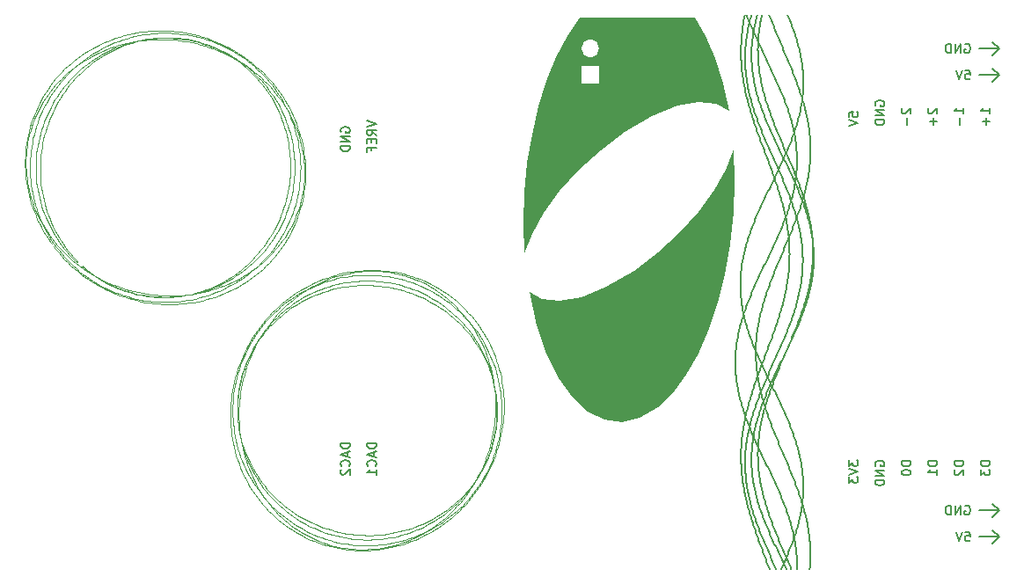
<source format=gbr>
%TF.GenerationSoftware,KiCad,Pcbnew,8.0.9-8.0.9-0~ubuntu24.04.1*%
%TF.CreationDate,2025-05-29T22:28:41-04:00*%
%TF.ProjectId,smu2,736d7532-2e6b-4696-9361-645f70636258,rev?*%
%TF.SameCoordinates,Original*%
%TF.FileFunction,Legend,Bot*%
%TF.FilePolarity,Positive*%
%FSLAX46Y46*%
G04 Gerber Fmt 4.6, Leading zero omitted, Abs format (unit mm)*
G04 Created by KiCad (PCBNEW 8.0.9-8.0.9-0~ubuntu24.04.1) date 2025-05-29 22:28:41*
%MOMM*%
%LPD*%
G01*
G04 APERTURE LIST*
%ADD10C,0.150000*%
%ADD11C,0.152400*%
%ADD12C,0.116712*%
%ADD13C,0.000000*%
%ADD14C,1.500000*%
%ADD15R,1.700000X1.700000*%
%ADD16O,1.700000X1.700000*%
%ADD17C,0.650000*%
%ADD18O,2.100000X1.050000*%
%ADD19O,2.000000X1.000000*%
G04 APERTURE END LIST*
D10*
X183515000Y-88265000D02*
X184150000Y-87630000D01*
X184150000Y-134620000D02*
X183515000Y-135255000D01*
X182245000Y-132080000D02*
X184150000Y-132080000D01*
X182245000Y-90170000D02*
X184150000Y-90170000D01*
X183515000Y-90805000D02*
X184150000Y-90170000D01*
X184150000Y-90170000D02*
X183515000Y-89535000D01*
X182245000Y-134620000D02*
X184150000Y-134620000D01*
X184150000Y-132080000D02*
X183515000Y-132715000D01*
X183515000Y-131445000D02*
X184150000Y-132080000D01*
X184150000Y-134620000D02*
X183515000Y-133985000D01*
X182245000Y-87630000D02*
X184150000Y-87630000D01*
X183515000Y-86995000D02*
X184150000Y-87630000D01*
D11*
X178203344Y-127311929D02*
X177314344Y-127311929D01*
X177314344Y-127311929D02*
X177314344Y-127523596D01*
X177314344Y-127523596D02*
X177356677Y-127650596D01*
X177356677Y-127650596D02*
X177441344Y-127735263D01*
X177441344Y-127735263D02*
X177526011Y-127777596D01*
X177526011Y-127777596D02*
X177695344Y-127819929D01*
X177695344Y-127819929D02*
X177822344Y-127819929D01*
X177822344Y-127819929D02*
X177991677Y-127777596D01*
X177991677Y-127777596D02*
X178076344Y-127735263D01*
X178076344Y-127735263D02*
X178161011Y-127650596D01*
X178161011Y-127650596D02*
X178203344Y-127523596D01*
X178203344Y-127523596D02*
X178203344Y-127311929D01*
X178203344Y-128666596D02*
X178203344Y-128158596D01*
X178203344Y-128412596D02*
X177314344Y-128412596D01*
X177314344Y-128412596D02*
X177441344Y-128327929D01*
X177441344Y-128327929D02*
X177526011Y-128243263D01*
X177526011Y-128243263D02*
X177568344Y-128158596D01*
X174859011Y-93371736D02*
X174816677Y-93414069D01*
X174816677Y-93414069D02*
X174774344Y-93498736D01*
X174774344Y-93498736D02*
X174774344Y-93710403D01*
X174774344Y-93710403D02*
X174816677Y-93795069D01*
X174816677Y-93795069D02*
X174859011Y-93837403D01*
X174859011Y-93837403D02*
X174943677Y-93879736D01*
X174943677Y-93879736D02*
X175028344Y-93879736D01*
X175028344Y-93879736D02*
X175155344Y-93837403D01*
X175155344Y-93837403D02*
X175663344Y-93329403D01*
X175663344Y-93329403D02*
X175663344Y-93879736D01*
X175324677Y-94260736D02*
X175324677Y-94938070D01*
X120841677Y-95657737D02*
X120799344Y-95573070D01*
X120799344Y-95573070D02*
X120799344Y-95446070D01*
X120799344Y-95446070D02*
X120841677Y-95319070D01*
X120841677Y-95319070D02*
X120926344Y-95234404D01*
X120926344Y-95234404D02*
X121011011Y-95192070D01*
X121011011Y-95192070D02*
X121180344Y-95149737D01*
X121180344Y-95149737D02*
X121307344Y-95149737D01*
X121307344Y-95149737D02*
X121476677Y-95192070D01*
X121476677Y-95192070D02*
X121561344Y-95234404D01*
X121561344Y-95234404D02*
X121646011Y-95319070D01*
X121646011Y-95319070D02*
X121688344Y-95446070D01*
X121688344Y-95446070D02*
X121688344Y-95530737D01*
X121688344Y-95530737D02*
X121646011Y-95657737D01*
X121646011Y-95657737D02*
X121603677Y-95700070D01*
X121603677Y-95700070D02*
X121307344Y-95700070D01*
X121307344Y-95700070D02*
X121307344Y-95530737D01*
X121688344Y-96081070D02*
X120799344Y-96081070D01*
X120799344Y-96081070D02*
X121688344Y-96589070D01*
X121688344Y-96589070D02*
X120799344Y-96589070D01*
X121688344Y-97012403D02*
X120799344Y-97012403D01*
X120799344Y-97012403D02*
X120799344Y-97224070D01*
X120799344Y-97224070D02*
X120841677Y-97351070D01*
X120841677Y-97351070D02*
X120926344Y-97435737D01*
X120926344Y-97435737D02*
X121011011Y-97478070D01*
X121011011Y-97478070D02*
X121180344Y-97520403D01*
X121180344Y-97520403D02*
X121307344Y-97520403D01*
X121307344Y-97520403D02*
X121476677Y-97478070D01*
X121476677Y-97478070D02*
X121561344Y-97435737D01*
X121561344Y-97435737D02*
X121646011Y-97351070D01*
X121646011Y-97351070D02*
X121688344Y-97224070D01*
X121688344Y-97224070D02*
X121688344Y-97012403D01*
X180743344Y-93879736D02*
X180743344Y-93371736D01*
X180743344Y-93625736D02*
X179854344Y-93625736D01*
X179854344Y-93625736D02*
X179981344Y-93541069D01*
X179981344Y-93541069D02*
X180066011Y-93456403D01*
X180066011Y-93456403D02*
X180108344Y-93371736D01*
X180404677Y-94260736D02*
X180404677Y-94938070D01*
X172276677Y-93117737D02*
X172234344Y-93033070D01*
X172234344Y-93033070D02*
X172234344Y-92906070D01*
X172234344Y-92906070D02*
X172276677Y-92779070D01*
X172276677Y-92779070D02*
X172361344Y-92694404D01*
X172361344Y-92694404D02*
X172446011Y-92652070D01*
X172446011Y-92652070D02*
X172615344Y-92609737D01*
X172615344Y-92609737D02*
X172742344Y-92609737D01*
X172742344Y-92609737D02*
X172911677Y-92652070D01*
X172911677Y-92652070D02*
X172996344Y-92694404D01*
X172996344Y-92694404D02*
X173081011Y-92779070D01*
X173081011Y-92779070D02*
X173123344Y-92906070D01*
X173123344Y-92906070D02*
X173123344Y-92990737D01*
X173123344Y-92990737D02*
X173081011Y-93117737D01*
X173081011Y-93117737D02*
X173038677Y-93160070D01*
X173038677Y-93160070D02*
X172742344Y-93160070D01*
X172742344Y-93160070D02*
X172742344Y-92990737D01*
X173123344Y-93541070D02*
X172234344Y-93541070D01*
X172234344Y-93541070D02*
X173123344Y-94049070D01*
X173123344Y-94049070D02*
X172234344Y-94049070D01*
X173123344Y-94472403D02*
X172234344Y-94472403D01*
X172234344Y-94472403D02*
X172234344Y-94684070D01*
X172234344Y-94684070D02*
X172276677Y-94811070D01*
X172276677Y-94811070D02*
X172361344Y-94895737D01*
X172361344Y-94895737D02*
X172446011Y-94938070D01*
X172446011Y-94938070D02*
X172615344Y-94980403D01*
X172615344Y-94980403D02*
X172742344Y-94980403D01*
X172742344Y-94980403D02*
X172911677Y-94938070D01*
X172911677Y-94938070D02*
X172996344Y-94895737D01*
X172996344Y-94895737D02*
X173081011Y-94811070D01*
X173081011Y-94811070D02*
X173123344Y-94684070D01*
X173123344Y-94684070D02*
X173123344Y-94472403D01*
X180832403Y-131636677D02*
X180917070Y-131594344D01*
X180917070Y-131594344D02*
X181044070Y-131594344D01*
X181044070Y-131594344D02*
X181171070Y-131636677D01*
X181171070Y-131636677D02*
X181255737Y-131721344D01*
X181255737Y-131721344D02*
X181298070Y-131806011D01*
X181298070Y-131806011D02*
X181340403Y-131975344D01*
X181340403Y-131975344D02*
X181340403Y-132102344D01*
X181340403Y-132102344D02*
X181298070Y-132271677D01*
X181298070Y-132271677D02*
X181255737Y-132356344D01*
X181255737Y-132356344D02*
X181171070Y-132441011D01*
X181171070Y-132441011D02*
X181044070Y-132483344D01*
X181044070Y-132483344D02*
X180959403Y-132483344D01*
X180959403Y-132483344D02*
X180832403Y-132441011D01*
X180832403Y-132441011D02*
X180790070Y-132398677D01*
X180790070Y-132398677D02*
X180790070Y-132102344D01*
X180790070Y-132102344D02*
X180959403Y-132102344D01*
X180409070Y-132483344D02*
X180409070Y-131594344D01*
X180409070Y-131594344D02*
X179901070Y-132483344D01*
X179901070Y-132483344D02*
X179901070Y-131594344D01*
X179477737Y-132483344D02*
X179477737Y-131594344D01*
X179477737Y-131594344D02*
X179266070Y-131594344D01*
X179266070Y-131594344D02*
X179139070Y-131636677D01*
X179139070Y-131636677D02*
X179054404Y-131721344D01*
X179054404Y-131721344D02*
X179012070Y-131806011D01*
X179012070Y-131806011D02*
X178969737Y-131975344D01*
X178969737Y-131975344D02*
X178969737Y-132102344D01*
X178969737Y-132102344D02*
X179012070Y-132271677D01*
X179012070Y-132271677D02*
X179054404Y-132356344D01*
X179054404Y-132356344D02*
X179139070Y-132441011D01*
X179139070Y-132441011D02*
X179266070Y-132483344D01*
X179266070Y-132483344D02*
X179477737Y-132483344D01*
X175663344Y-127311929D02*
X174774344Y-127311929D01*
X174774344Y-127311929D02*
X174774344Y-127523596D01*
X174774344Y-127523596D02*
X174816677Y-127650596D01*
X174816677Y-127650596D02*
X174901344Y-127735263D01*
X174901344Y-127735263D02*
X174986011Y-127777596D01*
X174986011Y-127777596D02*
X175155344Y-127819929D01*
X175155344Y-127819929D02*
X175282344Y-127819929D01*
X175282344Y-127819929D02*
X175451677Y-127777596D01*
X175451677Y-127777596D02*
X175536344Y-127735263D01*
X175536344Y-127735263D02*
X175621011Y-127650596D01*
X175621011Y-127650596D02*
X175663344Y-127523596D01*
X175663344Y-127523596D02*
X175663344Y-127311929D01*
X174774344Y-128370263D02*
X174774344Y-128454929D01*
X174774344Y-128454929D02*
X174816677Y-128539596D01*
X174816677Y-128539596D02*
X174859011Y-128581929D01*
X174859011Y-128581929D02*
X174943677Y-128624263D01*
X174943677Y-128624263D02*
X175113011Y-128666596D01*
X175113011Y-128666596D02*
X175324677Y-128666596D01*
X175324677Y-128666596D02*
X175494011Y-128624263D01*
X175494011Y-128624263D02*
X175578677Y-128581929D01*
X175578677Y-128581929D02*
X175621011Y-128539596D01*
X175621011Y-128539596D02*
X175663344Y-128454929D01*
X175663344Y-128454929D02*
X175663344Y-128370263D01*
X175663344Y-128370263D02*
X175621011Y-128285596D01*
X175621011Y-128285596D02*
X175578677Y-128243263D01*
X175578677Y-128243263D02*
X175494011Y-128200929D01*
X175494011Y-128200929D02*
X175324677Y-128158596D01*
X175324677Y-128158596D02*
X175113011Y-128158596D01*
X175113011Y-128158596D02*
X174943677Y-128200929D01*
X174943677Y-128200929D02*
X174859011Y-128243263D01*
X174859011Y-128243263D02*
X174816677Y-128285596D01*
X174816677Y-128285596D02*
X174774344Y-128370263D01*
X180832403Y-87186677D02*
X180917070Y-87144344D01*
X180917070Y-87144344D02*
X181044070Y-87144344D01*
X181044070Y-87144344D02*
X181171070Y-87186677D01*
X181171070Y-87186677D02*
X181255737Y-87271344D01*
X181255737Y-87271344D02*
X181298070Y-87356011D01*
X181298070Y-87356011D02*
X181340403Y-87525344D01*
X181340403Y-87525344D02*
X181340403Y-87652344D01*
X181340403Y-87652344D02*
X181298070Y-87821677D01*
X181298070Y-87821677D02*
X181255737Y-87906344D01*
X181255737Y-87906344D02*
X181171070Y-87991011D01*
X181171070Y-87991011D02*
X181044070Y-88033344D01*
X181044070Y-88033344D02*
X180959403Y-88033344D01*
X180959403Y-88033344D02*
X180832403Y-87991011D01*
X180832403Y-87991011D02*
X180790070Y-87948677D01*
X180790070Y-87948677D02*
X180790070Y-87652344D01*
X180790070Y-87652344D02*
X180959403Y-87652344D01*
X180409070Y-88033344D02*
X180409070Y-87144344D01*
X180409070Y-87144344D02*
X179901070Y-88033344D01*
X179901070Y-88033344D02*
X179901070Y-87144344D01*
X179477737Y-88033344D02*
X179477737Y-87144344D01*
X179477737Y-87144344D02*
X179266070Y-87144344D01*
X179266070Y-87144344D02*
X179139070Y-87186677D01*
X179139070Y-87186677D02*
X179054404Y-87271344D01*
X179054404Y-87271344D02*
X179012070Y-87356011D01*
X179012070Y-87356011D02*
X178969737Y-87525344D01*
X178969737Y-87525344D02*
X178969737Y-87652344D01*
X178969737Y-87652344D02*
X179012070Y-87821677D01*
X179012070Y-87821677D02*
X179054404Y-87906344D01*
X179054404Y-87906344D02*
X179139070Y-87991011D01*
X179139070Y-87991011D02*
X179266070Y-88033344D01*
X179266070Y-88033344D02*
X179477737Y-88033344D01*
X124228344Y-125629736D02*
X123339344Y-125629736D01*
X123339344Y-125629736D02*
X123339344Y-125841403D01*
X123339344Y-125841403D02*
X123381677Y-125968403D01*
X123381677Y-125968403D02*
X123466344Y-126053070D01*
X123466344Y-126053070D02*
X123551011Y-126095403D01*
X123551011Y-126095403D02*
X123720344Y-126137736D01*
X123720344Y-126137736D02*
X123847344Y-126137736D01*
X123847344Y-126137736D02*
X124016677Y-126095403D01*
X124016677Y-126095403D02*
X124101344Y-126053070D01*
X124101344Y-126053070D02*
X124186011Y-125968403D01*
X124186011Y-125968403D02*
X124228344Y-125841403D01*
X124228344Y-125841403D02*
X124228344Y-125629736D01*
X123974344Y-126476403D02*
X123974344Y-126899736D01*
X124228344Y-126391736D02*
X123339344Y-126688070D01*
X123339344Y-126688070D02*
X124228344Y-126984403D01*
X124143677Y-127788736D02*
X124186011Y-127746403D01*
X124186011Y-127746403D02*
X124228344Y-127619403D01*
X124228344Y-127619403D02*
X124228344Y-127534736D01*
X124228344Y-127534736D02*
X124186011Y-127407736D01*
X124186011Y-127407736D02*
X124101344Y-127323070D01*
X124101344Y-127323070D02*
X124016677Y-127280736D01*
X124016677Y-127280736D02*
X123847344Y-127238403D01*
X123847344Y-127238403D02*
X123720344Y-127238403D01*
X123720344Y-127238403D02*
X123551011Y-127280736D01*
X123551011Y-127280736D02*
X123466344Y-127323070D01*
X123466344Y-127323070D02*
X123381677Y-127407736D01*
X123381677Y-127407736D02*
X123339344Y-127534736D01*
X123339344Y-127534736D02*
X123339344Y-127619403D01*
X123339344Y-127619403D02*
X123381677Y-127746403D01*
X123381677Y-127746403D02*
X123424011Y-127788736D01*
X124228344Y-128635403D02*
X124228344Y-128127403D01*
X124228344Y-128381403D02*
X123339344Y-128381403D01*
X123339344Y-128381403D02*
X123466344Y-128296736D01*
X123466344Y-128296736D02*
X123551011Y-128212070D01*
X123551011Y-128212070D02*
X123593344Y-128127403D01*
X169694344Y-127227263D02*
X169694344Y-127777596D01*
X169694344Y-127777596D02*
X170033011Y-127481263D01*
X170033011Y-127481263D02*
X170033011Y-127608263D01*
X170033011Y-127608263D02*
X170075344Y-127692929D01*
X170075344Y-127692929D02*
X170117677Y-127735263D01*
X170117677Y-127735263D02*
X170202344Y-127777596D01*
X170202344Y-127777596D02*
X170414011Y-127777596D01*
X170414011Y-127777596D02*
X170498677Y-127735263D01*
X170498677Y-127735263D02*
X170541011Y-127692929D01*
X170541011Y-127692929D02*
X170583344Y-127608263D01*
X170583344Y-127608263D02*
X170583344Y-127354263D01*
X170583344Y-127354263D02*
X170541011Y-127269596D01*
X170541011Y-127269596D02*
X170498677Y-127227263D01*
X169694344Y-128031596D02*
X170583344Y-128327930D01*
X170583344Y-128327930D02*
X169694344Y-128624263D01*
X169694344Y-128835930D02*
X169694344Y-129386263D01*
X169694344Y-129386263D02*
X170033011Y-129089930D01*
X170033011Y-129089930D02*
X170033011Y-129216930D01*
X170033011Y-129216930D02*
X170075344Y-129301596D01*
X170075344Y-129301596D02*
X170117677Y-129343930D01*
X170117677Y-129343930D02*
X170202344Y-129386263D01*
X170202344Y-129386263D02*
X170414011Y-129386263D01*
X170414011Y-129386263D02*
X170498677Y-129343930D01*
X170498677Y-129343930D02*
X170541011Y-129301596D01*
X170541011Y-129301596D02*
X170583344Y-129216930D01*
X170583344Y-129216930D02*
X170583344Y-128962930D01*
X170583344Y-128962930D02*
X170541011Y-128878263D01*
X170541011Y-128878263D02*
X170498677Y-128835930D01*
X183283344Y-93879736D02*
X183283344Y-93371736D01*
X183283344Y-93625736D02*
X182394344Y-93625736D01*
X182394344Y-93625736D02*
X182521344Y-93541069D01*
X182521344Y-93541069D02*
X182606011Y-93456403D01*
X182606011Y-93456403D02*
X182648344Y-93371736D01*
X182944677Y-94260736D02*
X182944677Y-94938070D01*
X183283344Y-94599403D02*
X182606011Y-94599403D01*
X177399011Y-93371736D02*
X177356677Y-93414069D01*
X177356677Y-93414069D02*
X177314344Y-93498736D01*
X177314344Y-93498736D02*
X177314344Y-93710403D01*
X177314344Y-93710403D02*
X177356677Y-93795069D01*
X177356677Y-93795069D02*
X177399011Y-93837403D01*
X177399011Y-93837403D02*
X177483677Y-93879736D01*
X177483677Y-93879736D02*
X177568344Y-93879736D01*
X177568344Y-93879736D02*
X177695344Y-93837403D01*
X177695344Y-93837403D02*
X178203344Y-93329403D01*
X178203344Y-93329403D02*
X178203344Y-93879736D01*
X177864677Y-94260736D02*
X177864677Y-94938070D01*
X178203344Y-94599403D02*
X177526011Y-94599403D01*
X180874737Y-134134344D02*
X181298070Y-134134344D01*
X181298070Y-134134344D02*
X181340403Y-134557677D01*
X181340403Y-134557677D02*
X181298070Y-134515344D01*
X181298070Y-134515344D02*
X181213403Y-134473011D01*
X181213403Y-134473011D02*
X181001737Y-134473011D01*
X181001737Y-134473011D02*
X180917070Y-134515344D01*
X180917070Y-134515344D02*
X180874737Y-134557677D01*
X180874737Y-134557677D02*
X180832403Y-134642344D01*
X180832403Y-134642344D02*
X180832403Y-134854011D01*
X180832403Y-134854011D02*
X180874737Y-134938677D01*
X180874737Y-134938677D02*
X180917070Y-134981011D01*
X180917070Y-134981011D02*
X181001737Y-135023344D01*
X181001737Y-135023344D02*
X181213403Y-135023344D01*
X181213403Y-135023344D02*
X181298070Y-134981011D01*
X181298070Y-134981011D02*
X181340403Y-134938677D01*
X180578403Y-134134344D02*
X180282070Y-135023344D01*
X180282070Y-135023344D02*
X179985736Y-134134344D01*
X123339344Y-94557070D02*
X124228344Y-94853404D01*
X124228344Y-94853404D02*
X123339344Y-95149737D01*
X124228344Y-95954070D02*
X123805011Y-95657737D01*
X124228344Y-95446070D02*
X123339344Y-95446070D01*
X123339344Y-95446070D02*
X123339344Y-95784737D01*
X123339344Y-95784737D02*
X123381677Y-95869404D01*
X123381677Y-95869404D02*
X123424011Y-95911737D01*
X123424011Y-95911737D02*
X123508677Y-95954070D01*
X123508677Y-95954070D02*
X123635677Y-95954070D01*
X123635677Y-95954070D02*
X123720344Y-95911737D01*
X123720344Y-95911737D02*
X123762677Y-95869404D01*
X123762677Y-95869404D02*
X123805011Y-95784737D01*
X123805011Y-95784737D02*
X123805011Y-95446070D01*
X123762677Y-96335070D02*
X123762677Y-96631404D01*
X124228344Y-96758404D02*
X124228344Y-96335070D01*
X124228344Y-96335070D02*
X123339344Y-96335070D01*
X123339344Y-96335070D02*
X123339344Y-96758404D01*
X123762677Y-97435737D02*
X123762677Y-97139403D01*
X124228344Y-97139403D02*
X123339344Y-97139403D01*
X123339344Y-97139403D02*
X123339344Y-97562737D01*
X121688344Y-125629736D02*
X120799344Y-125629736D01*
X120799344Y-125629736D02*
X120799344Y-125841403D01*
X120799344Y-125841403D02*
X120841677Y-125968403D01*
X120841677Y-125968403D02*
X120926344Y-126053070D01*
X120926344Y-126053070D02*
X121011011Y-126095403D01*
X121011011Y-126095403D02*
X121180344Y-126137736D01*
X121180344Y-126137736D02*
X121307344Y-126137736D01*
X121307344Y-126137736D02*
X121476677Y-126095403D01*
X121476677Y-126095403D02*
X121561344Y-126053070D01*
X121561344Y-126053070D02*
X121646011Y-125968403D01*
X121646011Y-125968403D02*
X121688344Y-125841403D01*
X121688344Y-125841403D02*
X121688344Y-125629736D01*
X121434344Y-126476403D02*
X121434344Y-126899736D01*
X121688344Y-126391736D02*
X120799344Y-126688070D01*
X120799344Y-126688070D02*
X121688344Y-126984403D01*
X121603677Y-127788736D02*
X121646011Y-127746403D01*
X121646011Y-127746403D02*
X121688344Y-127619403D01*
X121688344Y-127619403D02*
X121688344Y-127534736D01*
X121688344Y-127534736D02*
X121646011Y-127407736D01*
X121646011Y-127407736D02*
X121561344Y-127323070D01*
X121561344Y-127323070D02*
X121476677Y-127280736D01*
X121476677Y-127280736D02*
X121307344Y-127238403D01*
X121307344Y-127238403D02*
X121180344Y-127238403D01*
X121180344Y-127238403D02*
X121011011Y-127280736D01*
X121011011Y-127280736D02*
X120926344Y-127323070D01*
X120926344Y-127323070D02*
X120841677Y-127407736D01*
X120841677Y-127407736D02*
X120799344Y-127534736D01*
X120799344Y-127534736D02*
X120799344Y-127619403D01*
X120799344Y-127619403D02*
X120841677Y-127746403D01*
X120841677Y-127746403D02*
X120884011Y-127788736D01*
X120884011Y-128127403D02*
X120841677Y-128169736D01*
X120841677Y-128169736D02*
X120799344Y-128254403D01*
X120799344Y-128254403D02*
X120799344Y-128466070D01*
X120799344Y-128466070D02*
X120841677Y-128550736D01*
X120841677Y-128550736D02*
X120884011Y-128593070D01*
X120884011Y-128593070D02*
X120968677Y-128635403D01*
X120968677Y-128635403D02*
X121053344Y-128635403D01*
X121053344Y-128635403D02*
X121180344Y-128593070D01*
X121180344Y-128593070D02*
X121688344Y-128085070D01*
X121688344Y-128085070D02*
X121688344Y-128635403D01*
X180743344Y-127311929D02*
X179854344Y-127311929D01*
X179854344Y-127311929D02*
X179854344Y-127523596D01*
X179854344Y-127523596D02*
X179896677Y-127650596D01*
X179896677Y-127650596D02*
X179981344Y-127735263D01*
X179981344Y-127735263D02*
X180066011Y-127777596D01*
X180066011Y-127777596D02*
X180235344Y-127819929D01*
X180235344Y-127819929D02*
X180362344Y-127819929D01*
X180362344Y-127819929D02*
X180531677Y-127777596D01*
X180531677Y-127777596D02*
X180616344Y-127735263D01*
X180616344Y-127735263D02*
X180701011Y-127650596D01*
X180701011Y-127650596D02*
X180743344Y-127523596D01*
X180743344Y-127523596D02*
X180743344Y-127311929D01*
X179939011Y-128158596D02*
X179896677Y-128200929D01*
X179896677Y-128200929D02*
X179854344Y-128285596D01*
X179854344Y-128285596D02*
X179854344Y-128497263D01*
X179854344Y-128497263D02*
X179896677Y-128581929D01*
X179896677Y-128581929D02*
X179939011Y-128624263D01*
X179939011Y-128624263D02*
X180023677Y-128666596D01*
X180023677Y-128666596D02*
X180108344Y-128666596D01*
X180108344Y-128666596D02*
X180235344Y-128624263D01*
X180235344Y-128624263D02*
X180743344Y-128116263D01*
X180743344Y-128116263D02*
X180743344Y-128666596D01*
X172276677Y-127777596D02*
X172234344Y-127692929D01*
X172234344Y-127692929D02*
X172234344Y-127565929D01*
X172234344Y-127565929D02*
X172276677Y-127438929D01*
X172276677Y-127438929D02*
X172361344Y-127354263D01*
X172361344Y-127354263D02*
X172446011Y-127311929D01*
X172446011Y-127311929D02*
X172615344Y-127269596D01*
X172615344Y-127269596D02*
X172742344Y-127269596D01*
X172742344Y-127269596D02*
X172911677Y-127311929D01*
X172911677Y-127311929D02*
X172996344Y-127354263D01*
X172996344Y-127354263D02*
X173081011Y-127438929D01*
X173081011Y-127438929D02*
X173123344Y-127565929D01*
X173123344Y-127565929D02*
X173123344Y-127650596D01*
X173123344Y-127650596D02*
X173081011Y-127777596D01*
X173081011Y-127777596D02*
X173038677Y-127819929D01*
X173038677Y-127819929D02*
X172742344Y-127819929D01*
X172742344Y-127819929D02*
X172742344Y-127650596D01*
X173123344Y-128200929D02*
X172234344Y-128200929D01*
X172234344Y-128200929D02*
X173123344Y-128708929D01*
X173123344Y-128708929D02*
X172234344Y-128708929D01*
X173123344Y-129132262D02*
X172234344Y-129132262D01*
X172234344Y-129132262D02*
X172234344Y-129343929D01*
X172234344Y-129343929D02*
X172276677Y-129470929D01*
X172276677Y-129470929D02*
X172361344Y-129555596D01*
X172361344Y-129555596D02*
X172446011Y-129597929D01*
X172446011Y-129597929D02*
X172615344Y-129640262D01*
X172615344Y-129640262D02*
X172742344Y-129640262D01*
X172742344Y-129640262D02*
X172911677Y-129597929D01*
X172911677Y-129597929D02*
X172996344Y-129555596D01*
X172996344Y-129555596D02*
X173081011Y-129470929D01*
X173081011Y-129470929D02*
X173123344Y-129343929D01*
X173123344Y-129343929D02*
X173123344Y-129132262D01*
X183283344Y-127311929D02*
X182394344Y-127311929D01*
X182394344Y-127311929D02*
X182394344Y-127523596D01*
X182394344Y-127523596D02*
X182436677Y-127650596D01*
X182436677Y-127650596D02*
X182521344Y-127735263D01*
X182521344Y-127735263D02*
X182606011Y-127777596D01*
X182606011Y-127777596D02*
X182775344Y-127819929D01*
X182775344Y-127819929D02*
X182902344Y-127819929D01*
X182902344Y-127819929D02*
X183071677Y-127777596D01*
X183071677Y-127777596D02*
X183156344Y-127735263D01*
X183156344Y-127735263D02*
X183241011Y-127650596D01*
X183241011Y-127650596D02*
X183283344Y-127523596D01*
X183283344Y-127523596D02*
X183283344Y-127311929D01*
X182394344Y-128116263D02*
X182394344Y-128666596D01*
X182394344Y-128666596D02*
X182733011Y-128370263D01*
X182733011Y-128370263D02*
X182733011Y-128497263D01*
X182733011Y-128497263D02*
X182775344Y-128581929D01*
X182775344Y-128581929D02*
X182817677Y-128624263D01*
X182817677Y-128624263D02*
X182902344Y-128666596D01*
X182902344Y-128666596D02*
X183114011Y-128666596D01*
X183114011Y-128666596D02*
X183198677Y-128624263D01*
X183198677Y-128624263D02*
X183241011Y-128581929D01*
X183241011Y-128581929D02*
X183283344Y-128497263D01*
X183283344Y-128497263D02*
X183283344Y-128243263D01*
X183283344Y-128243263D02*
X183241011Y-128158596D01*
X183241011Y-128158596D02*
X183198677Y-128116263D01*
X169694344Y-94176070D02*
X169694344Y-93752736D01*
X169694344Y-93752736D02*
X170117677Y-93710403D01*
X170117677Y-93710403D02*
X170075344Y-93752736D01*
X170075344Y-93752736D02*
X170033011Y-93837403D01*
X170033011Y-93837403D02*
X170033011Y-94049070D01*
X170033011Y-94049070D02*
X170075344Y-94133736D01*
X170075344Y-94133736D02*
X170117677Y-94176070D01*
X170117677Y-94176070D02*
X170202344Y-94218403D01*
X170202344Y-94218403D02*
X170414011Y-94218403D01*
X170414011Y-94218403D02*
X170498677Y-94176070D01*
X170498677Y-94176070D02*
X170541011Y-94133736D01*
X170541011Y-94133736D02*
X170583344Y-94049070D01*
X170583344Y-94049070D02*
X170583344Y-93837403D01*
X170583344Y-93837403D02*
X170541011Y-93752736D01*
X170541011Y-93752736D02*
X170498677Y-93710403D01*
X169694344Y-94472403D02*
X170583344Y-94768737D01*
X170583344Y-94768737D02*
X169694344Y-95065070D01*
X180874737Y-89684344D02*
X181298070Y-89684344D01*
X181298070Y-89684344D02*
X181340403Y-90107677D01*
X181340403Y-90107677D02*
X181298070Y-90065344D01*
X181298070Y-90065344D02*
X181213403Y-90023011D01*
X181213403Y-90023011D02*
X181001737Y-90023011D01*
X181001737Y-90023011D02*
X180917070Y-90065344D01*
X180917070Y-90065344D02*
X180874737Y-90107677D01*
X180874737Y-90107677D02*
X180832403Y-90192344D01*
X180832403Y-90192344D02*
X180832403Y-90404011D01*
X180832403Y-90404011D02*
X180874737Y-90488677D01*
X180874737Y-90488677D02*
X180917070Y-90531011D01*
X180917070Y-90531011D02*
X181001737Y-90573344D01*
X181001737Y-90573344D02*
X181213403Y-90573344D01*
X181213403Y-90573344D02*
X181298070Y-90531011D01*
X181298070Y-90531011D02*
X181340403Y-90488677D01*
X180578403Y-89684344D02*
X180282070Y-90573344D01*
X180282070Y-90573344D02*
X179985736Y-89684344D01*
D12*
%TO.C,svg2mod*%
X94527439Y-107033932D02*
X94769822Y-107332585D01*
X116015175Y-103793840D02*
X116157884Y-103412838D01*
X106788422Y-111691603D02*
X107185673Y-111595507D01*
X96993595Y-109425520D02*
X97358187Y-109631260D01*
X92195144Y-102173374D02*
X92290889Y-102552271D01*
X100314730Y-111507414D02*
X100709779Y-111613665D01*
X111136199Y-88910569D02*
X110778409Y-88694596D01*
X102724154Y-111957431D02*
X103132070Y-111988208D01*
X115866904Y-93905146D02*
X115672033Y-93555199D01*
X99227946Y-87584636D02*
X98881622Y-87746397D01*
X103698018Y-86592751D02*
X103306734Y-86605226D01*
X113846540Y-106542357D02*
X114076839Y-106225360D01*
X115515862Y-104907340D02*
X115694009Y-104541461D01*
X97669390Y-110427073D02*
X98031803Y-110616444D01*
X105790854Y-86094886D02*
X105370436Y-86029210D01*
X97010878Y-109404926D02*
X97324611Y-109620518D01*
X91961648Y-97496178D02*
X91916008Y-97886667D01*
X108619757Y-87004734D02*
X108236434Y-86861989D01*
X115595756Y-105444019D02*
X115795022Y-105108821D01*
X115639744Y-93512586D02*
X115458001Y-93147718D01*
X104886326Y-111509579D02*
X105262605Y-111466362D01*
X94931736Y-107741266D02*
X95208376Y-108018123D01*
X91977457Y-101019757D02*
X92038351Y-101406740D01*
X117294904Y-98058122D02*
X117241919Y-97646244D01*
X116606369Y-101849688D02*
X116687352Y-101451046D01*
X96834035Y-110047521D02*
X97198734Y-110269980D01*
X93315141Y-91476997D02*
X93081590Y-91810532D01*
X109372011Y-87325756D02*
X108998406Y-87159372D01*
X111815726Y-88804081D02*
X111487436Y-88560710D01*
X100764013Y-111173376D02*
X101130696Y-111264977D01*
X107953441Y-110950237D02*
X108352690Y-110839586D01*
X113877489Y-90776402D02*
X113610332Y-90467767D01*
X116308384Y-100032987D02*
X116333220Y-99642044D01*
X95227923Y-89369251D02*
X94926746Y-89643926D01*
X114266069Y-91581300D02*
X113994444Y-91276311D01*
X111683459Y-89325571D02*
X111374285Y-89085626D01*
X93095864Y-106605245D02*
X93355499Y-106940449D01*
X92088178Y-96720214D02*
X92019058Y-97107231D01*
X91498997Y-100433745D02*
X91547819Y-100822342D01*
X98727473Y-86732494D02*
X98338494Y-86883841D01*
X116271303Y-100422972D02*
X116308384Y-100032987D01*
X111590535Y-109516511D02*
X111916420Y-109271305D01*
X94167504Y-90247713D02*
X93882225Y-90523811D01*
X115809884Y-93882932D02*
X115639744Y-93512586D01*
X105782664Y-112150333D02*
X106201248Y-112099471D01*
X91438790Y-98478134D02*
X91426251Y-98869655D01*
X107970016Y-111366308D02*
X108356336Y-111233433D01*
X113420814Y-107899293D02*
X113694609Y-107597592D01*
X113570600Y-108536923D02*
X113860793Y-108245145D01*
X91890974Y-100240378D02*
X91928315Y-100630843D01*
X113477732Y-91392750D02*
X113244583Y-91086226D01*
X115903698Y-102345078D02*
X116001287Y-101965633D01*
X105900122Y-86708186D02*
X105526378Y-86652941D01*
X107731727Y-87165750D02*
X107371567Y-87050341D01*
X102997574Y-111540933D02*
X103375060Y-111559334D01*
X114549717Y-104734295D02*
X114719809Y-104381455D01*
X93222260Y-93385863D02*
X93052168Y-93738703D01*
X116472768Y-103711722D02*
X116611536Y-103350100D01*
X116660471Y-95724111D02*
X116526404Y-95352277D01*
X115163245Y-92207165D02*
X114925157Y-91857407D01*
X91550004Y-97308566D02*
X91500698Y-97697205D01*
X93256850Y-105579709D02*
X93466404Y-105910343D01*
X90732131Y-96255228D02*
X90657274Y-96634373D01*
X109487319Y-110763304D02*
X109853748Y-110583280D01*
X115860501Y-104170172D02*
X116015175Y-103793840D01*
X96416073Y-88572690D02*
X96070079Y-88782686D01*
X91611484Y-96921656D02*
X91550004Y-97308566D01*
X91245599Y-102767838D02*
X91392139Y-103136014D01*
X115982536Y-104767651D02*
X116158112Y-104420851D01*
X90597681Y-96359407D02*
X90531259Y-96765514D01*
X92093932Y-103104120D02*
X92226310Y-103472612D01*
X105262605Y-111466362D02*
X105637526Y-111410900D01*
X112544099Y-108750910D02*
X112845275Y-108476237D01*
X111829967Y-89372336D02*
X111486832Y-89136556D01*
X90819970Y-95878848D02*
X90732131Y-96255228D01*
X93101567Y-104740456D02*
X93274803Y-105087592D01*
X108501635Y-87620328D02*
X108103995Y-87479861D01*
X111487436Y-88560710D02*
X111151648Y-88327701D01*
X95219515Y-90109588D02*
X94942531Y-90386685D01*
X109665672Y-88108861D02*
X109282857Y-87934986D01*
X112552484Y-108010590D02*
X112829468Y-107733493D01*
X103123199Y-86713825D02*
X102703154Y-86728529D01*
X113309604Y-108139803D02*
X113604473Y-107872403D01*
X91803749Y-103861777D02*
X91962123Y-104237228D01*
X117096473Y-96827080D02*
X117004155Y-96420601D01*
X116503617Y-104127461D02*
X116647294Y-103743246D01*
X90767851Y-101699396D02*
X90873114Y-102103270D01*
X94165587Y-91268206D02*
X93925459Y-91577820D01*
X90874411Y-99503411D02*
X90895676Y-99909768D01*
X113545116Y-106407723D02*
X113765943Y-106086250D01*
X114456880Y-106643167D02*
X114690433Y-106309631D01*
X116114709Y-94638577D02*
X115968259Y-94258387D01*
X100221794Y-87070960D02*
X99818532Y-87169879D01*
X106020837Y-111342432D02*
X106405421Y-111268868D01*
X94226861Y-91712435D02*
X94006033Y-92033908D01*
X92256159Y-93212821D02*
X92078013Y-93578700D01*
X112829468Y-107733493D02*
X113097624Y-107447834D01*
X112028239Y-108173698D02*
X112302672Y-107900230D01*
X90596252Y-100884236D02*
X90675533Y-101292920D01*
X90785444Y-101262234D02*
X90881342Y-101642830D01*
X101562635Y-111946642D02*
X101981179Y-112025114D01*
X115673043Y-103093867D02*
X115794246Y-102721277D01*
X113701416Y-91706841D02*
X113477732Y-91392750D01*
X111671349Y-108787842D02*
X111973141Y-108538027D01*
X114879211Y-104023366D02*
X115027762Y-103660377D01*
X90531893Y-99721899D02*
X90575637Y-100108916D01*
X95128163Y-88764965D02*
X94810197Y-89027858D01*
X103669991Y-112210463D02*
X104093773Y-112224433D01*
X102900557Y-111490994D02*
X103291240Y-111515406D01*
X98489147Y-110185129D02*
X98877287Y-110348028D01*
X115998513Y-105248600D02*
X116179070Y-104880506D01*
X99419284Y-87280530D02*
X99024444Y-87402805D01*
X113108066Y-90664338D02*
X112840263Y-90378912D01*
X113270849Y-108819349D02*
X113570600Y-108536923D01*
X106787516Y-111183251D02*
X107166750Y-111085672D01*
X117270675Y-98785886D02*
X117240110Y-98398217D01*
X108788040Y-87581895D02*
X108440314Y-87431660D01*
X112643870Y-109355035D02*
X112961839Y-109092142D01*
X92608758Y-105912835D02*
X92846850Y-106262593D01*
X116002142Y-93670275D02*
X115809864Y-93295603D01*
X93274803Y-105087592D02*
X93458513Y-105428779D01*
X114119511Y-92356474D02*
X113915414Y-92028188D01*
X101130696Y-111264977D02*
X101500097Y-111344538D01*
X92842508Y-91709593D02*
X92609211Y-92024922D01*
X97205917Y-87409330D02*
X96841085Y-87607733D01*
X110573302Y-87850020D02*
X110202002Y-87638625D01*
X105454637Y-86206237D02*
X105047867Y-86162732D01*
X90960668Y-97473087D02*
X90917774Y-97877619D01*
X117002242Y-102564418D02*
X117094816Y-102164038D01*
X116309604Y-98076385D02*
X116273005Y-97686433D01*
X115683798Y-101399944D02*
X115752920Y-101012927D01*
X91685078Y-96536854D02*
X91611484Y-96921656D01*
X97870242Y-87838122D02*
X97496882Y-88005579D01*
X91613866Y-93699265D02*
X91450402Y-94051357D01*
X95401568Y-89232890D02*
X95079708Y-89472651D01*
X94350457Y-107430446D02*
X94651168Y-107711517D01*
X94724509Y-108243932D02*
X95019628Y-108526250D01*
X93100821Y-90803380D02*
X92851624Y-91129604D01*
X115661085Y-96328752D02*
X115576879Y-95946784D01*
X104231294Y-86113919D02*
X103822295Y-86108670D01*
X115968259Y-94258387D02*
X115809884Y-93882932D01*
X92166186Y-105193380D02*
X92381796Y-105556312D01*
X116897608Y-98616753D02*
X116876328Y-98210395D01*
X94070605Y-106413317D02*
X94294289Y-106727408D01*
X110916283Y-109975735D02*
X111257047Y-109751399D01*
X96284571Y-109559451D02*
X96620359Y-109792462D01*
X90397693Y-98821946D02*
X90410873Y-99235565D01*
X116898892Y-96016730D02*
X116780788Y-95615859D01*
X115384936Y-105772918D02*
X115595756Y-105444019D01*
X108544031Y-110535522D02*
X108890354Y-110373761D01*
X91614139Y-94707326D02*
X91483544Y-95092624D01*
X112811016Y-90136066D02*
X112492384Y-89872337D01*
X110541235Y-109401043D02*
X110852981Y-109175065D01*
X92516601Y-103299359D02*
X92646346Y-103666809D01*
X115390211Y-92563685D02*
X115163245Y-92207165D01*
X102526265Y-86667038D02*
X102137851Y-86716300D01*
X91160441Y-94770016D02*
X91034230Y-95135875D01*
X117114702Y-101485742D02*
X117176506Y-101104200D01*
X92480234Y-95199011D02*
X92365066Y-95574527D01*
X95537642Y-89104143D02*
X95227923Y-89369251D01*
X106405421Y-111268868D02*
X106787516Y-111183251D01*
X114305597Y-92209834D02*
X114085757Y-91885956D01*
X113977020Y-105757845D02*
X114178140Y-105422827D01*
X94077413Y-90522572D02*
X93813298Y-90832697D01*
X107166750Y-111085672D02*
X107542743Y-110976227D01*
X104806759Y-86776780D02*
X104386195Y-86742781D01*
X109817042Y-111072792D02*
X110194692Y-110897571D01*
X104102042Y-85909537D02*
X103678260Y-85895567D01*
X112967949Y-89626527D02*
X112650152Y-89342666D01*
X113244583Y-91086226D02*
X113002199Y-90787573D01*
X93390034Y-106702276D02*
X93637218Y-107026950D01*
X100293112Y-87167878D02*
X99934040Y-87295234D01*
X116611536Y-103350100D02*
X116737746Y-102984241D01*
X95606741Y-108502439D02*
X95942038Y-108747780D01*
X92711556Y-105684323D02*
X92926975Y-106030632D01*
X104648771Y-111406291D02*
X105068820Y-111391587D01*
X98983981Y-110538263D02*
X99331707Y-110688498D01*
X100590289Y-111088509D02*
X100969398Y-111185757D01*
X96483205Y-87817435D02*
X96132631Y-88038232D01*
X106733208Y-111211408D02*
X107143302Y-111136238D01*
X109567848Y-110016911D02*
X109898350Y-109822175D01*
X99152265Y-111115430D02*
X99535588Y-111258172D01*
X115798810Y-95388540D02*
X115678069Y-95016058D01*
X116004911Y-96144007D02*
X115907793Y-95764646D01*
X106664058Y-86412632D02*
X106263130Y-86331250D01*
X108661940Y-87538233D02*
X108298051Y-87394195D01*
X92507166Y-105331477D02*
X92711556Y-105684323D01*
X99923203Y-111388875D02*
X100314730Y-111507414D01*
X114527449Y-91893669D02*
X114266069Y-91581300D01*
X92132264Y-104607574D02*
X92314006Y-104972443D01*
X102545558Y-111297212D02*
X102965214Y-111343336D01*
X109723920Y-88037947D02*
X109375226Y-87860268D01*
X116649955Y-95218388D02*
X116506527Y-94824705D01*
X115920193Y-98663819D02*
X115906562Y-98271412D01*
X90479843Y-98558460D02*
X90483972Y-98946290D01*
X100709779Y-111613665D02*
X101107966Y-111707529D01*
X112266948Y-108278859D02*
X112552484Y-108010590D01*
X103806840Y-111399179D02*
X104227978Y-111408831D01*
X112650152Y-89342666D02*
X112323709Y-89068396D01*
X113356693Y-107153896D02*
X113606414Y-106851972D01*
X91483544Y-95092624D02*
X91365189Y-95481840D01*
X94405234Y-107162132D02*
X94663935Y-107455840D01*
X94501183Y-89300651D02*
X94201432Y-89583077D01*
X113712843Y-90979004D02*
X113421545Y-90689670D01*
X110222920Y-109616819D02*
X110541235Y-109401043D01*
X103540727Y-112006242D02*
X103949729Y-112011491D01*
X93905680Y-107587201D02*
X94195684Y-107898113D01*
X94495251Y-108200303D02*
X94804084Y-108493473D01*
X102284274Y-86755396D02*
X101866975Y-86794413D01*
X111355904Y-109547426D02*
X111701897Y-109337430D01*
X107542743Y-110976227D02*
X107915129Y-110855021D01*
X94457222Y-91398214D02*
X94226861Y-91712435D01*
X116851276Y-102614507D02*
X116952009Y-102241268D01*
X114416536Y-91179551D02*
X114146506Y-90852125D01*
X95021203Y-107623079D02*
X95281333Y-107905118D01*
X116333220Y-99642044D02*
X116345751Y-99250523D01*
X93559123Y-91150942D02*
X93315141Y-91476997D01*
X92646697Y-92498728D02*
X92445783Y-92852711D01*
X96614125Y-89181057D02*
X96316428Y-89426768D01*
X99152251Y-111115430D02*
X99152265Y-111115430D01*
X97570034Y-110481375D02*
X97947566Y-110681502D01*
X115247599Y-92871945D02*
X115018457Y-92539309D01*
X116379866Y-94984102D02*
X116220994Y-94619950D01*
X116842245Y-97804876D02*
X116795370Y-97400595D01*
X100984483Y-86936927D02*
X100605252Y-87034505D01*
X92038351Y-101406740D02*
X92110937Y-101791406D01*
X106475799Y-87033489D02*
X106061347Y-86951320D01*
X97718624Y-88231856D02*
X97381546Y-88431398D01*
X115481132Y-95567887D02*
X115373944Y-95192435D01*
X99512488Y-111365510D02*
X99915487Y-111506545D01*
X110214289Y-110391880D02*
X110568583Y-110189301D01*
X99915487Y-111506545D02*
X100322406Y-111635294D01*
X90875306Y-95158659D02*
X90769790Y-95555582D01*
X117039845Y-101864888D02*
X117114702Y-101485742D01*
X100400455Y-111069817D02*
X100400410Y-111069817D01*
X108352690Y-110839586D02*
X108747533Y-110717310D01*
X115605820Y-92926620D02*
X115390211Y-92563685D01*
X106420610Y-86849139D02*
X106036119Y-86775908D01*
X114381972Y-91417885D02*
X114134788Y-91093214D01*
X91426251Y-98869655D02*
X91426006Y-99261360D01*
X115401808Y-94283428D02*
X115246560Y-93924007D01*
X108440314Y-87431660D02*
X108088095Y-87292897D01*
X93244555Y-106226446D02*
X93505935Y-106538816D01*
X103132070Y-111988208D02*
X103540727Y-112006242D01*
X94651168Y-107711517D02*
X94960988Y-107984050D01*
X91882180Y-98278315D02*
X91860198Y-98670734D01*
X111455548Y-108693390D02*
X111745771Y-108438171D01*
X112826355Y-107327401D02*
X113075089Y-107028607D01*
X114920407Y-106990396D02*
X115158716Y-106656350D01*
X90546787Y-97399475D02*
X90511266Y-97784672D01*
X115809864Y-93295603D02*
X115605820Y-92926620D01*
X115240176Y-104186296D02*
X115395873Y-103826736D01*
X98303383Y-110203965D02*
X98641096Y-110376699D01*
X112136186Y-89057573D02*
X111815726Y-88804081D01*
X91851830Y-99456339D02*
X91865470Y-99848746D01*
X104465265Y-111514952D02*
X104855979Y-111490173D01*
X92524404Y-105248171D02*
X92753547Y-105580807D01*
X106617548Y-112035737D02*
X107031150Y-111959201D01*
X104855979Y-111490173D02*
X105245733Y-111453140D01*
X114085757Y-91885956D02*
X113855856Y-91569159D01*
X90677218Y-95955962D02*
X90597681Y-96359407D01*
X113889751Y-107596305D02*
X114165155Y-107311783D01*
X107550182Y-111049156D02*
X107953441Y-110950237D01*
X107296628Y-87233337D02*
X106887697Y-87127526D01*
X105151014Y-86609939D02*
X104774405Y-86579225D01*
X106750444Y-111171665D02*
X107116249Y-111067895D01*
X105487699Y-111364720D02*
X105904996Y-111325702D01*
X113610332Y-90467767D02*
X113333576Y-90167610D01*
X110778409Y-88694596D02*
X110413815Y-88488856D01*
X112222069Y-89941730D02*
X111945220Y-89677415D01*
X103682510Y-111527542D02*
X104073981Y-111527426D01*
X91547819Y-100822342D02*
X91608818Y-101209201D01*
X90976636Y-100719565D02*
X91036248Y-101122209D01*
X116049951Y-94260179D02*
X115866904Y-93905146D01*
X100229256Y-87143951D02*
X99856869Y-87265157D01*
X90632516Y-100494897D02*
X90702475Y-100879464D01*
X93081590Y-91810532D02*
X92858701Y-92151220D01*
X116781931Y-96099238D02*
X116660471Y-95724111D01*
X97129827Y-88183943D02*
X96769437Y-88373043D01*
X92231791Y-94657703D02*
X92098956Y-95026311D01*
X91124742Y-94376754D02*
X90993662Y-94765585D01*
X114134788Y-91093214D02*
X113877489Y-90776402D01*
X114076839Y-106225360D02*
X114297080Y-105901290D01*
X108236434Y-86861989D02*
X107848819Y-86731286D01*
X104940298Y-112213257D02*
X105362209Y-112188281D01*
X96635805Y-109209546D02*
X96993595Y-109425520D01*
X116288477Y-103027536D02*
X116406832Y-102638324D01*
X92531824Y-93933882D02*
X92376128Y-94293442D01*
X109710210Y-110077177D02*
X110053375Y-109888322D01*
X98877287Y-110348028D02*
X98877259Y-110348028D01*
X109522433Y-110438376D02*
X109901734Y-110281994D01*
X96726971Y-88861745D02*
X96410120Y-89092123D01*
X110066851Y-88226502D02*
X109723920Y-88037947D01*
X105644750Y-86881104D02*
X105226418Y-86822904D01*
X92168940Y-96335503D02*
X92088178Y-96720214D01*
X97037918Y-109484682D02*
X97368319Y-109694427D01*
X93686242Y-106234222D02*
X93916145Y-106551019D01*
X100192355Y-86633123D02*
X99802005Y-86753852D01*
X92110937Y-101791406D02*
X92195144Y-102173374D01*
X91290876Y-102316348D02*
X91400736Y-102708490D01*
X116345751Y-99250523D02*
X116345982Y-98858818D01*
X113276782Y-89919694D02*
X112967949Y-89626527D01*
X101570785Y-86020529D02*
X101154485Y-86084263D01*
X111157852Y-108939101D02*
X111455548Y-108693390D01*
X97324611Y-109620518D02*
X97644817Y-109825688D01*
X94926746Y-89643926D02*
X94634412Y-89927890D01*
X102134451Y-86709258D02*
X101761260Y-86776907D01*
X93637218Y-107026950D02*
X93894516Y-107343761D01*
X116578559Y-96199167D02*
X116481130Y-95803813D01*
X110761143Y-88715232D02*
X110447411Y-88499640D01*
X95448324Y-109051604D02*
X95783099Y-109316012D01*
X109433539Y-111236159D02*
X109817042Y-111072792D01*
X90917774Y-97877619D02*
X90887678Y-98283319D01*
X115906562Y-98271412D02*
X115881049Y-97879781D01*
X107848641Y-111768021D02*
X108251722Y-111653568D01*
X95855602Y-88848859D02*
X95537642Y-89104143D01*
X99124393Y-87542362D02*
X98765019Y-87698083D01*
X99121542Y-86593310D02*
X98727473Y-86732494D01*
X91850080Y-99063536D02*
X91851830Y-99456339D01*
X95079708Y-89472651D02*
X94766540Y-89721873D01*
X113604473Y-107872403D02*
X113889751Y-107596305D01*
X103291240Y-111515406D02*
X103682510Y-111527542D01*
X99415688Y-86886731D02*
X99033780Y-87031621D01*
X96125866Y-109570300D02*
X96476293Y-109814216D01*
X116778369Y-103354415D02*
X116896725Y-102961341D01*
X96703936Y-109179123D02*
X97010878Y-109404926D01*
X95798861Y-89582151D02*
X95505054Y-89841321D01*
X116182460Y-94050268D02*
X116002142Y-93670275D01*
X116321576Y-104068759D02*
X116472768Y-103711722D01*
X91036248Y-101122209D02*
X91108542Y-101522818D01*
X101710626Y-111168795D02*
X102127223Y-111239012D01*
X101508891Y-111788914D02*
X101912164Y-111857734D01*
X99473950Y-110725983D02*
X99842194Y-110858509D01*
X92858701Y-92151220D02*
X92646697Y-92498728D01*
X115576879Y-95946784D02*
X115481132Y-95567887D01*
X107185673Y-111595507D02*
X107579666Y-111487040D01*
X91462399Y-100043793D02*
X91498997Y-100433745D01*
X115545693Y-94647566D02*
X115401808Y-94283428D01*
X92525440Y-104196174D02*
X92691901Y-104550526D01*
X91463615Y-98087191D02*
X91438790Y-98478134D01*
X92387040Y-92347198D02*
X92176219Y-92676097D01*
X93794956Y-92362314D02*
X93593838Y-92697331D01*
X115794246Y-102721277D02*
X115903698Y-102345078D01*
X99270341Y-110499787D02*
X99667981Y-110640255D01*
X114929469Y-106410523D02*
X115162765Y-106095193D01*
X102823488Y-112143608D02*
X103246423Y-112183511D01*
X96111603Y-108697796D02*
X96404078Y-108943338D01*
X111945220Y-89677415D02*
X111660419Y-89422362D01*
X116220994Y-94619950D02*
X116049951Y-94260179D01*
X115733670Y-96713418D02*
X115661085Y-96328752D01*
X101866975Y-86794413D02*
X101451673Y-86845532D01*
X91450402Y-94051357D02*
X91299211Y-94408391D01*
X91770712Y-96154545D02*
X91685078Y-96536854D01*
X113137612Y-108192271D02*
X113420814Y-107899293D01*
X90895676Y-99909768D02*
X90929763Y-100315288D01*
X100655728Y-87052263D02*
X100293112Y-87167878D01*
X114685271Y-106718602D02*
X114929469Y-106410523D01*
X110568583Y-110189301D02*
X110916283Y-109975735D01*
X115540209Y-103462475D02*
X115673043Y-103093867D01*
X115291744Y-102921147D02*
X115406910Y-102545631D01*
X115907793Y-95764646D02*
X115798810Y-95388540D01*
X109898350Y-109822175D02*
X110222920Y-109616819D01*
X93894516Y-107343761D02*
X94161676Y-107652397D01*
X116884344Y-99836845D02*
X116901616Y-99430377D01*
X93695162Y-91894818D02*
X93474921Y-92218888D01*
X115855968Y-100233491D02*
X115889798Y-99841843D01*
X101761260Y-86776907D02*
X101390166Y-86856680D01*
X101786299Y-86273846D02*
X101383714Y-86344929D01*
X107702196Y-87350823D02*
X107296628Y-87233337D01*
X115881049Y-97879781D02*
X115843706Y-97489315D01*
X96963321Y-110014879D02*
X97313113Y-110226486D01*
X101912164Y-111857734D02*
X102317384Y-111913924D01*
X94195684Y-107898113D02*
X94495251Y-108200303D01*
X93777560Y-106843805D02*
X94059161Y-107141112D01*
X110808686Y-88105282D02*
X110458894Y-87893675D01*
X115510712Y-102166677D02*
X115603038Y-101784655D01*
X117283036Y-99948989D02*
X117292152Y-99561656D01*
X91268415Y-93992539D02*
X91124742Y-94376754D01*
X104131176Y-111559109D02*
X104509057Y-111540510D01*
X115018457Y-92539309D02*
X114778328Y-92213111D01*
X96070079Y-88782686D02*
X95731799Y-89002825D01*
X93466404Y-105910343D02*
X93686242Y-106234222D01*
X117094816Y-102164038D02*
X117174355Y-101760593D01*
X117196368Y-98011200D02*
X117139487Y-97625219D01*
X110734081Y-88635496D02*
X110403680Y-88425751D01*
X117240776Y-101354484D02*
X117294020Y-100946111D01*
X93153209Y-106370061D02*
X93390034Y-106702276D01*
X90488945Y-98171127D02*
X90479843Y-98558460D01*
X108658229Y-86907669D02*
X108259548Y-86754490D01*
X93856610Y-106091970D02*
X94070605Y-106413317D01*
X90990074Y-102020878D02*
X91111533Y-102396005D01*
X110413815Y-88488856D02*
X110042783Y-88293547D01*
X115385899Y-106314804D02*
X115601734Y-105966102D01*
X97918274Y-87536884D02*
X97557732Y-87728281D01*
X113314755Y-106721944D02*
X113545116Y-106407723D01*
X106010716Y-111343251D02*
X106381813Y-111263478D01*
X113616111Y-91259753D02*
X113366768Y-90958046D01*
X93911240Y-89874855D02*
X93630891Y-90175698D01*
X96285169Y-108983560D02*
X96635805Y-109209546D01*
X111288828Y-110302565D02*
X111639402Y-110081768D01*
X114313511Y-92691379D02*
X114119511Y-92356474D01*
X98773599Y-110960789D02*
X99152251Y-111115430D01*
X90657274Y-96634373D02*
X90595473Y-97015915D01*
X107457294Y-86612750D02*
X107062243Y-86506496D01*
X96514974Y-88368762D02*
X96181487Y-88603653D01*
X93925459Y-91577820D02*
X93695162Y-91894818D01*
X94769822Y-107332585D02*
X95021203Y-107623079D01*
X90881342Y-101642830D02*
X90990074Y-102020878D01*
X116506527Y-94824705D02*
X116350644Y-94435208D01*
X117292152Y-99561656D02*
X117288031Y-99173826D01*
X117069529Y-97240652D02*
X116986559Y-96857882D01*
X100732839Y-111751638D02*
X101146385Y-111855453D01*
X91265479Y-103295292D02*
X91421362Y-103684792D01*
X104767135Y-111983636D02*
X105174738Y-111950568D01*
X96855738Y-88144426D02*
X96514974Y-88368762D01*
X97644817Y-109825688D02*
X97971182Y-110020235D01*
X91426006Y-99261360D02*
X91438060Y-99652870D01*
X91681933Y-101593938D02*
X91767092Y-101976171D01*
X117174355Y-101760593D02*
X117240776Y-101354484D01*
X90511266Y-97784672D02*
X90488945Y-98171127D01*
X100330382Y-86250069D02*
X99923392Y-86351979D01*
X112490688Y-90215040D02*
X112222069Y-89941730D01*
X117139487Y-97625219D02*
X117069529Y-97240652D01*
X114411369Y-107634690D02*
X114671211Y-107316620D01*
X115406910Y-102545631D02*
X115510712Y-102166677D01*
X109021119Y-87693641D02*
X108661940Y-87538233D01*
X96397714Y-109034552D02*
X96714277Y-109264653D01*
X93630891Y-90175698D02*
X93360662Y-90485310D01*
X96769437Y-88373043D02*
X96416073Y-88572690D01*
X91916008Y-97886667D02*
X91882180Y-98278315D01*
X97557732Y-87728281D02*
X97203439Y-87930863D01*
X113915414Y-92028188D02*
X113701416Y-91706841D01*
X116224183Y-97297835D02*
X116163184Y-96910979D01*
X101500097Y-111344538D02*
X101871854Y-111411972D01*
X106641280Y-86855181D02*
X106271879Y-86775620D01*
X109375226Y-87860268D02*
X109021119Y-87693641D01*
X93057786Y-105242634D02*
X93057784Y-105242634D01*
X91034230Y-95135875D02*
X90920702Y-95505609D01*
X95019628Y-108526250D02*
X95323500Y-108799224D01*
X105245733Y-111453140D02*
X105634150Y-111403878D01*
X104871445Y-86629184D02*
X104480759Y-86604771D01*
X114430416Y-107019118D02*
X114685271Y-106718602D01*
X96404078Y-108943338D02*
X96703936Y-109179123D01*
X93916145Y-106551019D02*
X94155887Y-106860425D01*
X114671211Y-107316620D02*
X114920407Y-106990396D01*
X115889798Y-99841843D02*
X115911783Y-99449424D01*
X114146506Y-90852125D02*
X113866352Y-90532797D01*
X113576349Y-90221884D02*
X113276782Y-89919694D01*
X109282857Y-87934986D02*
X108894717Y-87772088D01*
X109361295Y-110255160D02*
X109710210Y-110077177D01*
X115027762Y-103660377D02*
X115165320Y-103292851D01*
X109853748Y-110583280D02*
X110214289Y-110391880D01*
X116179070Y-104880506D02*
X116347492Y-104506672D01*
X116737746Y-102984241D02*
X116851276Y-102614507D01*
X112840263Y-90378912D02*
X112563623Y-90102055D01*
X109006980Y-110422095D02*
X109361295Y-110255160D01*
X93341561Y-91100997D02*
X93086706Y-91401513D01*
X116512832Y-102245578D02*
X116606369Y-101849688D01*
X92876664Y-93230291D02*
X92698724Y-93579383D01*
X107929805Y-87261669D02*
X107557571Y-87140788D01*
X95323500Y-108799224D02*
X95635821Y-109062588D01*
X94960988Y-107984050D02*
X95279620Y-108247778D01*
X104480759Y-86604771D02*
X104089492Y-86592636D01*
X110403680Y-88425751D02*
X110066851Y-88226502D01*
X109052203Y-87072840D02*
X108658229Y-86907669D01*
X98106332Y-110011255D02*
X98489147Y-110185129D01*
X94766540Y-89721873D02*
X94462372Y-89980313D01*
X112563623Y-90102055D02*
X112278420Y-89834037D01*
X114925157Y-91857407D02*
X114676169Y-91514755D01*
X105649506Y-86714801D02*
X105261154Y-86665875D01*
X106201248Y-112099471D02*
X106617548Y-112035737D01*
X93057784Y-105242634D02*
X93256850Y-105579709D01*
X90865987Y-99096616D02*
X90874411Y-99503411D01*
X109441077Y-87249841D02*
X109052203Y-87072840D01*
X96714277Y-109264653D02*
X97037918Y-109484682D01*
X97198734Y-110269980D02*
X97570034Y-110481375D01*
X92926975Y-106030632D02*
X93153209Y-106370061D01*
X104774405Y-86579225D02*
X104396916Y-86560824D01*
X114297080Y-105901290D02*
X114507045Y-105570472D01*
X116221996Y-100811612D02*
X116271303Y-100422972D01*
X115694009Y-104541461D02*
X115860501Y-104170172D01*
X95549952Y-108178428D02*
X95826801Y-108442740D01*
X113606414Y-106851972D02*
X113846540Y-106542357D01*
X95505054Y-89841321D02*
X95219515Y-90109588D01*
X116952009Y-102241268D02*
X117039845Y-101864888D01*
X108088095Y-87292897D02*
X107731727Y-87165750D01*
X94663935Y-107455840D02*
X94931736Y-107741266D01*
X101366580Y-86851309D02*
X100984483Y-86936927D01*
X104386195Y-86742781D02*
X103965136Y-86720937D01*
X103965136Y-86720937D02*
X103543998Y-86711285D01*
X98338494Y-86883841D02*
X97954991Y-87047205D01*
X106036119Y-86775908D02*
X105649506Y-86714801D01*
X106802601Y-86934421D02*
X106420610Y-86849139D01*
X116157884Y-103412838D02*
X116288477Y-103027536D01*
X91976953Y-93011295D02*
X91789441Y-93352465D01*
X94294289Y-106727408D02*
X94527439Y-107033932D01*
X117361127Y-98884435D02*
X117334655Y-98470988D01*
X97368319Y-109694427D02*
X97705151Y-109893676D01*
X91905100Y-104214970D02*
X92099971Y-104564917D01*
X90411264Y-97995816D02*
X90397822Y-98408561D01*
X90991220Y-102504141D02*
X91122052Y-102901612D01*
X90702475Y-100879464D02*
X90785444Y-101262234D01*
X113002199Y-90787573D02*
X112750818Y-90497079D01*
X99923392Y-86351979D02*
X99520314Y-86466432D01*
X115465531Y-93210685D02*
X115247599Y-92871945D01*
X114507045Y-105570472D02*
X114706531Y-105233224D01*
X99842194Y-110858509D02*
X100214428Y-110979390D01*
X90870409Y-98689784D02*
X90865987Y-99096616D01*
X99024444Y-87402805D02*
X98634398Y-87536587D01*
X97971182Y-110020235D02*
X98303383Y-110203965D01*
X116086922Y-101583323D02*
X116160517Y-101198522D01*
X112278420Y-89834037D02*
X111984935Y-89575124D01*
X94945621Y-90792757D02*
X94696888Y-91091552D01*
X116687352Y-101451046D02*
X116755704Y-101050042D01*
X105068820Y-111391587D02*
X105487699Y-111364720D01*
X116249090Y-95023133D02*
X116114709Y-94638577D01*
X93593838Y-92697331D02*
X93402876Y-93038625D01*
X110102617Y-87693088D02*
X109740201Y-87503720D01*
X95635821Y-109062588D02*
X95956282Y-109316083D01*
X92609211Y-92024922D02*
X92387040Y-92347198D01*
X104517349Y-112225280D02*
X104940298Y-112213257D01*
X105526378Y-86652941D02*
X105151014Y-86609939D01*
X107449626Y-86484703D02*
X107039194Y-86368362D01*
X95203180Y-90502119D02*
X94945621Y-90792757D01*
X116795370Y-97400595D02*
X116735756Y-96997952D01*
X112302672Y-107900230D02*
X112568799Y-107618039D01*
X97230741Y-88719115D02*
X96918995Y-88945093D01*
X91424540Y-93613328D02*
X91268415Y-93992539D01*
X90887678Y-98283319D02*
X90870409Y-98689784D01*
X91767092Y-101976171D02*
X91864211Y-102355531D01*
X96918995Y-88945093D02*
X96614125Y-89181057D01*
X112165261Y-89617677D02*
X111829967Y-89372336D01*
X113694609Y-107597592D02*
X113958724Y-107287464D01*
X93652512Y-105763684D02*
X93856610Y-106091970D01*
X112317257Y-109607768D02*
X112643870Y-109355035D01*
X92869408Y-104899463D02*
X93057786Y-105242634D01*
X111701897Y-109337430D02*
X112040174Y-109117291D01*
X114845031Y-92089529D02*
X114618796Y-91750100D01*
X113958724Y-107287464D02*
X114212899Y-106969219D01*
X113333576Y-90167610D02*
X113047499Y-89876229D01*
X105637526Y-111410900D02*
X106010716Y-111343251D01*
X107441651Y-111869931D02*
X107848641Y-111768021D01*
X112961839Y-109092142D02*
X113270849Y-108819349D01*
X110202002Y-87638625D02*
X109824470Y-87438498D01*
X102509374Y-86653796D02*
X102134451Y-86709258D01*
X103385782Y-111377335D02*
X103806840Y-111399179D01*
X116906046Y-99023548D02*
X116897608Y-98616753D01*
X90410873Y-99235565D02*
X90437351Y-99649012D01*
X93355499Y-106940449D02*
X93625526Y-107267875D01*
X98410703Y-87865018D02*
X98061789Y-88043001D01*
X105581067Y-111904780D02*
X105985723Y-111846318D01*
X116273005Y-97686433D02*
X116224183Y-97297835D01*
X92698724Y-93579383D02*
X92531824Y-93933882D01*
X103262919Y-86579648D02*
X102885653Y-86610579D01*
X100069783Y-110769293D02*
X100475348Y-110886779D01*
X91756845Y-94326321D02*
X91614139Y-94707326D01*
X102620962Y-111510219D02*
X102997574Y-111540933D01*
X97203439Y-87930863D02*
X96855738Y-88144426D01*
X109044563Y-111387506D02*
X109433539Y-111236159D01*
X99113807Y-111212331D02*
X99512488Y-111365510D01*
X116163184Y-96910979D02*
X116090069Y-96526240D01*
X91592963Y-93239494D02*
X91424540Y-93613328D01*
X115911783Y-99449424D02*
X115921887Y-99056622D01*
X117175755Y-97235761D02*
X117096473Y-96827080D01*
X114719809Y-104381455D02*
X114879211Y-104023366D01*
X101038768Y-86908708D02*
X100628674Y-86983878D01*
X114497218Y-93032566D02*
X114313511Y-92691379D01*
X91911520Y-93949988D02*
X91756845Y-94326321D01*
X114369103Y-105081533D02*
X114549717Y-104734295D01*
X114714216Y-92877544D02*
X114515150Y-92540469D01*
X93813298Y-90832697D02*
X93559123Y-91150942D01*
X112370408Y-108887226D02*
X112692266Y-108647464D01*
X97705151Y-109893676D02*
X98048079Y-110082231D01*
X112750818Y-90497079D02*
X112490688Y-90215040D01*
X110852981Y-109175065D02*
X111157852Y-108939101D01*
X97873626Y-88297983D02*
X97549056Y-88503339D01*
X107116249Y-111067895D02*
X107478868Y-110952280D01*
X99683929Y-110827261D02*
X100040294Y-110954408D01*
X100983599Y-86428557D02*
X100586349Y-86524654D01*
X91193446Y-101920994D02*
X91290876Y-102316348D01*
X90675533Y-101292920D02*
X90767851Y-101699396D01*
X109468639Y-87916193D02*
X109130926Y-87743459D01*
X117374307Y-99298054D02*
X117361127Y-98884435D01*
X112492384Y-89872337D02*
X112165261Y-89617677D01*
X98877259Y-110348028D02*
X99270341Y-110499787D01*
X95493578Y-108286141D02*
X95787064Y-108545054D01*
X115255422Y-94820799D02*
X115125676Y-94453349D01*
X114902593Y-93220715D02*
X114714216Y-92877544D01*
X106388307Y-111775234D02*
X106788422Y-111691603D01*
X103678260Y-85895567D02*
X103254687Y-85894720D01*
X94351208Y-90220868D02*
X94077413Y-90522572D01*
X95789709Y-88269908D02*
X95454776Y-88512232D01*
X116090069Y-96526240D02*
X116004911Y-96144007D01*
X111068088Y-88941035D02*
X110761143Y-88715232D01*
X107478868Y-110952280D02*
X107837939Y-110824924D01*
X108251722Y-111653568D02*
X108650493Y-111526690D01*
X116663462Y-96597346D02*
X116578559Y-96199167D01*
X98750883Y-110426537D02*
X99110059Y-110581945D01*
X117225189Y-100720641D02*
X117260712Y-100335444D01*
X93264955Y-92549706D02*
X93065470Y-92886953D01*
X108894717Y-87772088D02*
X108501635Y-87620328D01*
X116526404Y-95352277D02*
X116379866Y-94984102D01*
X91438060Y-99652870D02*
X91462399Y-100043793D01*
X115843706Y-97489315D02*
X115794565Y-97100401D01*
X103004886Y-86136525D02*
X102597284Y-86169593D01*
X108356336Y-111233433D02*
X108738242Y-111088543D01*
X94006033Y-92033908D02*
X93794956Y-92362314D01*
X106381813Y-111263478D02*
X106750444Y-111171665D01*
X93458513Y-105428779D02*
X93652512Y-105763684D01*
X91860198Y-98670734D02*
X91850080Y-99063536D01*
X113994444Y-91276311D02*
X113712843Y-90979004D01*
X94674375Y-90672344D02*
X94415306Y-90966282D01*
X103306734Y-86605226D02*
X102916023Y-86630005D01*
X113097624Y-107447834D02*
X113356693Y-107153896D01*
X106887697Y-87127526D02*
X106475799Y-87033489D01*
X91977753Y-95398900D02*
X91868302Y-95775100D01*
X106625650Y-86264547D02*
X106209401Y-86173358D01*
X105859857Y-86262427D02*
X105454637Y-86206237D01*
X100475348Y-110886779D02*
X100884282Y-110992590D01*
X96476293Y-109814216D02*
X96834035Y-110047521D01*
X103949729Y-112011491D02*
X104358667Y-112003956D01*
X92744215Y-94459781D02*
X92606659Y-94827307D01*
X92099971Y-104564917D02*
X92306474Y-104909431D01*
X90575637Y-100108916D02*
X90632516Y-100494897D01*
X90437351Y-99649012D02*
X90477103Y-100061878D01*
X98881622Y-87746397D02*
X98540238Y-87919326D01*
X92170298Y-92153898D02*
X91966027Y-92509416D01*
X101383714Y-86344929D02*
X100983599Y-86428557D01*
X116901616Y-99430377D02*
X116906046Y-99023548D01*
X105370436Y-86029210D02*
X104948548Y-85976392D01*
X91522917Y-103097028D02*
X91657299Y-103481584D01*
X94634412Y-89927890D02*
X94351208Y-90220868D01*
X92398077Y-102927723D02*
X92516601Y-103299359D01*
X102245598Y-111467217D02*
X102620962Y-111510219D01*
X115125676Y-94453349D02*
X114984838Y-94090445D01*
X117288031Y-99173826D02*
X117270675Y-98785886D01*
X115162765Y-106095193D02*
X115384936Y-105772918D01*
X108259548Y-86754490D02*
X107856546Y-86613455D01*
X105261154Y-86665875D02*
X104871445Y-86629184D01*
X111486832Y-89136556D02*
X111136199Y-88910569D01*
X102190954Y-86215381D02*
X101786299Y-86273846D01*
X111002539Y-109747073D02*
X111355904Y-109547426D01*
X111988937Y-88803988D02*
X111646169Y-88549700D01*
X109824470Y-87438498D02*
X109441077Y-87249841D01*
X110642150Y-109936173D02*
X111002539Y-109747073D01*
X92851624Y-91129604D02*
X92613315Y-91463650D01*
X103246423Y-112183511D02*
X103669991Y-112210463D01*
X114178140Y-105422827D02*
X114369103Y-105081533D01*
X93065470Y-92886953D02*
X92876664Y-93230291D01*
X108103995Y-87479861D02*
X107702196Y-87350823D01*
X102122493Y-111405379D02*
X102510848Y-111454303D01*
X113421545Y-90689670D02*
X113120837Y-90408599D01*
X103543998Y-86711285D02*
X103123199Y-86713825D01*
X109740201Y-87503720D02*
X109372011Y-87325756D01*
X116158112Y-104420851D02*
X116321576Y-104068759D01*
X91868302Y-95775100D02*
X91770712Y-96154545D01*
X105174738Y-111950568D02*
X105581067Y-111904780D01*
X98641096Y-110376699D02*
X98983981Y-110538263D01*
X95956282Y-109316083D02*
X96284571Y-109559451D01*
X92176219Y-92676097D02*
X91976953Y-93011295D01*
X92370193Y-103836749D02*
X92525440Y-104196174D01*
X103413358Y-86116205D02*
X103004886Y-86136525D01*
X112323709Y-89068396D02*
X111988937Y-88803988D01*
X114515150Y-92540469D02*
X114305597Y-92209834D01*
X95469304Y-90219928D02*
X95203180Y-90502119D01*
X102317384Y-111913924D02*
X102724154Y-111957431D01*
X111639402Y-110081768D02*
X111982324Y-109850092D01*
X117260712Y-100335444D02*
X117283036Y-99948989D01*
X94415306Y-90966282D02*
X94165587Y-91268206D01*
X97549056Y-88503339D02*
X97230741Y-88719115D01*
X113047499Y-89876229D02*
X112752376Y-89593911D01*
X91962123Y-104237228D02*
X92132264Y-104607574D01*
X110053375Y-109888322D02*
X110390455Y-109688780D01*
X95454776Y-88512232D02*
X95128163Y-88764965D01*
X114141141Y-107944302D02*
X114411369Y-107634690D01*
X111973141Y-108538027D02*
X112266948Y-108278859D01*
X115264840Y-92788684D02*
X115060451Y-92435838D01*
X102703154Y-86728529D02*
X102284274Y-86755396D01*
X91111533Y-102396005D02*
X91245599Y-102767838D01*
X91773518Y-92871400D02*
X91592963Y-93239494D01*
X91392139Y-103136014D02*
X91551009Y-103500166D01*
X92376128Y-94293442D02*
X92231791Y-94657703D01*
X116345982Y-98858818D02*
X116333931Y-98467308D01*
X101154485Y-86084263D02*
X100740883Y-86160799D01*
X116735756Y-96997952D02*
X116663462Y-96597346D01*
X109137575Y-110583528D02*
X109522433Y-110438376D01*
X93606821Y-90808333D02*
X93341561Y-91100997D01*
X97947566Y-110681502D02*
X98330959Y-110870159D01*
X91789441Y-93352465D02*
X91613866Y-93699265D01*
X113855856Y-91569159D02*
X113616111Y-91259753D01*
X94438431Y-107952554D02*
X94724509Y-108243932D01*
X102916023Y-86630005D02*
X102526265Y-86667038D01*
X105362209Y-112188281D02*
X105782664Y-112150333D01*
X112234380Y-109016018D02*
X112544099Y-108750910D01*
X115395873Y-103826736D02*
X115540209Y-103462475D01*
X99520314Y-86466432D02*
X99121542Y-86593310D01*
X114706531Y-105233224D02*
X114895335Y-104889887D01*
X97381546Y-88431398D02*
X97050883Y-88641431D01*
X93402876Y-93038625D02*
X93222260Y-93385863D01*
X98204128Y-88103247D02*
X97873626Y-88297983D01*
X93360662Y-90485310D02*
X93100821Y-90803380D01*
X99856869Y-87265157D02*
X99488462Y-87398005D01*
X94696888Y-91091552D02*
X94457222Y-91398214D01*
X92846850Y-106262593D02*
X93095837Y-106605245D01*
X99818532Y-87169879D02*
X99419284Y-87280530D01*
X90477103Y-100061878D02*
X90530087Y-100473756D01*
X98656660Y-87188381D02*
X98284703Y-87356857D01*
X115921887Y-99056622D02*
X115920193Y-98663819D01*
X104073981Y-111527426D02*
X104465265Y-111514952D01*
X99033780Y-87031621D02*
X98656660Y-87188381D01*
X102831734Y-85906743D02*
X102409823Y-85931719D01*
X91299211Y-94408391D02*
X91160441Y-94770016D01*
X90397822Y-98408561D02*
X90397693Y-98821946D01*
X95743737Y-89946460D02*
X95469304Y-90219928D01*
X114778328Y-92213111D02*
X114527449Y-91893669D01*
X100969398Y-111185757D02*
X101351388Y-111271039D01*
X94059161Y-107141112D02*
X94350457Y-107430446D01*
X100040294Y-110954408D02*
X100400455Y-111069817D01*
X109130926Y-87743459D02*
X108788040Y-87581895D01*
X116347492Y-104506672D02*
X116503617Y-104127461D01*
X91962142Y-104824397D02*
X92166186Y-105193380D01*
X92445783Y-92852711D02*
X92256159Y-93212821D01*
X91865470Y-99848746D02*
X91890974Y-100240378D01*
X102401599Y-112090790D02*
X102823488Y-112143608D01*
X90531259Y-96765514D02*
X90478015Y-97173889D01*
X114670454Y-93379702D02*
X114497218Y-93032566D01*
X115373944Y-95192435D02*
X115255422Y-94820799D01*
X114212899Y-106969219D02*
X114456880Y-106643167D01*
X102597284Y-86169593D02*
X102190954Y-86215381D01*
X115678069Y-95016058D02*
X115545693Y-94647566D01*
X92613315Y-91463650D02*
X92386132Y-91805193D01*
X116333931Y-98467308D02*
X116309604Y-98076385D01*
X104018925Y-86554756D02*
X103640801Y-86561049D01*
X107371567Y-87050341D02*
X107007966Y-86946782D01*
X114165155Y-107311783D02*
X114430416Y-107019118D01*
X98396773Y-110259910D02*
X98750883Y-110426537D01*
X101021533Y-86948493D02*
X100655728Y-87052263D01*
X111982324Y-109850092D02*
X112317257Y-109607768D01*
X116890663Y-96477286D02*
X116781931Y-96099238D01*
X92753547Y-105580807D02*
X92993677Y-105907005D01*
X98634398Y-87536587D02*
X98249540Y-87681740D01*
X107837939Y-110824924D02*
X108193110Y-110685961D01*
X110275094Y-110114537D02*
X110642150Y-109936173D01*
X90929763Y-100315288D02*
X90976636Y-100719565D01*
X111916420Y-109271305D02*
X112234380Y-109016018D01*
X111745771Y-108438171D02*
X112028239Y-108173698D01*
X99578866Y-87434197D02*
X99227946Y-87584636D01*
X91500698Y-97697205D02*
X91463615Y-98087191D01*
X113866352Y-90532797D02*
X113576349Y-90221884D01*
X111057722Y-88855525D02*
X110734081Y-88635496D01*
X117240110Y-98398217D02*
X117196368Y-98011200D01*
X95783099Y-109316012D02*
X96125866Y-109570300D01*
X110390455Y-109688780D02*
X110721115Y-109478747D01*
X100884282Y-110992590D02*
X101296175Y-111086626D01*
X108647609Y-110577816D02*
X109006980Y-110422095D01*
X92691901Y-104550526D02*
X92869408Y-104899463D01*
X106263130Y-86331250D02*
X105859857Y-86262427D01*
X114984838Y-94090445D02*
X114833048Y-93732446D01*
X95279620Y-108247778D02*
X95606741Y-108502439D01*
X90530087Y-100473756D02*
X90596252Y-100884236D01*
X116896725Y-102961341D02*
X117002242Y-102564418D01*
X99535588Y-111258172D02*
X99923203Y-111388875D01*
X98399996Y-110794408D02*
X98773599Y-110960789D01*
X91108542Y-101522818D02*
X91193446Y-101920994D01*
X112040174Y-109117291D02*
X112370408Y-108887226D01*
X92381796Y-105556312D02*
X92608758Y-105912835D01*
X100605252Y-87034505D02*
X100229256Y-87143951D01*
X91966027Y-92509416D02*
X91773518Y-92871400D01*
X115073276Y-104540795D02*
X115240176Y-104186296D01*
X91722052Y-103859937D02*
X91905100Y-104214970D01*
X95121880Y-108777332D02*
X95448324Y-109051604D01*
X105047867Y-86162732D02*
X104639952Y-86131953D01*
X101146385Y-111855453D02*
X101562635Y-111946642D01*
X91657299Y-103481584D02*
X91803749Y-103861777D01*
X102137851Y-86716300D02*
X101751162Y-86777745D01*
X101351388Y-111271039D02*
X101735880Y-111344270D01*
X115794565Y-97100401D02*
X115733670Y-96713418D01*
X108650493Y-111526690D02*
X109044563Y-111387506D01*
X113860793Y-108245145D02*
X114141141Y-107944302D01*
X111646169Y-88549700D02*
X111295742Y-88305781D01*
X111374285Y-89085626D02*
X111057722Y-88855525D01*
X98719833Y-111047160D02*
X99113807Y-111212331D01*
X96620359Y-109792462D02*
X96963321Y-110014879D01*
X117176506Y-101104200D02*
X117225189Y-100720641D01*
X115458001Y-93147718D02*
X115264840Y-92788684D01*
X117360757Y-100124181D02*
X117374191Y-99711439D01*
X104396916Y-86560824D02*
X104018925Y-86554756D01*
X106271879Y-86775620D02*
X105900122Y-86708186D01*
X97729221Y-109826569D02*
X98106332Y-110011255D01*
X96100650Y-89332336D02*
X95798861Y-89582151D01*
X116811352Y-100647077D02*
X116854247Y-100242542D01*
X101981179Y-112025114D02*
X102401599Y-112090790D01*
X97050883Y-88641431D02*
X96726971Y-88861745D01*
X92314006Y-104972443D02*
X92507166Y-105331477D01*
X115601734Y-105966102D02*
X115806004Y-105610584D01*
X101107966Y-111707529D02*
X101508891Y-111788914D01*
X107143302Y-111136238D02*
X107550182Y-111049156D01*
X90769790Y-95555582D02*
X90677218Y-95955962D01*
X116001287Y-101965633D02*
X116086922Y-101583323D01*
X95942038Y-108747780D02*
X96285169Y-108983560D01*
X111045030Y-109258433D02*
X111361878Y-109028058D01*
X94462372Y-89980313D02*
X94167504Y-90247713D01*
X108298051Y-87394195D02*
X107929805Y-87261669D01*
X109115361Y-110931782D02*
X109487319Y-110763304D01*
X106320306Y-111274583D02*
X106733208Y-111211408D01*
X106209401Y-86173358D02*
X105790854Y-86094886D01*
X108998406Y-87159372D02*
X108619757Y-87004734D01*
X95787064Y-108545054D02*
X96088542Y-108794606D01*
X97954991Y-87047205D02*
X97577341Y-87222429D01*
X107062243Y-86506496D02*
X106664058Y-86412632D01*
X99110059Y-110581945D02*
X99473950Y-110725983D01*
X91259190Y-95874586D02*
X91165653Y-96270476D01*
X114913321Y-105968941D02*
X115125326Y-105621432D01*
X114676169Y-91514755D02*
X114416536Y-91179551D01*
X104639952Y-86131953D02*
X104231294Y-86113919D01*
X98540238Y-87919326D02*
X98204128Y-88103247D01*
X94155887Y-106860425D02*
X94405234Y-107162132D01*
X92019058Y-97107231D02*
X91961648Y-97496178D01*
X96410120Y-89092123D02*
X96100650Y-89332336D01*
X115246560Y-93924007D02*
X115080103Y-93569652D01*
X104089492Y-86592636D02*
X103698018Y-86592751D01*
X102409823Y-85931719D02*
X101989369Y-85969667D01*
X104093773Y-112224433D02*
X104517349Y-112225280D01*
X111295742Y-88305781D02*
X110937998Y-88072479D01*
X102885653Y-86610579D02*
X102509374Y-86653796D01*
X109231738Y-110200832D02*
X109567848Y-110016911D01*
X115795022Y-105108821D02*
X115982536Y-104767651D01*
X96026205Y-89681987D02*
X95743737Y-89946460D01*
X95826801Y-108442740D02*
X96111603Y-108697796D01*
X97313113Y-110226486D02*
X97669390Y-110427073D01*
X107856546Y-86613455D02*
X107449626Y-86484703D01*
X95731799Y-89002825D02*
X95401568Y-89232890D01*
X100322406Y-111635294D02*
X100732839Y-111751638D01*
X90478015Y-97173889D02*
X90438004Y-97584125D01*
X93052168Y-93738703D02*
X92892767Y-94096792D01*
X115672033Y-93555199D02*
X115465531Y-93210685D01*
X113075089Y-107028607D02*
X113314755Y-106721944D01*
X116406832Y-102638324D02*
X116512832Y-102245578D01*
X93882225Y-90523811D02*
X93606821Y-90808333D01*
X94942531Y-90386685D02*
X94674375Y-90672344D01*
X117334031Y-100535875D02*
X117360757Y-100124181D01*
X110566116Y-110710670D02*
X110930948Y-110512267D01*
X117374191Y-99711439D02*
X117374307Y-99298054D01*
X109800842Y-88099923D02*
X109468639Y-87916193D01*
X100740883Y-86160799D02*
X100330382Y-86250069D01*
X101390166Y-86856680D02*
X101021533Y-86948493D01*
X105904996Y-111325702D02*
X106320306Y-111274583D01*
X96181487Y-88603653D02*
X95855602Y-88848859D01*
X91400736Y-102708490D02*
X91522917Y-103097028D01*
X110721115Y-109478747D02*
X111045030Y-109258433D01*
X91551009Y-103500166D02*
X91722052Y-103859937D01*
X112692266Y-108647464D02*
X113005436Y-108398242D01*
X113765943Y-106086250D02*
X113977020Y-105757845D01*
X97577341Y-87222429D02*
X97205917Y-87409330D01*
X90993662Y-94765585D02*
X90875306Y-95158659D01*
X92606659Y-94827307D02*
X92480234Y-95199011D01*
X101871854Y-111411972D02*
X102245598Y-111467217D01*
X95281333Y-107905118D02*
X95549952Y-108178428D01*
X98284703Y-87356857D02*
X97918274Y-87536884D01*
X104525612Y-85936489D02*
X104102042Y-85909537D01*
X96132631Y-88038232D02*
X95789709Y-88269908D01*
X104358667Y-112003956D02*
X104767135Y-111983636D01*
X101296175Y-111086626D02*
X101710626Y-111168795D01*
X91589546Y-104069729D02*
X91769865Y-104449722D01*
X92646346Y-103666809D02*
X92787184Y-104029713D01*
X109901734Y-110281994D02*
X110275094Y-110114537D01*
X98031803Y-110616444D02*
X98399996Y-110794408D01*
X111361878Y-109028058D02*
X111671349Y-108787842D01*
X91421362Y-103684792D02*
X91589546Y-104069729D01*
X110042783Y-88293547D02*
X109665672Y-88108861D01*
X105985723Y-111846318D02*
X106388307Y-111775234D01*
X91084669Y-96669118D02*
X91016318Y-97070122D01*
X96088542Y-108794606D02*
X96397714Y-109034552D01*
X111151648Y-88327701D02*
X110808686Y-88105282D01*
X92226310Y-103472612D02*
X92370193Y-103836749D01*
X115060451Y-92435838D02*
X114845031Y-92089529D01*
X117294020Y-100946111D02*
X117334031Y-100535875D01*
X110937998Y-88072479D02*
X110573302Y-87850020D01*
X107007966Y-86946782D02*
X106641280Y-86855181D01*
X91928315Y-100630843D02*
X91977457Y-101019757D01*
X104948548Y-85976392D02*
X104525612Y-85936489D01*
X115080103Y-93569652D02*
X114902593Y-93220715D01*
X104227978Y-111408831D02*
X104648771Y-111406291D01*
X102127223Y-111239012D02*
X102545558Y-111297212D01*
X103753052Y-111565402D02*
X104131176Y-111559109D01*
X115165320Y-103292851D02*
X115291744Y-102921147D01*
X91165653Y-96270476D02*
X91084669Y-96669118D01*
X94201432Y-89583077D02*
X93911240Y-89874855D01*
X102965214Y-111343336D02*
X103385782Y-111377335D01*
X110930948Y-110512267D02*
X111288828Y-110302565D01*
X91016318Y-97070122D02*
X90960668Y-97473087D01*
X103254687Y-85894720D02*
X102831734Y-85906743D01*
X116350644Y-94435208D02*
X116182460Y-94050268D01*
X111367943Y-89176820D02*
X111068088Y-88941035D01*
X111984935Y-89575124D02*
X111683459Y-89325571D01*
X107181710Y-87031669D02*
X106802601Y-86934421D01*
X116780788Y-95615859D02*
X116649955Y-95218388D01*
X99667981Y-110640255D02*
X100069783Y-110769293D01*
X90501329Y-99334230D02*
X90531893Y-99721899D01*
X97496882Y-88005579D02*
X97129827Y-88183943D01*
X103640801Y-86561049D02*
X103262919Y-86579648D01*
X110194692Y-110897571D02*
X110566116Y-110710670D01*
X91769865Y-104449722D02*
X91962142Y-104824397D01*
X110458894Y-87893675D02*
X110102617Y-87693088D01*
X111660419Y-89422362D02*
X111367943Y-89176820D01*
X108193110Y-110685961D02*
X108544031Y-110535522D01*
X98330959Y-110870159D02*
X98719833Y-111047160D01*
X92892767Y-94096792D02*
X92744215Y-94459781D01*
X98061789Y-88043001D02*
X97718624Y-88231856D01*
X91608818Y-101209201D02*
X91681933Y-101593938D01*
X114833048Y-93732446D02*
X114670454Y-93379702D01*
X103822295Y-86108670D02*
X103413358Y-86116205D01*
X107915129Y-110855021D02*
X108283540Y-110722173D01*
X96316428Y-89426768D02*
X96026205Y-89681987D01*
X110127207Y-88294470D02*
X109800842Y-88099923D01*
X99802005Y-86753852D02*
X99415688Y-86886731D01*
X112845275Y-108476237D02*
X113137612Y-108192271D01*
X92938974Y-104387712D02*
X93101567Y-104740456D01*
X116481130Y-95803813D02*
X116371269Y-95411674D01*
X113005436Y-108398242D02*
X113309604Y-108139803D01*
X112752376Y-89593911D02*
X112448507Y-89320937D01*
X91122052Y-102901612D02*
X91265479Y-103295292D01*
X92386132Y-91805193D02*
X92170298Y-92153898D01*
X115806004Y-105610584D02*
X115998513Y-105248600D01*
X117241919Y-97646244D02*
X117175755Y-97235761D01*
X107848819Y-86731286D02*
X107457294Y-86612750D01*
X93086706Y-91401513D02*
X92842508Y-91709593D01*
X99934040Y-87295234D02*
X99578866Y-87434197D01*
X96841085Y-87607733D02*
X96483205Y-87817435D01*
X100628674Y-86983878D02*
X100221794Y-87070960D01*
X92787184Y-104029713D02*
X92938974Y-104387712D01*
X111257047Y-109751399D02*
X111590535Y-109516511D01*
X105634150Y-111403878D02*
X106020837Y-111342432D01*
X100400410Y-111069817D02*
X100764013Y-111173376D01*
X95208376Y-108018123D02*
X95493578Y-108286141D01*
X93095837Y-106605245D02*
X93095864Y-106605245D01*
X116876328Y-98210395D02*
X116842245Y-97804876D01*
X94810197Y-89027858D02*
X94501183Y-89300651D01*
X115810330Y-100623980D02*
X115855968Y-100233491D01*
X92290889Y-102552271D02*
X92398077Y-102927723D01*
X91365189Y-95481840D02*
X91259190Y-95874586D01*
X114618796Y-91750100D02*
X114381972Y-91417885D01*
X91973193Y-102731638D02*
X92093932Y-103104120D01*
X92365066Y-95574527D02*
X92261267Y-95953481D01*
X90438004Y-97584125D02*
X90411264Y-97995816D01*
X115603038Y-101784655D02*
X115683798Y-101399944D01*
X94161676Y-107652397D02*
X94438431Y-107952554D01*
X99331707Y-110688498D02*
X99683929Y-110827261D01*
X116160517Y-101198522D02*
X116221996Y-100811612D01*
X107039194Y-86368362D02*
X106625650Y-86264547D01*
X90873114Y-102103270D02*
X90991220Y-102504141D01*
X102510848Y-111454303D02*
X102900557Y-111490994D01*
X116854247Y-100242542D02*
X116884344Y-99836845D01*
X115326237Y-105267450D02*
X115515862Y-104907340D01*
X108283540Y-110722173D02*
X108647609Y-110577816D01*
X93625526Y-107267875D02*
X93905680Y-107587201D01*
X108747533Y-110717310D02*
X109137575Y-110583528D01*
X101451673Y-86845532D02*
X101038768Y-86908708D01*
X108890354Y-110373761D02*
X109231738Y-110200832D01*
X90920702Y-95505609D02*
X90819970Y-95878848D01*
X117334655Y-98470988D02*
X117294904Y-98058122D01*
X106061347Y-86951320D02*
X105644750Y-86881104D01*
X98249540Y-87681740D02*
X97870242Y-87838122D01*
X99488462Y-87398005D02*
X99124393Y-87542362D01*
X90483972Y-98946290D02*
X90501329Y-99334230D01*
X115125326Y-105621432D02*
X115326237Y-105267450D01*
X101735880Y-111344270D02*
X102122493Y-111405379D01*
X115752920Y-101012927D02*
X115810330Y-100623980D01*
X97358187Y-109631260D02*
X97729221Y-109826569D01*
X116371269Y-95411674D02*
X116249090Y-95023133D01*
X98048079Y-110082231D02*
X98396773Y-110259910D01*
X115158716Y-106656350D02*
X115385899Y-106314804D01*
X92261267Y-95953481D02*
X92168940Y-96335503D01*
X114895335Y-104889887D02*
X115073276Y-104540795D01*
X92306474Y-104909431D02*
X92524404Y-105248171D01*
X107579666Y-111487040D02*
X107970016Y-111366308D01*
X112448507Y-89320937D02*
X112136186Y-89057573D01*
X100214428Y-110979390D02*
X100590289Y-111088509D01*
X94804084Y-108493473D02*
X95121880Y-108777332D01*
X100586349Y-86524654D02*
X100192355Y-86633123D01*
X101989369Y-85969667D02*
X101570785Y-86020529D01*
X116647294Y-103743246D02*
X116778369Y-103354415D01*
X93474921Y-92218888D02*
X93264955Y-92549706D01*
X104509057Y-111540510D02*
X104886326Y-111509579D01*
X103375060Y-111559334D02*
X103753052Y-111565402D01*
X92078013Y-93578700D02*
X91911520Y-93949988D01*
X117004155Y-96420601D02*
X116898892Y-96016730D01*
X116986559Y-96857882D02*
X116890663Y-96477286D01*
X98765019Y-87698083D02*
X98410703Y-87865018D01*
X92993677Y-105907005D02*
X93244555Y-106226446D01*
X90595473Y-97015915D02*
X90546787Y-97399475D01*
X107031150Y-111959201D02*
X107441651Y-111869931D01*
X116755704Y-101050042D02*
X116811352Y-100647077D01*
X113120837Y-90408599D02*
X112811016Y-90136066D01*
X93505935Y-106538816D02*
X93777560Y-106843805D01*
X101751162Y-86777745D02*
X101366580Y-86851309D01*
X92098956Y-95026311D02*
X91977753Y-95398900D01*
X107557571Y-87140788D02*
X107181710Y-87031669D01*
X114690433Y-106309631D02*
X114913321Y-105968941D01*
X112568799Y-107618039D02*
X112826355Y-107327401D01*
X113366768Y-90958046D02*
X113108066Y-90664338D01*
X108738242Y-111088543D02*
X109115361Y-110931782D01*
X110447411Y-88499640D02*
X110127207Y-88294470D01*
X105226418Y-86822904D02*
X104806759Y-86776780D01*
X91864211Y-102355531D02*
X91973193Y-102731638D01*
X115343068Y-113069439D02*
X115044415Y-113311822D01*
X118583160Y-134557175D02*
X118964162Y-134699884D01*
X110685397Y-125330422D02*
X110781493Y-125727673D01*
X112951480Y-115535595D02*
X112745740Y-115900187D01*
X120203626Y-110737144D02*
X119824729Y-110832889D01*
X110869586Y-118856730D02*
X110763335Y-119251779D01*
X133466431Y-129678199D02*
X133682404Y-129320409D01*
X110419569Y-121266154D02*
X110388792Y-121674070D01*
X128471854Y-134408904D02*
X128821801Y-134214033D01*
X134792364Y-117769946D02*
X134630603Y-117423622D01*
X135784249Y-122240018D02*
X135771774Y-121848734D01*
X115834643Y-132388540D02*
X116151640Y-132618839D01*
X117469660Y-134057862D02*
X117835539Y-134236009D01*
X111949927Y-116211390D02*
X111760556Y-116573803D01*
X136282114Y-124332854D02*
X136347790Y-123912436D01*
X112972074Y-115552878D02*
X112756482Y-115866611D01*
X124880822Y-110503648D02*
X124490333Y-110458008D01*
X135372266Y-127161757D02*
X135515011Y-126778434D01*
X116932981Y-134137756D02*
X117268179Y-134337022D01*
X128864414Y-134181744D02*
X129229282Y-134000001D01*
X110867421Y-123428326D02*
X110910638Y-123804605D01*
X114635734Y-113473736D02*
X114358877Y-113750376D01*
X121357243Y-110519457D02*
X120970260Y-110580351D01*
X124318878Y-135836904D02*
X124730756Y-135783919D01*
X120527312Y-135148369D02*
X120925954Y-135229352D01*
X112329479Y-115376035D02*
X112107020Y-115740734D01*
X130900003Y-111857141D02*
X130566468Y-111623590D01*
X135051244Y-127914011D02*
X135217628Y-127540406D01*
X133572919Y-130357726D02*
X133816290Y-130029436D01*
X111203624Y-119306013D02*
X111112023Y-119672696D01*
X111426763Y-126495441D02*
X111537414Y-126894690D01*
X131600598Y-132419489D02*
X131909233Y-132152332D01*
X122344013Y-134850384D02*
X122734956Y-134875220D01*
X133007749Y-113769923D02*
X132733074Y-113468746D01*
X130795700Y-132808069D02*
X131100689Y-132536444D01*
X133051429Y-130225459D02*
X133291374Y-129916285D01*
X115771755Y-111637864D02*
X115436551Y-111897499D01*
X125656786Y-110630178D02*
X125269769Y-110561058D01*
X121943255Y-110040997D02*
X121554658Y-110089819D01*
X135644506Y-117269473D02*
X135493159Y-116880494D01*
X121954028Y-134813303D02*
X122344013Y-134850384D01*
X112860489Y-130132535D02*
X113105695Y-130458420D01*
X132129287Y-112709504D02*
X131853189Y-112424225D01*
X128494068Y-134351884D02*
X128864414Y-134181744D01*
X110226667Y-124324664D02*
X110277529Y-124743248D01*
X123898866Y-109980790D02*
X123507345Y-109968251D01*
X111010692Y-126512016D02*
X111143567Y-126898336D01*
X114477707Y-131962814D02*
X114779408Y-132236609D01*
X113840077Y-132112600D02*
X114131855Y-132402793D01*
X122136622Y-110432974D02*
X121746157Y-110470315D01*
X130984250Y-132019732D02*
X131290774Y-131786583D01*
X120031922Y-134445698D02*
X120411367Y-134543287D01*
X135668814Y-124442122D02*
X135724059Y-124068378D01*
X135211250Y-126273727D02*
X135326659Y-125913567D01*
X110836067Y-121539574D02*
X110817666Y-121917060D01*
X117642705Y-133091717D02*
X117995545Y-133261809D01*
X128991137Y-111764260D02*
X128638297Y-111594168D01*
X118665278Y-135014768D02*
X119026900Y-135153536D01*
X126652889Y-135202471D02*
X127024723Y-135068404D01*
X130169835Y-133705245D02*
X130519593Y-133467157D01*
X125068434Y-110092004D02*
X124679795Y-110042698D01*
X116797291Y-111798850D02*
X116466657Y-112008404D01*
X126121772Y-109274131D02*
X125742627Y-109199274D01*
X111613696Y-128029319D02*
X111793720Y-128395748D01*
X118206828Y-134402501D02*
X118583160Y-134557175D01*
X133804310Y-114958073D02*
X133594314Y-114612079D01*
X125455344Y-110153484D02*
X125068434Y-110092004D01*
X119609162Y-109787599D02*
X119240986Y-109934139D01*
X117609349Y-134524536D02*
X117956149Y-134700112D01*
X126017593Y-109139681D02*
X125611486Y-109073259D01*
X119272880Y-110635932D02*
X118904388Y-110768310D01*
X110910638Y-123804605D02*
X110966100Y-124179526D01*
X113626090Y-131086099D02*
X113900763Y-131387275D01*
X133004664Y-130371967D02*
X133240444Y-130028832D01*
X126498152Y-109361970D02*
X126121772Y-109274131D01*
X117636544Y-111643567D02*
X117289408Y-111816803D01*
X134756672Y-127043635D02*
X134897139Y-126645995D01*
X133816290Y-130029436D02*
X134049299Y-129693648D01*
X132267412Y-113761515D02*
X131990315Y-113484531D01*
X134268139Y-128207672D02*
X134442014Y-127824857D01*
X114366410Y-131094484D02*
X114643507Y-131371468D01*
X135663175Y-121665199D02*
X135648471Y-121245154D01*
X114237197Y-131851604D02*
X114504597Y-132146473D01*
X118515223Y-110345749D02*
X118139772Y-110504123D01*
X125549920Y-135638473D02*
X125956399Y-135546155D01*
X118249539Y-135045617D02*
X118633754Y-135189294D01*
X120677604Y-109309851D02*
X120273730Y-109415114D01*
X131108794Y-112707587D02*
X130799180Y-112467459D01*
X122873589Y-109416411D02*
X122467232Y-109437676D01*
X115969277Y-132087116D02*
X116290750Y-132307943D01*
X115733833Y-132998880D02*
X116067369Y-133232433D01*
X127738423Y-134656709D02*
X128118613Y-134510259D01*
X135306040Y-118763794D02*
X135207121Y-118360532D01*
X111034568Y-124562837D02*
X111108132Y-124947421D01*
X130664565Y-112768861D02*
X130343092Y-112548033D01*
X129164179Y-110798159D02*
X128798300Y-110620013D01*
X114643507Y-131371468D02*
X114929166Y-131639624D01*
X114203302Y-130570239D02*
X114476770Y-130844672D01*
X121492764Y-109138252D02*
X121084080Y-109217533D01*
X121114766Y-109327444D02*
X120734170Y-109423342D01*
X110430358Y-120104635D02*
X110351886Y-120523179D01*
X119283133Y-134215043D02*
X119655723Y-134336246D01*
X130670159Y-132243416D02*
X130984250Y-132019732D01*
X113589158Y-130213349D02*
X113838973Y-130515141D01*
X118353634Y-133421211D02*
X118716623Y-133569762D01*
X122655101Y-109073893D02*
X122268084Y-109117637D01*
X133612035Y-113670163D02*
X133349142Y-113352197D01*
X110166537Y-122211991D02*
X110152567Y-122635773D01*
X110886006Y-121442557D02*
X110861594Y-121833240D01*
X112191871Y-117031147D02*
X112028972Y-117419287D01*
X117128400Y-134540513D02*
X117496494Y-134721070D01*
X135096470Y-117961284D02*
X134974195Y-117566444D01*
X131712662Y-131650066D02*
X131998088Y-131382263D01*
X113557651Y-131812849D02*
X113840077Y-132112600D01*
X111193749Y-125329516D02*
X111291328Y-125708750D01*
X123591114Y-135812675D02*
X123978783Y-135782110D01*
X134795105Y-127330040D02*
X134945340Y-126982314D01*
X113021965Y-131185870D02*
X113284858Y-131503839D01*
X116464165Y-111150758D02*
X116114407Y-111388850D01*
X128706725Y-134544142D02*
X129081397Y-134351864D01*
X117289408Y-111816803D02*
X116948221Y-112000513D01*
X130020526Y-132661511D02*
X130348812Y-132457414D01*
X111112023Y-119672696D02*
X111032462Y-120042097D01*
X130667407Y-111384508D02*
X130352078Y-111151211D01*
X134967670Y-115747917D02*
X134769267Y-115383085D01*
X134526980Y-129115302D02*
X134738375Y-128744002D01*
X136170763Y-123996637D02*
X136214268Y-123589867D01*
X124903913Y-109502668D02*
X124499381Y-109459774D01*
X119812582Y-135544242D02*
X120212962Y-135636816D01*
X124300615Y-134851604D02*
X124690567Y-134815005D01*
X120977056Y-134225798D02*
X121364073Y-134294920D01*
X125840146Y-110227078D02*
X125455344Y-110153484D01*
X134538878Y-116412242D02*
X134371421Y-116038882D01*
X128677735Y-110155866D02*
X128325643Y-109992402D01*
X133144110Y-113943568D02*
X132904349Y-113621708D01*
X114946554Y-112892457D02*
X114665483Y-113193168D01*
X114133068Y-113266509D02*
X113850750Y-113561628D01*
X131573620Y-111642821D02*
X131247396Y-111393624D01*
X126048248Y-134203085D02*
X126430216Y-134118879D01*
X136263081Y-122773294D02*
X136268330Y-122364295D01*
X128118613Y-134510259D02*
X128494068Y-134351884D01*
X117183620Y-110708186D02*
X116820688Y-110923796D01*
X123760247Y-135439608D02*
X124166605Y-135418328D01*
X115963683Y-112612605D02*
X115649592Y-112836289D01*
X112401265Y-129458283D02*
X112625601Y-129799047D01*
X112817549Y-114826571D02*
X112584538Y-115162359D01*
X123555054Y-108939693D02*
X123141435Y-108952873D01*
X126360270Y-135440892D02*
X126761141Y-135322788D01*
X116604082Y-133926936D02*
X116932981Y-134137756D01*
X111841478Y-127086031D02*
X112003239Y-127432354D01*
X127669674Y-110156139D02*
X127284376Y-110025544D01*
X132240934Y-131353016D02*
X132504663Y-131034384D01*
X112975957Y-129083235D02*
X113201935Y-129394981D01*
X119077641Y-111058601D02*
X118710191Y-111188346D01*
X129813315Y-133932211D02*
X130169835Y-133705245D01*
X135709962Y-121068265D02*
X135660700Y-120679851D01*
X127606984Y-109702441D02*
X127241125Y-109576230D01*
X120891258Y-135656702D02*
X121272800Y-135718506D01*
X127177989Y-111022234D02*
X126802473Y-110907066D01*
X133272857Y-114079642D02*
X133007749Y-113769923D01*
X111108132Y-124947421D02*
X111193749Y-125329516D01*
X130167166Y-132847597D02*
X130491044Y-132627757D01*
X116619155Y-132519020D02*
X116954173Y-132720140D01*
X131854428Y-112619413D02*
X131544303Y-112355298D01*
X111291328Y-125708750D02*
X111400773Y-126084743D01*
X135600220Y-123348759D02*
X135634219Y-122928195D01*
X111304208Y-128359042D02*
X111479429Y-128736692D01*
X136467463Y-122644042D02*
X136481433Y-122220260D01*
X132750473Y-131509949D02*
X133034334Y-131192152D01*
X131290774Y-131786583D02*
X131589427Y-131544199D01*
X115674724Y-111932034D02*
X115350050Y-112179218D01*
X135209122Y-118835112D02*
X135081766Y-118476040D01*
X119026900Y-135153536D02*
X119392759Y-135279746D01*
X113874561Y-114148741D02*
X113629220Y-114484038D01*
X116692677Y-111253556D02*
X116346368Y-111468975D01*
X110970709Y-123190771D02*
X110985413Y-123610820D01*
X111838737Y-117525981D02*
X111688502Y-117873707D01*
X111288491Y-119132289D02*
X111191243Y-119511398D01*
X134559565Y-115025205D02*
X134338768Y-114674631D01*
X111165592Y-125275208D02*
X111240762Y-125685302D01*
X112360089Y-128109848D02*
X112554825Y-128440350D01*
X111261570Y-117694265D02*
X111118828Y-118077588D01*
X126988460Y-134340810D02*
X127360942Y-134220069D01*
X126232993Y-134546911D02*
X126612354Y-134449793D01*
X135964368Y-125206058D02*
X136045750Y-124805130D01*
X134838767Y-127203940D02*
X134982805Y-126840051D01*
X117045523Y-111049166D02*
X116692677Y-111253556D01*
X110988125Y-118465203D02*
X110869586Y-118856730D01*
X130483331Y-133069449D02*
X130795700Y-132808069D01*
X117769426Y-110674264D02*
X117404557Y-110856006D01*
X111079788Y-121087558D02*
X111033664Y-121507214D01*
X134339053Y-128265920D02*
X134516732Y-127917226D01*
X127158612Y-135191955D02*
X127552295Y-135048527D01*
X123713181Y-134462193D02*
X124105588Y-134448562D01*
X123818540Y-109021843D02*
X123430710Y-109025972D01*
X110763335Y-119251779D02*
X110669471Y-119649966D01*
X114098141Y-130808948D02*
X114366410Y-131094484D01*
X110977821Y-122348840D02*
X110968169Y-122769978D01*
X133034334Y-131192152D02*
X133308604Y-130865709D01*
X115223104Y-131898693D02*
X115525028Y-132148414D01*
X127284376Y-110025544D02*
X126895160Y-109907189D01*
X115214868Y-112947234D02*
X114921160Y-113205935D01*
X133076349Y-113043183D02*
X132793923Y-112743432D01*
X131397996Y-132254843D02*
X131687330Y-131963545D01*
X112760181Y-128764920D02*
X112975957Y-129083235D01*
X110370758Y-122082727D02*
X110365509Y-122491729D01*
X114789799Y-112447680D02*
X114478887Y-112737684D01*
X114176697Y-113037251D02*
X113883527Y-113346084D01*
X135621604Y-120826274D02*
X135582587Y-120408975D01*
X112829574Y-129897904D02*
X113039570Y-130243897D01*
X111400773Y-126084743D02*
X111521979Y-126457129D01*
X130978786Y-112999222D02*
X130664565Y-112768861D01*
X119762493Y-135393276D02*
X120135732Y-135494009D01*
X131197449Y-132958536D02*
X131524875Y-132688506D01*
X114753921Y-113563203D02*
X114471882Y-113823333D01*
X122734956Y-134875220D02*
X123126477Y-134887751D01*
X131226058Y-112101123D02*
X130900003Y-111857141D01*
X129878272Y-111188697D02*
X129524289Y-110987783D01*
X133195943Y-115156125D02*
X132950232Y-114858428D01*
X111261570Y-117694251D02*
X111261570Y-117694265D01*
X111895625Y-116112034D02*
X111695498Y-116489566D01*
X129505055Y-133789599D02*
X129837691Y-133560457D01*
X127392898Y-134921866D02*
X127757050Y-134762994D01*
X124572124Y-135384245D02*
X124976405Y-135337370D01*
X135440073Y-119526483D02*
X135342495Y-119147252D01*
X120970260Y-110580351D02*
X120585594Y-110652937D01*
X135343511Y-125017799D02*
X135425680Y-124603347D01*
X134145144Y-116260624D02*
X133945602Y-115923546D01*
X126809113Y-134023132D02*
X127184565Y-133915944D01*
X111011490Y-118054488D02*
X110870455Y-118457487D01*
X111985120Y-128756289D02*
X112187699Y-129110583D01*
X110870455Y-118457487D02*
X110741706Y-118864406D01*
X127218341Y-109417306D02*
X126821418Y-109311790D01*
X120512112Y-135581845D02*
X120891258Y-135656702D01*
X111307183Y-118942455D02*
X111307183Y-118942410D01*
X111537414Y-126894690D02*
X111659690Y-127289533D01*
X129450380Y-134147820D02*
X129813315Y-133932211D01*
X135527861Y-124962610D02*
X135601092Y-124578119D01*
X130959115Y-132923972D02*
X131283786Y-132676788D01*
X123507345Y-109968251D02*
X123115640Y-109968006D01*
X128093572Y-133943808D02*
X128452993Y-133788560D01*
X134945340Y-126982314D02*
X135084103Y-126630095D01*
X116150554Y-111786555D02*
X115838184Y-112047935D01*
X110388792Y-121674070D02*
X110370758Y-122082727D01*
X114665483Y-113193168D02*
X114392950Y-113502988D01*
X124098685Y-110424180D02*
X123706266Y-110402198D01*
X113683610Y-129997548D02*
X113938829Y-130287771D01*
X115049599Y-131368355D02*
X115348393Y-131617089D01*
X115386604Y-133462407D02*
X115720650Y-133700716D01*
X124977525Y-109088787D02*
X124592328Y-109053266D01*
X129081397Y-134351864D02*
X129450380Y-134147820D01*
X118190704Y-133782176D02*
X118550264Y-133937873D01*
X112173035Y-116845383D02*
X112000301Y-117183096D01*
X133319427Y-130678186D02*
X133572919Y-130357726D01*
X122920661Y-110393830D02*
X122528254Y-110407470D01*
X110862048Y-123007265D02*
X110886827Y-123397979D01*
X117128829Y-111066404D02*
X116796193Y-111295547D01*
X110341263Y-125159548D02*
X110417799Y-125573150D01*
X110886827Y-123397979D02*
X110923860Y-123787733D01*
X130491044Y-132627757D02*
X130807841Y-132397856D01*
X126421038Y-109219218D02*
X126017593Y-109139681D01*
X114780695Y-132431751D02*
X115065217Y-132707155D01*
X111327844Y-126092182D02*
X111426763Y-126495441D01*
X135143663Y-125838628D02*
X135249474Y-125429697D01*
X135767061Y-123693014D02*
X135797775Y-123316405D01*
X111205335Y-125292444D02*
X111309105Y-125658249D01*
X111012280Y-124029699D02*
X111051298Y-124446996D01*
X131909233Y-132152332D02*
X132209390Y-131875576D01*
X133682404Y-129320409D02*
X133888144Y-128955815D01*
X132435270Y-130764069D02*
X132699585Y-130487220D01*
X110849458Y-122224510D02*
X110849574Y-122615981D01*
X121554658Y-110089819D02*
X121167799Y-110150818D01*
X121657435Y-109518636D02*
X121254791Y-109578248D01*
X128116821Y-134591951D02*
X128471854Y-134408904D01*
X135233049Y-118771256D02*
X135111843Y-118398869D01*
X121882103Y-109174516D02*
X121497536Y-109244475D01*
X130566468Y-111623590D02*
X130225780Y-111400701D01*
X126277762Y-135323931D02*
X126652889Y-135202471D01*
X134193057Y-115671827D02*
X134003957Y-115311437D01*
X127719297Y-110773791D02*
X127350689Y-110640956D01*
X128000246Y-109666742D02*
X127611415Y-109535662D01*
X131283786Y-132676788D02*
X131600598Y-132419489D01*
X116151640Y-132618839D02*
X116475710Y-132839080D01*
X135515011Y-126778434D02*
X135645714Y-126390819D01*
X110163743Y-123482298D02*
X110188719Y-123904209D01*
X113167454Y-115177805D02*
X112951480Y-115535595D01*
X119349464Y-134830477D02*
X119738676Y-134948832D01*
X128443118Y-111073824D02*
X128083558Y-110918128D01*
X112299823Y-128252210D02*
X112488678Y-128595375D01*
X112028972Y-117419287D02*
X112028972Y-117419259D01*
X111938624Y-128064433D02*
X112095006Y-128443734D01*
X133515255Y-115268971D02*
X133284877Y-114952120D01*
X134150498Y-128608851D02*
X134339053Y-128265920D01*
X135495896Y-124186750D02*
X135554096Y-123768418D01*
X126041497Y-110710940D02*
X125656786Y-110630178D01*
X112892318Y-115579918D02*
X112682573Y-115910319D01*
X116142778Y-112228242D02*
X115825981Y-112458145D01*
X135743877Y-118734355D02*
X135623148Y-118344005D01*
X120585594Y-110652937D02*
X120203626Y-110737144D01*
X120060652Y-109832876D02*
X119668510Y-109942736D01*
X123126477Y-134887751D02*
X123518182Y-134887982D01*
X132457306Y-131818782D02*
X132750473Y-131509949D01*
X136356471Y-120112785D02*
X136292737Y-119696485D01*
X113437899Y-129699852D02*
X113683610Y-129997548D01*
X112756482Y-115866611D02*
X112551312Y-116186817D01*
X132733074Y-113468746D02*
X132449110Y-113176412D01*
X135667742Y-120676451D02*
X135600093Y-120303260D01*
X115350050Y-112179218D02*
X115033239Y-112436516D01*
X126177833Y-135120559D02*
X126573187Y-135023130D01*
X133661768Y-129303143D02*
X133877360Y-128989411D01*
X113325396Y-113990324D02*
X113060988Y-114325099D01*
X111140841Y-127975539D02*
X111304208Y-128359042D01*
X124499381Y-109459774D02*
X124093681Y-109429678D01*
X124105588Y-134448562D02*
X124497219Y-134423049D01*
X110608979Y-126390641D02*
X110723432Y-126793722D01*
X133528141Y-114397602D02*
X133272857Y-114079642D01*
X134834638Y-117666393D02*
X134678917Y-117307019D01*
X135783690Y-117663542D02*
X135644506Y-117269473D01*
X123313464Y-110392080D02*
X122920661Y-110393830D01*
X132904349Y-113621708D02*
X132655127Y-113308540D01*
X114504597Y-132146473D02*
X114780695Y-132431751D01*
X110861594Y-121833240D02*
X110849458Y-122224510D01*
X135490269Y-117957688D02*
X135345379Y-117575780D01*
X112806700Y-114667866D02*
X112562784Y-115018293D01*
X119022585Y-135320369D02*
X119415659Y-135438725D01*
X113197877Y-115245936D02*
X112972074Y-115552878D01*
X132794849Y-114340861D02*
X132535679Y-114047054D01*
X128326732Y-134724460D02*
X128706725Y-134544142D01*
X118308241Y-134863576D02*
X118665278Y-135014768D01*
X121254791Y-109578248D02*
X120854182Y-109650542D01*
X111208205Y-120252626D02*
X111137988Y-120669223D01*
X110588086Y-120050891D02*
X110519266Y-120454164D01*
X111651017Y-118015950D02*
X111518491Y-118384194D01*
X130225780Y-111400701D02*
X129878272Y-111188697D01*
X126430216Y-134118879D02*
X126809113Y-134023132D01*
X110781493Y-125727673D02*
X110889960Y-126121666D01*
X122333207Y-110004399D02*
X121943255Y-110040997D01*
X127729434Y-134087693D02*
X128093572Y-133943808D01*
X118180826Y-111067440D02*
X117826474Y-111233901D01*
X124289809Y-110005615D02*
X123898866Y-109980790D01*
X130029802Y-110929040D02*
X129700903Y-110718219D01*
X130014686Y-112336956D02*
X129679669Y-112135838D01*
X119655723Y-134336246D02*
X120031922Y-134445698D01*
X111877213Y-117812341D02*
X111736745Y-118209981D01*
X115966477Y-133471469D02*
X116281807Y-133704765D01*
X110233392Y-121365488D02*
X110193489Y-121788423D01*
X113679204Y-114653603D02*
X113433662Y-114946078D01*
X132699585Y-130487220D02*
X132954638Y-130202419D01*
X127757050Y-134762994D02*
X128116821Y-134591951D01*
X125663582Y-134275670D02*
X126048248Y-134203085D01*
X135582587Y-120408975D02*
X135531468Y-119993673D01*
X128325643Y-109992402D02*
X127968609Y-109841211D01*
X126222455Y-110312712D02*
X125840146Y-110227078D01*
X114184729Y-131679612D02*
X114477707Y-131962814D01*
X122467232Y-109437676D02*
X122061712Y-109471763D01*
X135324737Y-119197728D02*
X135209122Y-118835112D01*
X115658398Y-133227271D02*
X115966477Y-133471469D01*
X112187699Y-129110583D02*
X112401265Y-129458283D01*
X118914525Y-134082209D02*
X119283133Y-134215043D01*
X119455853Y-133833744D02*
X119831369Y-133948910D01*
X126612354Y-134449793D02*
X126988460Y-134340810D01*
X112554825Y-128440350D02*
X112760181Y-128764920D01*
X115033239Y-112436516D02*
X114724603Y-112703676D01*
X122540155Y-135426344D02*
X122946623Y-135443616D01*
X130482182Y-112237162D02*
X130158112Y-112016921D01*
X122143509Y-134397968D02*
X122535157Y-134431798D01*
X135600093Y-120303260D02*
X135520320Y-119932166D01*
X136103154Y-120328299D02*
X136032071Y-119925714D01*
X135026177Y-126244196D02*
X135143663Y-125838628D01*
X124497219Y-134423049D02*
X124887685Y-134385706D01*
X112362121Y-115505321D02*
X112150514Y-115855113D01*
X110519266Y-120454164D02*
X110463076Y-120859384D01*
X114478887Y-112737684D02*
X114176697Y-113037251D01*
X115533195Y-112319560D02*
X115235888Y-112601161D01*
X134271718Y-129350686D02*
X134483325Y-129000894D01*
X120210323Y-134052712D02*
X120592345Y-134145038D01*
X122428011Y-135825036D02*
X122815344Y-135834152D01*
X128384461Y-109810415D02*
X128000246Y-109666742D01*
X110817891Y-122673176D02*
X110836490Y-123051057D01*
X129837691Y-133560457D02*
X130163889Y-133320328D01*
X133594314Y-114612079D02*
X133374175Y-114273799D01*
X116466657Y-112008404D02*
X116142778Y-112228242D01*
X120212962Y-135636816D02*
X120616407Y-135716355D01*
X124365800Y-135738368D02*
X124751781Y-135681487D01*
X133741504Y-129276081D02*
X133951249Y-128945680D01*
X121022516Y-135782776D02*
X121430889Y-135836020D01*
X116006939Y-111695209D02*
X115674724Y-111932034D01*
X124205873Y-109030945D02*
X123818540Y-109021843D01*
X135469331Y-127200229D02*
X135622510Y-126801548D01*
X116285030Y-112398610D02*
X115963683Y-112612605D01*
X120356122Y-109532074D02*
X119980995Y-109653533D01*
X133888144Y-128955815D02*
X134083453Y-128584783D01*
X116062196Y-133927899D02*
X116410898Y-134143734D01*
X134840116Y-116460274D02*
X134648719Y-116099732D01*
X115655056Y-131856755D02*
X115969277Y-132087116D01*
X111033749Y-124552716D02*
X111113522Y-124923813D01*
X131117247Y-132158111D02*
X131418954Y-131908768D01*
X132502145Y-112453240D02*
X132201302Y-112172891D01*
X113393440Y-114827169D02*
X113167454Y-115177805D01*
X112074435Y-129830828D02*
X112295232Y-130181402D01*
X129685621Y-132855511D02*
X130020526Y-132661511D01*
X111416211Y-117315599D02*
X111261570Y-117694251D01*
X125742627Y-109199274D02*
X125361085Y-109137473D01*
X135764250Y-125999294D02*
X135870504Y-125604243D01*
X134008238Y-115056974D02*
X133773347Y-114723487D01*
X130799180Y-112467459D02*
X130482182Y-112237162D01*
X115044415Y-113311822D02*
X114753921Y-113563203D01*
X120734170Y-109423342D02*
X120356122Y-109532074D01*
X127552295Y-135048527D02*
X127941792Y-134892644D01*
X122815344Y-135834152D02*
X123203174Y-135830031D01*
X125136348Y-135611529D02*
X125519118Y-135528559D01*
X110625362Y-119274839D02*
X110521547Y-119688385D01*
X119081708Y-109807479D02*
X118692208Y-109963362D01*
X110393364Y-123309135D02*
X110426432Y-123716738D01*
X134232574Y-115397738D02*
X134008238Y-115056974D01*
X112551312Y-116186817D02*
X112356765Y-116513182D01*
X123115640Y-109968006D02*
X122724130Y-109980060D01*
X120783062Y-110223933D02*
X120400829Y-110309092D01*
X120616407Y-135716355D02*
X121022516Y-135782776D01*
X124592328Y-109053266D02*
X124205873Y-109030945D01*
X136126931Y-118872382D02*
X136025021Y-118465392D01*
X132161960Y-131032688D02*
X132435270Y-130764069D01*
X124751781Y-135681487D02*
X125136348Y-135611529D01*
X114742310Y-132953369D02*
X115060380Y-133213211D01*
X119831369Y-133948910D02*
X120210323Y-134052712D01*
X134683359Y-127563119D02*
X134838767Y-127203940D01*
X113342448Y-114939714D02*
X113112347Y-115256277D01*
X132201302Y-112172891D02*
X131891690Y-111902662D01*
X134003957Y-115311437D02*
X133804310Y-114958073D01*
X124490333Y-110458008D02*
X124098685Y-110424180D01*
X134648719Y-116099732D02*
X134446137Y-115745439D01*
X130348812Y-132457414D02*
X130670159Y-132243416D01*
X125079165Y-134766183D02*
X125466021Y-134705184D01*
X111032462Y-120042097D02*
X110965028Y-120413854D01*
X135521819Y-125183280D02*
X135601380Y-124813879D01*
X134516732Y-127917226D02*
X134683359Y-127563119D01*
X117134366Y-111599786D02*
X117134366Y-111599784D01*
X127241125Y-109576230D02*
X126871391Y-109462702D01*
X113850750Y-113561628D02*
X113577776Y-113865500D01*
X110923860Y-123787733D02*
X110973122Y-124176150D01*
X135747816Y-123413445D02*
X135772229Y-123022759D01*
X115357882Y-132972416D02*
X115658398Y-133227271D01*
X113433662Y-114946078D02*
X113197877Y-115245936D01*
X115825981Y-112458145D02*
X115516575Y-112697887D01*
X115060380Y-133213211D02*
X115386604Y-133462407D01*
X122535157Y-134431798D02*
X122927576Y-134453783D01*
X131524875Y-132688506D02*
X131844203Y-132408352D01*
X132155116Y-132118349D02*
X132457306Y-131818782D01*
X134442014Y-127824857D02*
X134604912Y-127436717D01*
X112121840Y-127903295D02*
X112299823Y-128252210D01*
X118716623Y-133569762D02*
X119084149Y-133707320D01*
X111793720Y-128395748D02*
X111985120Y-128756289D01*
X117496494Y-134721070D02*
X117870328Y-134889492D01*
X119392759Y-135279746D02*
X119762493Y-135393276D01*
X131998088Y-131382263D02*
X132274945Y-131105623D01*
X111954905Y-127548980D02*
X112121840Y-127903295D01*
X131276003Y-111883561D02*
X130975487Y-111628706D01*
X120131422Y-135054832D02*
X120527312Y-135148369D01*
X129146709Y-111418664D02*
X128797617Y-111240724D01*
X135115331Y-126471805D02*
X135236212Y-126099571D01*
X113577776Y-113865500D02*
X113314412Y-114177821D01*
X114392950Y-113502988D02*
X114129222Y-113821620D01*
X135772229Y-123022759D02*
X135784364Y-122631492D01*
X133951249Y-128945680D02*
X134150498Y-128608851D01*
X135304160Y-127594203D02*
X135469331Y-127200229D01*
X112365745Y-116648332D02*
X112191871Y-117031147D01*
X132655127Y-113308540D02*
X132396687Y-113004372D01*
X132274945Y-131105623D02*
X132542963Y-130820420D01*
X130519593Y-133467157D02*
X130862245Y-133218169D01*
X135662199Y-124191506D02*
X135711125Y-123803154D01*
X110277529Y-124743248D02*
X110341263Y-125159548D01*
X117134366Y-111599784D02*
X116797291Y-111798850D01*
X123280384Y-109407987D02*
X122873589Y-109416411D01*
X135127159Y-127983077D02*
X135304160Y-127594203D01*
X113112347Y-115256277D02*
X112892318Y-115579918D01*
X112107020Y-115740734D02*
X111895625Y-116112034D01*
X116346368Y-111468975D02*
X116006939Y-111695209D01*
X135797775Y-123316405D02*
X135816176Y-122938916D01*
X116475710Y-132839080D02*
X116806528Y-133049045D01*
X121565388Y-134763996D02*
X121954028Y-134813303D01*
X117835539Y-134236009D02*
X118206828Y-134402501D01*
X114198572Y-114091952D02*
X113934260Y-114368801D01*
X115525028Y-132148414D02*
X115834643Y-132388540D01*
X132535679Y-114047054D02*
X132267412Y-113761515D01*
X120135732Y-135494009D02*
X120512112Y-135581845D01*
X135084103Y-126630095D02*
X135211250Y-126273727D01*
X114921160Y-113205935D02*
X114635734Y-113473736D01*
X135525691Y-119908580D02*
X135440073Y-119526483D01*
X135634219Y-122928195D02*
X135656063Y-122507136D01*
X135656063Y-122507136D02*
X135665715Y-122085998D01*
X135493159Y-116880494D02*
X135329795Y-116496991D01*
X135601092Y-124578119D02*
X135662199Y-124191506D01*
X135442579Y-125344601D02*
X135527861Y-124962610D01*
X118964162Y-134699884D02*
X119349464Y-134830477D01*
X129365705Y-110518953D02*
X129024535Y-110331441D01*
X115649592Y-112836289D02*
X115343068Y-113069439D01*
X123492565Y-135903127D02*
X123906012Y-135876655D01*
X112682573Y-115910319D02*
X112483324Y-116247151D01*
X118162030Y-110447100D02*
X117812083Y-110641971D01*
X124381184Y-108953264D02*
X123968439Y-108939822D01*
X119872859Y-109533220D02*
X119475388Y-109664052D01*
X121497536Y-109244475D02*
X121114766Y-109327444D01*
X131589427Y-131544199D02*
X131879921Y-131292818D01*
X136025021Y-118465392D02*
X135910568Y-118062314D01*
X129166315Y-134007531D02*
X129505055Y-133789599D01*
X116806528Y-133049045D02*
X117143776Y-133248531D01*
X111518491Y-118384194D02*
X111397610Y-118756428D01*
X123687216Y-109412409D02*
X123280384Y-109407987D01*
X134974195Y-117566444D02*
X134840413Y-117176398D01*
X112356765Y-116513182D02*
X112173035Y-116845383D01*
X120793677Y-134628922D02*
X121178478Y-134702517D01*
X132542963Y-130820420D02*
X132801876Y-130526935D01*
X131584243Y-113487621D02*
X131285448Y-113238888D01*
X120925954Y-135229352D02*
X121326958Y-135297704D01*
X110985413Y-123610820D02*
X111012280Y-124029699D01*
X127353867Y-134791090D02*
X127738423Y-134656709D01*
X129679669Y-112135838D02*
X129338375Y-111944876D01*
X134683912Y-128644617D02*
X134873280Y-128282201D01*
X113314412Y-114177821D02*
X113060917Y-114498282D01*
X130352078Y-111151211D02*
X130029802Y-110929040D01*
X110151720Y-123059349D02*
X110163743Y-123482298D01*
X135724059Y-124068378D02*
X135767061Y-123693014D01*
X135892297Y-125991626D02*
X136008638Y-125581194D01*
X131874881Y-113745180D02*
X131584243Y-113487621D01*
X124976405Y-135337370D02*
X125379048Y-135277756D01*
X114476770Y-130844672D02*
X114758961Y-131110799D01*
X133657885Y-115772741D02*
X133431907Y-115460995D01*
X128763672Y-109966540D02*
X128384461Y-109810415D01*
X124093681Y-109429678D02*
X123687216Y-109412409D01*
X120400829Y-110309092D02*
X120021469Y-110406211D01*
X133431907Y-115460995D02*
X133195943Y-115156125D01*
X132759323Y-130707261D02*
X133004664Y-130371967D01*
X114779408Y-132236609D02*
X115089536Y-132500724D01*
X116613316Y-112194512D02*
X116285030Y-112398610D01*
X112769232Y-130859257D02*
X113021965Y-131185870D01*
X117477537Y-111411408D02*
X117134366Y-111599786D01*
X113039570Y-130243897D02*
X113259709Y-130582174D01*
X130287471Y-133387031D02*
X130626900Y-133160796D01*
X115089536Y-132500724D02*
X115407781Y-132754899D01*
X132209390Y-131875576D02*
X132500771Y-131589499D01*
X110966100Y-124179526D02*
X111033749Y-124552716D01*
X110507069Y-125983651D02*
X110608979Y-126390641D01*
X113284858Y-131503839D02*
X113557651Y-131812849D01*
X134738375Y-128744002D02*
X134938502Y-128366470D01*
X135723204Y-121051374D02*
X135667742Y-120676451D01*
X110999665Y-121927782D02*
X110977821Y-122348840D01*
X123353452Y-135448046D02*
X123760247Y-135439608D01*
X123141435Y-108952873D02*
X122727988Y-108979351D01*
X115436551Y-111897499D02*
X115109125Y-112167526D01*
X134511982Y-116952703D02*
X134333999Y-116603789D01*
X110472220Y-124123067D02*
X110530682Y-124527723D01*
X124690567Y-134815005D02*
X125079165Y-134766183D01*
X128797617Y-111240724D02*
X128443118Y-111073824D01*
X135797352Y-121804919D02*
X135766421Y-121427653D01*
X111607707Y-118611783D02*
X111490221Y-119017348D01*
X128050679Y-110298845D02*
X127669674Y-110156139D01*
X110866781Y-121162962D02*
X110836067Y-121539574D01*
X134446137Y-115745439D02*
X134232574Y-115397738D01*
X110989494Y-127586563D02*
X111140841Y-127975539D01*
X111164669Y-117655807D02*
X111011490Y-118054488D01*
X125466021Y-134705184D02*
X125850760Y-134632069D01*
X129137506Y-110134963D02*
X128763672Y-109966540D01*
X122927576Y-134453783D02*
X123320378Y-134463887D01*
X125141239Y-135717755D02*
X125549920Y-135638473D01*
X117995545Y-133261809D02*
X118353634Y-133421211D01*
X135468292Y-119580768D02*
X135393122Y-119170674D01*
X129344434Y-133039218D02*
X129685621Y-132855511D01*
X128427012Y-110453520D02*
X128050679Y-110298845D01*
X117295467Y-132911103D02*
X117642705Y-133091717D01*
X129499456Y-133256216D02*
X129836531Y-133057150D01*
X131544303Y-112355298D02*
X131226058Y-112101123D01*
X113489774Y-130912408D02*
X113729536Y-131234266D01*
X112483324Y-116247151D02*
X112294769Y-116590079D01*
X131879921Y-131292818D02*
X132161960Y-131032688D01*
X113201935Y-129394981D02*
X113437899Y-129699852D01*
X134079017Y-116415626D02*
X133873661Y-116091056D01*
X111309105Y-125658249D02*
X111424720Y-126020868D01*
X111549739Y-118225929D02*
X111422592Y-118582294D01*
X135948443Y-119525599D02*
X135852346Y-119128349D01*
X120456006Y-109735446D02*
X120060652Y-109832876D01*
X121084080Y-109217533D02*
X120677604Y-109309851D01*
X134460807Y-128010639D02*
X134633541Y-127672926D01*
X123078946Y-135916307D02*
X123492565Y-135903127D01*
X132504663Y-131034384D02*
X132759323Y-130707261D01*
X112028972Y-117419259D02*
X111877213Y-117812341D01*
X114090859Y-114035578D02*
X113831946Y-114329064D01*
X127556201Y-133797422D02*
X127923651Y-133667676D01*
X129156285Y-133444593D02*
X129499456Y-133256216D01*
X110601766Y-124930307D02*
X110685397Y-125330422D01*
X136481433Y-122220260D02*
X136482280Y-121796687D01*
X132156132Y-112893208D02*
X131854428Y-112619413D01*
X134107092Y-114331709D02*
X133864768Y-113996776D01*
X125850760Y-134632069D02*
X126232993Y-134546911D01*
X133435965Y-129610088D02*
X133661768Y-129303143D01*
X111424720Y-126020868D02*
X111552076Y-126379939D01*
X110723432Y-126793722D02*
X110850310Y-127192493D01*
X125779654Y-135205462D02*
X126177833Y-135120559D01*
X111950463Y-117292883D02*
X111795055Y-117652059D01*
X121656359Y-135767189D02*
X122041556Y-135802712D01*
X129827294Y-111806955D02*
X129490047Y-111607470D01*
X134604912Y-127436717D02*
X134756672Y-127043635D01*
X127024723Y-135068404D02*
X127392898Y-134921866D01*
X122724130Y-109980060D02*
X122333207Y-110004399D01*
X124887685Y-134385706D02*
X125276599Y-134336565D01*
X136240475Y-121546886D02*
X136207407Y-121139284D01*
X111143567Y-126898336D02*
X111288457Y-127280242D01*
X130343092Y-112548033D02*
X130014686Y-112336956D01*
X111113522Y-124923813D02*
X111205335Y-125292444D01*
X116948221Y-112000513D02*
X116613316Y-112194512D01*
X123706266Y-110402198D02*
X123313464Y-110392080D01*
X131100689Y-132536444D02*
X131397996Y-132254843D01*
X131704656Y-113216375D02*
X131410718Y-112957306D01*
X135771774Y-121848734D02*
X135746995Y-121458023D01*
X114929166Y-131639624D02*
X115223104Y-131898693D01*
X135249474Y-125429697D02*
X135343511Y-125017799D01*
X126978100Y-110519753D02*
X126601900Y-110410302D01*
X136112453Y-125167650D02*
X136203642Y-124751401D01*
X136114573Y-124401857D02*
X136170763Y-123996637D01*
X111490221Y-119017348D02*
X111384410Y-119426282D01*
X112562784Y-115018293D02*
X112329479Y-115376035D01*
X110365509Y-122491729D02*
X110373044Y-122900667D01*
X127917219Y-111286215D02*
X127549693Y-111148659D01*
X117812083Y-110641971D02*
X117467569Y-110848474D01*
X122268084Y-109117637D02*
X121882103Y-109174516D01*
X122727988Y-108979351D02*
X122315122Y-109019103D01*
X134630603Y-117423622D02*
X134457674Y-117082238D01*
X130223102Y-110712298D02*
X129867584Y-110508027D01*
X136032071Y-119925714D02*
X135948443Y-119525599D01*
X122946623Y-135443616D02*
X123353452Y-135448046D01*
X136347790Y-123912436D02*
X136400608Y-123490548D01*
X119279972Y-110064917D02*
X118895416Y-110199299D01*
X132449110Y-113176412D02*
X132156132Y-112893208D01*
X119449277Y-110940077D02*
X119077641Y-111058601D01*
X110909783Y-120787598D02*
X110866781Y-121162962D01*
X127923651Y-133667676D02*
X128286555Y-133526838D01*
X123203174Y-135830031D02*
X123591114Y-135812675D01*
X116281807Y-133704765D02*
X116604082Y-133926936D01*
X135622510Y-126801548D02*
X135763545Y-126398546D01*
X135711125Y-123803154D02*
X135747816Y-123413445D01*
X133240444Y-130028832D02*
X133466431Y-129678199D01*
X136161619Y-120732954D02*
X136103154Y-120328299D01*
X112629927Y-129544539D02*
X112829574Y-129897904D01*
X133573012Y-130530937D02*
X133827300Y-130188169D01*
X134938502Y-128366470D02*
X135127159Y-127983077D01*
X112440827Y-129184150D02*
X112629927Y-129544539D01*
X131247396Y-111393624D02*
X130913350Y-111155315D01*
X110193489Y-121788423D02*
X110166537Y-122211991D01*
X116954173Y-132720140D02*
X117295467Y-132911103D01*
X129490047Y-111607470D02*
X129146709Y-111418664D01*
X134897139Y-126645995D02*
X135026177Y-126244196D01*
X110971621Y-120664493D02*
X110922697Y-121052848D01*
X131687330Y-131963545D02*
X131968401Y-131662837D01*
X135665715Y-122085998D02*
X135663175Y-121665199D01*
X134873280Y-128282201D02*
X135051244Y-127914011D01*
X117956149Y-134700112D02*
X118308241Y-134863576D01*
X126601900Y-110410302D02*
X126222455Y-110312712D01*
X110426432Y-123716738D02*
X110472220Y-124123067D01*
X112000301Y-117183096D02*
X111838737Y-117525981D01*
X113060917Y-114498282D02*
X112817549Y-114826571D01*
X129700903Y-110718219D02*
X129365705Y-110518953D01*
X118540251Y-110912193D02*
X118180826Y-111067440D01*
X136260795Y-121955358D02*
X136240475Y-121546886D01*
X133308604Y-130865709D02*
X133573012Y-130530937D01*
X129836531Y-133057150D02*
X130167166Y-132847597D01*
X132157072Y-114011304D02*
X131874881Y-113745180D01*
X110463076Y-120859384D02*
X110419569Y-121266154D01*
X112295232Y-130181402D02*
X112526908Y-130524324D01*
X122041556Y-135802712D02*
X122428011Y-135825036D01*
X131410718Y-112957306D02*
X131108794Y-112707587D01*
X133873661Y-116091056D02*
X133657885Y-115772741D01*
X132500771Y-131589499D02*
X132783089Y-131294376D01*
X118139772Y-110504123D02*
X117769426Y-110674264D01*
X112488678Y-128595375D02*
X112688220Y-128932455D01*
X133864768Y-113996776D02*
X133612035Y-113670163D01*
X114432698Y-132683141D02*
X114742310Y-132953369D01*
X113838973Y-130515141D02*
X114098141Y-130808948D01*
X129588316Y-133806840D02*
X129941162Y-133602451D01*
X135648471Y-121245154D02*
X135621604Y-120826274D01*
X119980995Y-109653533D02*
X119609162Y-109787599D01*
X129505600Y-110315518D02*
X129137506Y-110134963D01*
X119240986Y-109934139D02*
X118876834Y-110093009D01*
X128083558Y-110918128D02*
X127719297Y-110773791D01*
X123518182Y-134887982D02*
X123909692Y-134875931D01*
X136292737Y-119696485D02*
X136216201Y-119282883D01*
X125379048Y-135277756D02*
X125779654Y-135205462D01*
X111793472Y-127679575D02*
X111938624Y-128064433D01*
X131568667Y-112148821D02*
X131276003Y-111883561D01*
X111695498Y-116489566D02*
X111506841Y-116872959D01*
X129024535Y-110331441D02*
X128677735Y-110155866D01*
X130807841Y-132397856D02*
X131117247Y-132158111D01*
X114424446Y-112980431D02*
X114133068Y-113266509D01*
X135746995Y-121458023D02*
X135709962Y-121068265D01*
X110188719Y-123904209D02*
X110226667Y-124324664D01*
X113360982Y-130776380D02*
X113626090Y-131086099D01*
X118550264Y-133937873D02*
X118914525Y-134082209D01*
X135910568Y-118062314D02*
X135783690Y-117663542D01*
X117143776Y-133248531D02*
X117487113Y-133437335D01*
X133945602Y-115923546D02*
X133735569Y-115592883D01*
X129338375Y-111944876D02*
X128991137Y-111764260D01*
X134273753Y-116746128D02*
X134079017Y-116415626D01*
X131891690Y-111902662D02*
X131573620Y-111642821D01*
X135111843Y-118398869D02*
X134978995Y-118030462D01*
X131285448Y-113238888D02*
X130978786Y-112999222D01*
X116114407Y-111388850D02*
X115771755Y-111637837D01*
X135207121Y-118360532D02*
X135096470Y-117961284D01*
X122315122Y-109019103D02*
X121903244Y-109072087D01*
X135188619Y-117198660D02*
X135020143Y-116826703D01*
X123320378Y-134463887D02*
X123713181Y-134462193D01*
X110849574Y-122615981D02*
X110862048Y-123007265D01*
X135345379Y-117575780D02*
X135188619Y-117198660D01*
X136470257Y-121373734D02*
X136445281Y-120951823D01*
X127968609Y-109841211D02*
X127606984Y-109702441D01*
X123968439Y-108939822D02*
X123555054Y-108939693D01*
X132430540Y-114285737D02*
X132157072Y-114011304D01*
X130163889Y-133320328D02*
X130483331Y-133069449D01*
X111191243Y-119511398D02*
X111105961Y-119893388D01*
X115235888Y-112601161D02*
X114946554Y-112892457D01*
X111422592Y-118582294D02*
X111307183Y-118942455D01*
X134633541Y-127672926D02*
X134795105Y-127330040D01*
X117870328Y-134889492D02*
X118249539Y-135045617D01*
X117552603Y-110504142D02*
X117183620Y-110708186D01*
X129524289Y-110987783D02*
X129164179Y-110798159D01*
X122528254Y-110407470D02*
X122136622Y-110432974D01*
X110286210Y-120943599D02*
X110233392Y-121365488D01*
X125611486Y-109073259D02*
X125203111Y-109020015D01*
X128997298Y-133212454D02*
X129344434Y-133039218D01*
X127184565Y-133915944D02*
X127556201Y-133797422D01*
X115407781Y-132754899D02*
X115733833Y-132998880D01*
X136207407Y-121139284D02*
X136161619Y-120732954D01*
X127360942Y-134220069D02*
X127729434Y-134087693D01*
X130913350Y-111155315D02*
X130571807Y-110928132D01*
X123909692Y-134875931D02*
X124300615Y-134851604D01*
X135822244Y-122560925D02*
X135815951Y-122182801D01*
X135326659Y-125913567D02*
X135430218Y-125549966D01*
X115065217Y-132707155D02*
X115357882Y-132972416D01*
X112117090Y-116938773D02*
X111950463Y-117292883D01*
X135428507Y-119563533D02*
X135324737Y-119197728D01*
X112526908Y-130524324D02*
X112769232Y-130859257D01*
X125899714Y-135432663D02*
X126277762Y-135323931D01*
X116796193Y-111295547D02*
X116469995Y-111535677D01*
X134840413Y-117176398D02*
X134695260Y-116791540D01*
X111552076Y-126379939D02*
X111691039Y-126735110D01*
X112262463Y-128817094D02*
X112440827Y-129184150D01*
X122061712Y-109471763D02*
X121657435Y-109518636D01*
X113105695Y-130458420D02*
X113360982Y-130776380D01*
X113938829Y-130287771D02*
X114203302Y-130570239D01*
X134942803Y-118120866D02*
X134792364Y-117769946D01*
X124679795Y-110042698D02*
X124289809Y-110005615D01*
X131844203Y-132408352D02*
X132155116Y-132118349D01*
X133521475Y-129599722D02*
X133741504Y-129276081D01*
X123978783Y-135782110D02*
X124365800Y-135738368D01*
X113060988Y-114325099D02*
X112806700Y-114667866D01*
X112688220Y-128932455D02*
X112898253Y-129263115D01*
X111384410Y-119426282D02*
X111290374Y-119838175D01*
X111799184Y-127189609D02*
X111954905Y-127548980D01*
X117826474Y-111233901D02*
X117477537Y-111411408D01*
X136045750Y-124805130D02*
X136114573Y-124401857D01*
X128286555Y-133526838D02*
X128644554Y-133375048D01*
X114129222Y-113821620D02*
X113874561Y-114148741D01*
X121903244Y-109072087D02*
X121492764Y-109138252D01*
X119415659Y-135438725D02*
X119812582Y-135544242D01*
X111118828Y-118077588D02*
X110988125Y-118465203D01*
X111582592Y-116941996D02*
X111416211Y-117315599D01*
X120854182Y-109650542D02*
X120456006Y-109735446D01*
X113259709Y-130582174D02*
X113489774Y-130912408D01*
X116820688Y-110923796D02*
X116464165Y-111150758D01*
X135342495Y-119147252D02*
X135233049Y-118771256D01*
X129867584Y-110508027D02*
X129505600Y-110315518D01*
X117836205Y-133615276D02*
X118190704Y-133782176D01*
X118517063Y-110264052D02*
X118162030Y-110447100D01*
X113599668Y-113663880D02*
X113325396Y-113990324D01*
X136214268Y-123589867D02*
X136245047Y-123181952D01*
X110521547Y-119688385D02*
X110430358Y-120104635D01*
X118895416Y-110199299D02*
X118515223Y-110345749D01*
X135660700Y-120679851D02*
X135599255Y-120293162D01*
X111105961Y-119893388D02*
X111032730Y-120277880D01*
X125276599Y-134336565D02*
X125663582Y-134275670D01*
X110850310Y-127192493D02*
X110989494Y-127586563D01*
X114131855Y-132402793D02*
X114432698Y-132683141D01*
X133827300Y-130188169D02*
X134071219Y-129837742D01*
X133291374Y-129916285D02*
X133521475Y-129599722D01*
X111329840Y-117261833D02*
X111164669Y-117655807D01*
X112584538Y-115162359D02*
X112362121Y-115505321D01*
X121272800Y-135718506D02*
X121656359Y-135767189D01*
X129229282Y-134000001D02*
X129588316Y-133806840D01*
X122252819Y-135902757D02*
X122665561Y-135916191D01*
X135816176Y-122938916D02*
X135822244Y-122560925D01*
X135601380Y-124813879D02*
X135668814Y-124442122D01*
X112550431Y-116271221D02*
X112365745Y-116648332D01*
X133044664Y-114642650D02*
X132794849Y-114340861D01*
X121729923Y-135353352D02*
X122134458Y-135396247D01*
X110351886Y-120523179D02*
X110286210Y-120943599D01*
X133735569Y-115592883D02*
X133515255Y-115268971D01*
X117404557Y-110856006D02*
X117045523Y-111049166D01*
X116410898Y-134143734D02*
X116766416Y-134348004D01*
X110669471Y-119649966D02*
X110588086Y-120050891D01*
X111240762Y-125685302D02*
X111327844Y-126092182D01*
X126821418Y-109311790D02*
X126421038Y-109219218D01*
X120411367Y-134543287D02*
X120793677Y-134628922D01*
X113629220Y-114484038D02*
X113393440Y-114827169D01*
X113118567Y-129587030D02*
X113348942Y-129903878D01*
X132396687Y-113004372D02*
X132129287Y-112709504D01*
X134982805Y-126840051D02*
X135115331Y-126471805D01*
X111445218Y-127657361D02*
X111613696Y-128029319D01*
X111102417Y-124862306D02*
X111165592Y-125275208D01*
X136203642Y-124751401D02*
X136282114Y-124332854D01*
X135217628Y-127540406D02*
X135372266Y-127161757D01*
X113831946Y-114329064D02*
X113582394Y-114630542D01*
X135329795Y-116496991D02*
X135154571Y-116119341D01*
X135870504Y-125604243D02*
X135964368Y-125206058D01*
X111795055Y-117652059D02*
X111651017Y-118015950D01*
X126502414Y-109801190D02*
X126106524Y-109707653D01*
X116408059Y-133455321D02*
X116755568Y-133667326D01*
X130862245Y-133218169D02*
X131197449Y-132958536D01*
X136245047Y-123181952D02*
X136263081Y-122773294D01*
X134457674Y-117082238D02*
X134273753Y-116746128D01*
X115516575Y-112697887D02*
X115214868Y-112947234D01*
X125269769Y-110561058D02*
X124880822Y-110503648D01*
X133284877Y-114952120D02*
X133044664Y-114642650D01*
X128452993Y-133788560D02*
X128807348Y-133622103D01*
X135784364Y-122631492D02*
X135784249Y-122240018D01*
X136445281Y-120951823D02*
X136407333Y-120531369D01*
X110152567Y-122635773D02*
X110151720Y-123059349D01*
X134071219Y-129837742D02*
X134304521Y-129479998D01*
X135766421Y-121427653D02*
X135723204Y-121051374D01*
X112176168Y-127773738D02*
X112360089Y-128109848D01*
X117268179Y-134337022D02*
X117609349Y-134524536D01*
X132695013Y-114568205D02*
X132430540Y-114285737D01*
X113934260Y-114368801D02*
X113679204Y-114653603D01*
X112150514Y-115855113D02*
X111949927Y-116211390D01*
X135763545Y-126398546D02*
X135892297Y-125991626D01*
X133374175Y-114273799D02*
X133144110Y-113943568D01*
X110741706Y-118864406D02*
X110625362Y-119274839D01*
X125203111Y-109020015D02*
X124792875Y-108980004D01*
X128638297Y-111594168D02*
X128280208Y-111434767D01*
X128821801Y-134214033D02*
X129166315Y-134007531D01*
X115348393Y-131617089D02*
X115655056Y-131856755D01*
X119738676Y-134948832D02*
X120131422Y-135054832D01*
X131853189Y-112424225D02*
X131568667Y-112148821D01*
X131990315Y-113484531D02*
X131704656Y-113216375D01*
X121841125Y-135876031D02*
X122252819Y-135902757D01*
X111666330Y-129108116D02*
X111864733Y-129472948D01*
X122665561Y-135916191D02*
X123078946Y-135916307D01*
X134277077Y-128342842D02*
X134460807Y-128010639D01*
X136216201Y-119282883D02*
X136126931Y-118872382D01*
X135520320Y-119932166D02*
X135428507Y-119563533D01*
X111051298Y-124446996D02*
X111102417Y-124862306D01*
X133773347Y-114723487D02*
X133528141Y-114397602D01*
X119668510Y-109942736D02*
X119279972Y-110064917D01*
X112898253Y-129263115D02*
X113118567Y-129587030D01*
X118876834Y-110093009D02*
X118517063Y-110264052D01*
X113729536Y-131234266D02*
X113978758Y-131547436D01*
X116290750Y-132307943D02*
X116619155Y-132519020D01*
X135154571Y-116119341D02*
X134967670Y-115747917D01*
X127611415Y-109535662D02*
X127218341Y-109417306D01*
X127549693Y-111148659D02*
X127177989Y-111022234D01*
X110965028Y-120413854D02*
X110909783Y-120787598D01*
X114471882Y-113823333D02*
X114198572Y-114091952D01*
X135020143Y-116826703D02*
X134840116Y-116460274D01*
X136440511Y-123067612D02*
X136467463Y-122644042D01*
X134338768Y-114674631D02*
X134107092Y-114331709D01*
X110373044Y-122900667D02*
X110393364Y-123309135D01*
X111290374Y-119838175D02*
X111208205Y-120252626D01*
X118307271Y-110131546D02*
X117927278Y-110311865D01*
X118710191Y-111188346D02*
X118347287Y-111329184D01*
X112095006Y-128443734D02*
X112262463Y-128817094D01*
X111760556Y-116573803D02*
X111582592Y-116941996D01*
X113348942Y-129903878D02*
X113589158Y-130213349D01*
X118692208Y-109963362D02*
X118307271Y-110131546D01*
X134083453Y-128584783D02*
X134268139Y-128207672D01*
X110530682Y-124527723D02*
X110601766Y-124930307D01*
X125707882Y-109626669D02*
X125306878Y-109558318D01*
X113582394Y-114630542D02*
X113342448Y-114939714D01*
X134049299Y-129693648D02*
X134271718Y-129350686D01*
X118904388Y-110768310D02*
X118540251Y-110912193D01*
X129941162Y-133602451D02*
X130287471Y-133387031D01*
X121430889Y-135836020D02*
X121841125Y-135876031D01*
X134304521Y-129479998D02*
X134526980Y-129115302D01*
X135430218Y-125549966D02*
X135521819Y-125183280D01*
X121746157Y-110470315D02*
X121357243Y-110519457D01*
X136400608Y-123490548D02*
X136440511Y-123067612D01*
X128807348Y-133622103D02*
X129156285Y-133444593D01*
X110968169Y-122769978D02*
X110970709Y-123190771D01*
X111137988Y-120669223D02*
X111079788Y-121087558D01*
X110811598Y-122295052D02*
X110817891Y-122673176D01*
X119084149Y-133707320D02*
X119455853Y-133833744D01*
X126106524Y-109707653D02*
X125707882Y-109626669D01*
X132793923Y-112743432D02*
X132502145Y-112453240D01*
X111033664Y-121507214D02*
X110999665Y-121927782D01*
X111864733Y-129472948D02*
X112074435Y-129830828D01*
X125306878Y-109558318D02*
X124903913Y-109502668D01*
X136482280Y-121796687D02*
X136470257Y-121373734D01*
X127941792Y-134892644D02*
X128326732Y-134724460D01*
X133200180Y-129909943D02*
X133435965Y-129610088D01*
X132801876Y-130526935D02*
X133051429Y-130225459D01*
X135345331Y-125723710D02*
X135442579Y-125344601D01*
X126761141Y-135322788D02*
X127158612Y-135191955D01*
X111736745Y-118209981D02*
X111607707Y-118611783D01*
X123042770Y-109043329D02*
X122655101Y-109073893D01*
X134371421Y-116038882D02*
X134193057Y-115671827D01*
X135815951Y-122182801D02*
X135797352Y-121804919D01*
X111479429Y-128736692D02*
X111666330Y-129108116D01*
X117927278Y-110311865D02*
X117552603Y-110504142D01*
X134483325Y-129000894D02*
X134683912Y-128644617D01*
X132954638Y-130202419D02*
X133200180Y-129909943D01*
X111691039Y-126735110D02*
X111841478Y-127086031D01*
X111506841Y-116872959D02*
X111329840Y-117261833D01*
X128280208Y-111434767D02*
X127917219Y-111286215D01*
X134333999Y-116603789D02*
X134145144Y-116260624D01*
X121167799Y-110150818D02*
X120783062Y-110223933D01*
X128644554Y-133375048D02*
X128997298Y-133212454D01*
X136268330Y-122364295D02*
X136260795Y-121955358D01*
X111521979Y-126457129D02*
X111654827Y-126825540D01*
X132950232Y-114858428D02*
X132695013Y-114568205D01*
X134082530Y-128669207D02*
X134277077Y-128342842D01*
X135623148Y-118344005D02*
X135490269Y-117957688D01*
X113900763Y-131387275D02*
X114184729Y-131679612D01*
X117989288Y-111480974D02*
X117636544Y-111643567D01*
X126573187Y-135023130D02*
X126965326Y-134913269D01*
X113978758Y-131547436D02*
X114237197Y-131851604D01*
X132783089Y-131294376D02*
X133056063Y-130990507D01*
X119475388Y-109664052D02*
X119081708Y-109807479D01*
X130571807Y-110928132D02*
X130223102Y-110712298D01*
X116766416Y-134348004D02*
X117128400Y-134540513D01*
X124730756Y-135783919D02*
X125141239Y-135717755D01*
X135645714Y-126390819D02*
X135764250Y-125999294D01*
X130975487Y-111628706D02*
X130667407Y-111384508D01*
X135081766Y-118476040D02*
X134942803Y-118120866D01*
X134769267Y-115383085D02*
X134559565Y-115025205D01*
X135393122Y-119170674D02*
X135306040Y-118763794D01*
X118347287Y-111329184D02*
X117989288Y-111480974D01*
X112625601Y-129799047D02*
X112860489Y-130132535D01*
X110973122Y-124176150D02*
X111034568Y-124562837D01*
X111307183Y-118942410D02*
X111203624Y-119306013D01*
X114358877Y-113750376D02*
X114090859Y-114035578D01*
X115771755Y-111637837D02*
X115771755Y-111637864D01*
X124166605Y-135418328D02*
X124572124Y-135384245D01*
X133349142Y-113352197D02*
X133076349Y-113043183D01*
X121753020Y-134352330D02*
X122143509Y-134397968D01*
X119824729Y-110832889D02*
X119449277Y-110940077D01*
X126895160Y-109907189D02*
X126502414Y-109801190D01*
X130626900Y-133160796D02*
X130959115Y-132923972D01*
X119645362Y-110515193D02*
X119272880Y-110635932D01*
X126802473Y-110907066D02*
X126423519Y-110803267D01*
X124792875Y-108980004D02*
X124381184Y-108953264D01*
X120592345Y-134145038D02*
X120977056Y-134225798D01*
X114724603Y-112703676D02*
X114424446Y-112980431D01*
X111688502Y-117873707D02*
X111549739Y-118225929D01*
X121178478Y-134702517D02*
X121565388Y-134763996D01*
X136008638Y-125581194D02*
X136112453Y-125167650D01*
X120273730Y-109415114D02*
X119872859Y-109533220D01*
X110922697Y-121052848D02*
X110886006Y-121442557D01*
X122134458Y-135396247D02*
X122540155Y-135426344D01*
X117109550Y-133868237D02*
X117469660Y-134057862D01*
X111654827Y-126825540D02*
X111799184Y-127189609D01*
X115109125Y-112167526D02*
X114789799Y-112447680D01*
X111659690Y-127289533D02*
X111793472Y-127679575D01*
X135531468Y-119993673D02*
X135468292Y-119580768D01*
X112003239Y-127432354D02*
X112176168Y-127773738D01*
X126871391Y-109462702D02*
X126498152Y-109361970D01*
X123906012Y-135876655D02*
X124318878Y-135836904D01*
X135425680Y-124603347D02*
X135495896Y-124186750D01*
X134695260Y-116791540D02*
X134538878Y-116412242D01*
X134978995Y-118030462D02*
X134834638Y-117666393D01*
X123430710Y-109025972D02*
X123042770Y-109043329D01*
X116755568Y-133667326D02*
X117109550Y-133868237D01*
X111032730Y-120277880D02*
X110971621Y-120664493D01*
X121364073Y-134294920D02*
X121753020Y-134352330D01*
X112745740Y-115900187D02*
X112550431Y-116271221D01*
X126965326Y-134913269D02*
X127353867Y-134791090D01*
X112294769Y-116590079D02*
X112117090Y-116938773D01*
X115720650Y-133700716D02*
X116062196Y-133927899D01*
X126423519Y-110803267D02*
X126041497Y-110710940D01*
X117487113Y-133437335D02*
X117836205Y-133615276D01*
X117467569Y-110848474D02*
X117128829Y-111066404D01*
X110889960Y-126121666D02*
X111010692Y-126512016D01*
X133056063Y-130990507D02*
X133319427Y-130678186D01*
X111397610Y-118756428D02*
X111288491Y-119132289D01*
X113883527Y-113346084D02*
X113599668Y-113663880D01*
X135852346Y-119128349D02*
X135743877Y-118734355D01*
X136407333Y-120531369D02*
X136356471Y-120112785D01*
X118633754Y-135189294D02*
X119022585Y-135320369D01*
X130158112Y-112016921D02*
X129827294Y-111806955D01*
X110836490Y-123051057D02*
X110867421Y-123428326D01*
X110817666Y-121917060D02*
X110811598Y-122295052D01*
X128798300Y-110620013D02*
X128427012Y-110453520D01*
X125956399Y-135546155D02*
X126360270Y-135440892D01*
X125519118Y-135528559D02*
X125899714Y-135432663D01*
X134678917Y-117307019D02*
X134511982Y-116952703D01*
X116469995Y-111535677D02*
X116150554Y-111786555D01*
X125361085Y-109137473D02*
X124977525Y-109088787D01*
X110417799Y-125573150D02*
X110507069Y-125983651D01*
X121326958Y-135297704D02*
X121729923Y-135353352D01*
X131968401Y-131662837D02*
X132240934Y-131353016D01*
X115838184Y-112047935D02*
X115533195Y-112319560D01*
X135599255Y-120293162D02*
X135525691Y-119908580D01*
X127350689Y-110640956D02*
X126978100Y-110519753D01*
X135236212Y-126099571D02*
X135345331Y-125723710D01*
X116067369Y-133232433D02*
X116408059Y-133455321D01*
X114758961Y-131110799D02*
X115049599Y-131368355D01*
X131418954Y-131908768D02*
X131712662Y-131650066D01*
X111288457Y-127280242D02*
X111445218Y-127657361D01*
X133877360Y-128989411D02*
X134082530Y-128669207D01*
X135554096Y-123768418D02*
X135600220Y-123348759D01*
X120021469Y-110406211D02*
X119645362Y-110515193D01*
D13*
%TO.C,OlinLogoTruncated*%
G36*
X154898946Y-84637211D02*
G01*
X155933459Y-86419374D01*
X156833129Y-88527808D01*
X157579272Y-90944460D01*
X158153206Y-93651280D01*
X156951229Y-92900372D01*
X155251733Y-92730110D01*
X153145281Y-93138501D01*
X150722436Y-94123552D01*
X148073761Y-95683272D01*
X145779921Y-97409872D01*
X143691238Y-99323289D01*
X141862579Y-101347443D01*
X140348813Y-103406252D01*
X139204809Y-105423635D01*
X138485436Y-107323510D01*
X138377974Y-104404954D01*
X138466484Y-101496759D01*
X138741315Y-98636854D01*
X139192817Y-95863167D01*
X139811340Y-93213626D01*
X140587235Y-90726159D01*
X141510852Y-88438694D01*
X142572540Y-86389160D01*
X143762650Y-84615485D01*
X154898946Y-84637211D01*
G37*
G36*
X158697786Y-100410133D02*
G01*
X158590012Y-103460470D01*
X158277944Y-106453433D01*
X157772744Y-109345145D01*
X157085579Y-112091730D01*
X156227611Y-114649309D01*
X155210006Y-116974006D01*
X154043928Y-119021943D01*
X152740541Y-120749245D01*
X151311009Y-122112032D01*
X149566739Y-123146232D01*
X147839407Y-123541228D01*
X146161160Y-123328094D01*
X144564142Y-122537906D01*
X143080500Y-121201740D01*
X141742380Y-119350672D01*
X140581927Y-117015776D01*
X139631288Y-114228129D01*
X138922608Y-111018805D01*
X140124449Y-111769500D01*
X141823863Y-111939736D01*
X143930273Y-111531425D01*
X146353103Y-110546480D01*
X149001776Y-108986813D01*
X151295731Y-107260174D01*
X153384484Y-105346663D01*
X155213166Y-103322400D01*
X156726908Y-101263505D01*
X157870843Y-99246098D01*
X158590101Y-97346299D01*
X158697786Y-100410133D01*
G37*
D10*
%TO.C,REF\u002A\u002A*%
X158765316Y-117846168D02*
X158766467Y-118032157D01*
X158766467Y-118032157D02*
X158770281Y-118218145D01*
X158766832Y-117660180D02*
X158765316Y-117846168D01*
X158770281Y-118218145D02*
X158776757Y-118404133D01*
X158771011Y-117474192D02*
X158766832Y-117660180D01*
X158776757Y-118404133D02*
X158785887Y-118590121D01*
X158777851Y-117288204D02*
X158771011Y-117474192D01*
X158785887Y-118590121D02*
X158797665Y-118776109D01*
X158787345Y-117102216D02*
X158777851Y-117288204D01*
X158797665Y-118776109D02*
X158812079Y-118962097D01*
X158799485Y-116916228D02*
X158787345Y-117102216D01*
X158812079Y-118962097D02*
X158829117Y-119148085D01*
X158814260Y-116730240D02*
X158799485Y-116916228D01*
X158829117Y-119148085D02*
X158848762Y-119334073D01*
X158831656Y-116544252D02*
X158814260Y-116730240D01*
X158848762Y-119334073D02*
X158870998Y-119520061D01*
X158851657Y-116358264D02*
X158831656Y-116544252D01*
X158870998Y-119520061D02*
X158895805Y-119706049D01*
X158874247Y-116172276D02*
X158851657Y-116358264D01*
X158895805Y-119706049D02*
X158923159Y-119892037D01*
X158899404Y-115986288D02*
X158874247Y-116172276D01*
X158923159Y-119892037D02*
X158953037Y-120078025D01*
X158927106Y-115800300D02*
X158899404Y-115986288D01*
X158953037Y-120078025D02*
X158985412Y-120264013D01*
X158957328Y-115614312D02*
X158927106Y-115800300D01*
X158985412Y-120264013D02*
X159020254Y-120450001D01*
X158990042Y-115428324D02*
X158957328Y-115614312D01*
X159020254Y-120450001D02*
X159057531Y-120635989D01*
X159025220Y-115242336D02*
X158990042Y-115428324D01*
X159057531Y-120635989D02*
X159097212Y-120821977D01*
X159062829Y-115056348D02*
X159025220Y-115242336D01*
X159097212Y-120821977D02*
X159139259Y-121007965D01*
X159102836Y-114870360D02*
X159062829Y-115056348D01*
X159139259Y-121007965D02*
X159183635Y-121193953D01*
X159145205Y-114684372D02*
X159102836Y-114870360D01*
X159183635Y-121193953D02*
X159230301Y-121379941D01*
X159189897Y-114498384D02*
X159145205Y-114684372D01*
X159230301Y-121379941D02*
X159279213Y-121565929D01*
X159236873Y-114312396D02*
X159189897Y-114498384D01*
X159252865Y-110406647D02*
X159255089Y-110592635D01*
X159253362Y-110220659D02*
X159252865Y-110406647D01*
X159255089Y-110592635D02*
X159260032Y-110778623D01*
X159256581Y-110034671D02*
X159253362Y-110220659D01*
X159260032Y-110778623D02*
X159267691Y-110964611D01*
X159262518Y-109848683D02*
X159256581Y-110034671D01*
X159267691Y-110964611D02*
X159278058Y-111150599D01*
X159271167Y-109662695D02*
X159262518Y-109848683D01*
X159278058Y-111150599D02*
X159291124Y-111336587D01*
X159279213Y-121565929D02*
X159330328Y-121751917D01*
X159282522Y-109476707D02*
X159271167Y-109662695D01*
X159286090Y-114126408D02*
X159236873Y-114312396D01*
X159291124Y-111336587D02*
X159306877Y-111522575D01*
X159296572Y-109290719D02*
X159282522Y-109476707D01*
X159304323Y-87902094D02*
X159304815Y-88088082D01*
X159304340Y-126959582D02*
X159306011Y-127145571D01*
X159304773Y-126773594D02*
X159304340Y-126959582D01*
X159304815Y-88088082D02*
X159307411Y-88274070D01*
X159305936Y-87716106D02*
X159304323Y-87902094D01*
X159306011Y-127145571D02*
X159309785Y-127331559D01*
X159306877Y-111522575D02*
X159325303Y-111708563D01*
X159307310Y-126587606D02*
X159304773Y-126773594D01*
X159307411Y-88274070D02*
X159312108Y-88460058D01*
X159309651Y-87530118D02*
X159305936Y-87716106D01*
X159309785Y-127331559D02*
X159315658Y-127517547D01*
X159311948Y-126401618D02*
X159307310Y-126587606D01*
X159312108Y-88460058D02*
X159318902Y-88646046D01*
X159313304Y-109104731D02*
X159296572Y-109290719D01*
X159315465Y-87344130D02*
X159309651Y-87530118D01*
X159315658Y-127517547D02*
X159323625Y-127703535D01*
X159318684Y-126215630D02*
X159311948Y-126401618D01*
X159318902Y-88646046D02*
X159327787Y-88832034D01*
X159323374Y-87158142D02*
X159315465Y-87344130D01*
X159323625Y-127703535D02*
X159333679Y-127889523D01*
X159325303Y-111708563D02*
X159346386Y-111894551D01*
X159327510Y-126029642D02*
X159318684Y-126215630D01*
X159327787Y-88832034D02*
X159338756Y-89018022D01*
X159330328Y-121751917D02*
X159383601Y-121937905D01*
X159332703Y-108918743D02*
X159313304Y-109104731D01*
X159333370Y-86972154D02*
X159323374Y-87158142D01*
X159333679Y-127889523D02*
X159345811Y-128075511D01*
X159337504Y-113940420D02*
X159286090Y-114126408D01*
X159338421Y-125843654D02*
X159327510Y-126029642D01*
X159338756Y-89018022D02*
X159351797Y-89204010D01*
X159345443Y-86786166D02*
X159333370Y-86972154D01*
X159345811Y-128075511D02*
X159360009Y-128261499D01*
X159346386Y-111894551D02*
X159370105Y-112080539D01*
X159351404Y-125657666D02*
X159338421Y-125843654D01*
X159351797Y-89204010D02*
X159366900Y-89389998D01*
X159354752Y-108732754D02*
X159332703Y-108918743D01*
X159359584Y-86600178D02*
X159345443Y-86786166D01*
X159360009Y-128261499D02*
X159376262Y-128447487D01*
X159366450Y-125471678D02*
X159351404Y-125657666D01*
X159366900Y-89389998D02*
X159384051Y-89575986D01*
X159370105Y-112080539D02*
X159396441Y-112266527D01*
X159375779Y-86414190D02*
X159359584Y-86600178D01*
X159376262Y-128447487D02*
X159394554Y-128633475D01*
X159379430Y-108546766D02*
X159354752Y-108732754D01*
X159383544Y-125285690D02*
X159366450Y-125471678D01*
X159383601Y-121937905D02*
X159438982Y-122123893D01*
X159384051Y-89575986D02*
X159403234Y-89761974D01*
X159391068Y-113754432D02*
X159337504Y-113940420D01*
X159394015Y-86228202D02*
X159375779Y-86414190D01*
X159394554Y-128633475D02*
X159414869Y-128819463D01*
X159396441Y-112266527D02*
X159425370Y-112452515D01*
X159402670Y-125099702D02*
X159383544Y-125285690D01*
X159403234Y-89761974D02*
X159424433Y-89947962D01*
X159406717Y-108360778D02*
X159379430Y-108546766D01*
X159414273Y-86042214D02*
X159394015Y-86228202D01*
X159414869Y-128819463D02*
X159437188Y-129005451D01*
X159423813Y-124913714D02*
X159402670Y-125099702D01*
X159424433Y-89947962D02*
X159447627Y-90133950D01*
X159425370Y-112452515D02*
X159456864Y-112638503D01*
X159436537Y-85856225D02*
X159414273Y-86042214D01*
X159436586Y-108174790D02*
X159406717Y-108360778D01*
X159437188Y-129005451D02*
X159461493Y-129191439D01*
X159438982Y-122123893D02*
X159496423Y-122309881D01*
X159446735Y-113568444D02*
X159391068Y-113754432D01*
X159446952Y-124727726D02*
X159423813Y-124913714D01*
X159447627Y-90133950D02*
X159472797Y-90319938D01*
X159456864Y-112638503D02*
X159490897Y-112824491D01*
X159460786Y-85670237D02*
X159436537Y-85856225D01*
X159461493Y-129191439D02*
X159487760Y-129377427D01*
X159469012Y-107988802D02*
X159436586Y-108174790D01*
X159472066Y-124541738D02*
X159446952Y-124727726D01*
X159472797Y-90319938D02*
X159499919Y-90505926D01*
X159486999Y-85484249D02*
X159460786Y-85670237D01*
X159487760Y-129377427D02*
X159515966Y-129563415D01*
X159490897Y-112824491D02*
X159527437Y-113010479D01*
X159496423Y-122309881D02*
X159555871Y-122495870D01*
X159499134Y-124355750D02*
X159472066Y-124541738D01*
X159499919Y-90505926D02*
X159528970Y-90691915D01*
X159503965Y-107802814D02*
X159469012Y-107988802D01*
X159504454Y-113382456D02*
X159446735Y-113568444D01*
X159515151Y-85298261D02*
X159486999Y-85484249D01*
X159515966Y-129563415D02*
X159546086Y-129749403D01*
X159527437Y-113010479D02*
X159566451Y-113196467D01*
X159528131Y-124169762D02*
X159499134Y-124355750D01*
X159528970Y-90691915D02*
X159559922Y-90877903D01*
X159541413Y-107616826D02*
X159503965Y-107802814D01*
X159545218Y-85112273D02*
X159515151Y-85298261D01*
X159546086Y-129749403D02*
X159578092Y-129935391D01*
X159555871Y-122495870D02*
X159617273Y-122681858D01*
X159559031Y-123983774D02*
X159528131Y-124169762D01*
X159559922Y-90877903D02*
X159592749Y-91063891D01*
X159564173Y-113196467D02*
X159504454Y-113382456D01*
X159566451Y-113196467D02*
X159607905Y-113382456D01*
X159577172Y-84926285D02*
X159545218Y-85112273D01*
X159578092Y-129935391D02*
X159611957Y-130121379D01*
X159581324Y-107430838D02*
X159541413Y-107616826D01*
X159591806Y-123797786D02*
X159559031Y-123983774D01*
X159592749Y-91063891D02*
X159627420Y-91249879D01*
X159607905Y-113382456D02*
X159651761Y-113568444D01*
X159610985Y-84740297D02*
X159577172Y-84926285D01*
X159611957Y-130121379D02*
X159647648Y-130307367D01*
X159617273Y-122681858D02*
X159680574Y-122867846D01*
X159623660Y-107244850D02*
X159581324Y-107430838D01*
X159625839Y-113010479D02*
X159564173Y-113196467D01*
X159626426Y-123611798D02*
X159591806Y-123797786D01*
X159627420Y-91249879D02*
X159663905Y-91435867D01*
X159646626Y-84554309D02*
X159610985Y-84740297D01*
X159647648Y-130307367D02*
X159685135Y-130493355D01*
X159651761Y-113568444D02*
X159697979Y-113754432D01*
X159662860Y-123425810D02*
X159626426Y-123611798D01*
X159663905Y-91435867D02*
X159702170Y-91621855D01*
X159668384Y-107058862D02*
X159623660Y-107244850D01*
X159680574Y-122867846D02*
X159745717Y-123053834D01*
X159684063Y-84368321D02*
X159646626Y-84554309D01*
X159685135Y-130493355D02*
X159724383Y-130679343D01*
X159689396Y-112824491D02*
X159625839Y-113010479D01*
X159697979Y-113754432D02*
X159746519Y-113940420D01*
X159701076Y-123239822D02*
X159662860Y-123425810D01*
X159701879Y-127517547D02*
X159703211Y-127703535D01*
X159702157Y-88646046D02*
X159704587Y-88832034D01*
X159702170Y-91621855D02*
X159742182Y-91807843D01*
X159702225Y-88460058D02*
X159702157Y-88646046D01*
X159703044Y-127331559D02*
X159701879Y-127517547D01*
X159703211Y-127703535D02*
X159707040Y-127889523D01*
X159704587Y-88832034D02*
X159709511Y-89018022D01*
X159704789Y-88274070D02*
X159702225Y-88460058D01*
X159706706Y-127145571D02*
X159703044Y-127331559D01*
X159707040Y-127889523D02*
X159713361Y-128075511D01*
X159709511Y-89018022D02*
X159716926Y-89204010D01*
X159709849Y-88088082D02*
X159704789Y-88274070D01*
X159712861Y-126959582D02*
X159706706Y-127145571D01*
X159713361Y-128075511D02*
X159722169Y-128261499D01*
X159715456Y-106872874D02*
X159668384Y-107058862D01*
X159716926Y-89204010D02*
X159726826Y-89389998D01*
X159717399Y-87902094D02*
X159709849Y-88088082D01*
X159721504Y-126773594D02*
X159712861Y-126959582D01*
X159722169Y-128261499D02*
X159733457Y-128447487D01*
X159724383Y-130679343D02*
X159765358Y-130865331D01*
X159726826Y-89389998D02*
X159739200Y-89575986D01*
X159727433Y-87716106D02*
X159717399Y-87902094D01*
X159732626Y-126587606D02*
X159721504Y-126773594D01*
X159733457Y-128447487D02*
X159747214Y-128633475D01*
X159739200Y-89575986D02*
X159754038Y-89761974D01*
X159739941Y-87530118D02*
X159727433Y-87716106D01*
X159741039Y-123053834D02*
X159701076Y-123239822D01*
X159742182Y-91807843D02*
X159783903Y-91993831D01*
X159745717Y-123053834D02*
X159812643Y-123239822D01*
X159746218Y-126401618D02*
X159732626Y-126587606D01*
X159746519Y-113940420D02*
X159797336Y-114126408D01*
X159747214Y-128633475D02*
X159763427Y-128819463D01*
X159754038Y-89761974D02*
X159771327Y-89947962D01*
X159754786Y-112638503D02*
X159689396Y-112824491D01*
X159754912Y-87344130D02*
X159739941Y-87530118D01*
X159762268Y-126215630D02*
X159746218Y-126401618D01*
X159763427Y-128819463D02*
X159782083Y-129005451D01*
X159764833Y-106686886D02*
X159715456Y-106872874D01*
X159765358Y-130865331D02*
X159808022Y-131051319D01*
X159771327Y-89947962D02*
X159791051Y-90133950D01*
X159772333Y-87158142D02*
X159754912Y-87344130D01*
X159780761Y-126029642D02*
X159762268Y-126215630D01*
X159782083Y-129005451D02*
X159803164Y-129191439D01*
X159782714Y-122867846D02*
X159741039Y-123053834D01*
X159783903Y-91993831D02*
X159827298Y-92179819D01*
X159791051Y-90133950D02*
X159813192Y-90319938D01*
X159792188Y-86972154D02*
X159772333Y-87158142D01*
X159797336Y-114126408D02*
X159850384Y-114312396D01*
X159801680Y-125843654D02*
X159780761Y-126029642D01*
X159803164Y-129191439D02*
X159826651Y-129377427D01*
X159808022Y-131051319D02*
X159852336Y-131237307D01*
X159812643Y-123239822D02*
X159881292Y-123425810D01*
X159813192Y-90319938D02*
X159837730Y-90505926D01*
X159814459Y-86786166D02*
X159792188Y-86972154D01*
X159816471Y-106500898D02*
X159764833Y-106686886D01*
X159821952Y-112452515D02*
X159754786Y-112638503D01*
X159825007Y-125657666D02*
X159801680Y-125843654D01*
X159826062Y-122681858D02*
X159782714Y-122867846D01*
X159826651Y-129377427D02*
X159852523Y-129563415D01*
X159827298Y-92179819D02*
X159872325Y-92365807D01*
X159837730Y-90505926D02*
X159864643Y-90691915D01*
X159839127Y-86600178D02*
X159814459Y-86786166D01*
X159842607Y-84368321D02*
X159911993Y-84554309D01*
X159850384Y-114312396D02*
X159905616Y-114498384D01*
X159850721Y-125471678D02*
X159825007Y-125657666D01*
X159852336Y-131237307D02*
X159898262Y-131423295D01*
X159852523Y-129563415D02*
X159880758Y-129749403D01*
X159864643Y-90691915D02*
X159893908Y-90877903D01*
X159866169Y-86414190D02*
X159839127Y-86600178D01*
X159870324Y-106314910D02*
X159816471Y-106500898D01*
X159871044Y-122495870D02*
X159826062Y-122681858D01*
X159872325Y-92365807D02*
X159918946Y-92551795D01*
X159878798Y-125285690D02*
X159850721Y-125471678D01*
X159880758Y-129749403D02*
X159911329Y-129935391D01*
X159881292Y-123425810D02*
X159951603Y-123611798D01*
X159890833Y-112266527D02*
X159821952Y-112452515D01*
X159893908Y-90877903D02*
X159925497Y-91063891D01*
X159895560Y-86228202D02*
X159866169Y-86414190D01*
X159898262Y-131423295D02*
X159945757Y-131609284D01*
X159905616Y-114498384D02*
X159962982Y-114684372D01*
X159909214Y-125099702D02*
X159878798Y-125285690D01*
X159911329Y-129935391D02*
X159944209Y-130121379D01*
X159911993Y-84554309D02*
X159983014Y-84740297D01*
X159917621Y-122309881D02*
X159871044Y-122495870D01*
X159918946Y-92551795D02*
X159967118Y-92737783D01*
X159925497Y-91063891D02*
X159959383Y-91249879D01*
X159926342Y-106128922D02*
X159870324Y-106314910D01*
X159927274Y-86042214D02*
X159895560Y-86228202D01*
X159941940Y-124913714D02*
X159909214Y-125099702D01*
X159944209Y-130121379D02*
X159979368Y-130307367D01*
X159945757Y-131609284D02*
X159994780Y-131795272D01*
X159951603Y-123611798D02*
X160023511Y-123797786D01*
X159959383Y-91249879D02*
X159995534Y-91435867D01*
X159961283Y-85856225D02*
X159927274Y-86042214D01*
X159961366Y-112080539D02*
X159890833Y-112266527D01*
X159962982Y-114684372D02*
X160022431Y-114870360D01*
X159965750Y-122123893D02*
X159917621Y-122309881D01*
X159967118Y-92737783D02*
X160016797Y-92923771D01*
X159976948Y-124727726D02*
X159941940Y-124913714D01*
X159979368Y-130307367D02*
X160016775Y-130493355D01*
X159983014Y-84740297D02*
X160055604Y-84926285D01*
X159984475Y-105942934D02*
X159926342Y-106128922D01*
X159994780Y-131795272D02*
X160045285Y-131981260D01*
X159995534Y-91435867D02*
X160033918Y-91621855D01*
X159997556Y-85670237D02*
X159961283Y-85856225D01*
X160014206Y-124541738D02*
X159976948Y-124727726D01*
X160015388Y-121937905D02*
X159965750Y-122123893D01*
X160016775Y-130493355D02*
X160056396Y-130679343D01*
X160016797Y-92923771D02*
X160067940Y-93109759D01*
X160022431Y-114870360D02*
X160083909Y-115056348D01*
X160023511Y-123797786D02*
X160096952Y-123983774D01*
X160033488Y-111894551D02*
X159961366Y-112080539D01*
X160033918Y-91621855D02*
X160074501Y-91807843D01*
X160036061Y-85484249D02*
X159997556Y-85670237D01*
X160044672Y-105756946D02*
X159984475Y-105942934D01*
X160045285Y-131981260D02*
X160097227Y-132167248D01*
X160053681Y-124355750D02*
X160014206Y-124541738D01*
X160055604Y-84926285D02*
X160129698Y-85112273D01*
X160056396Y-130679343D02*
X160098196Y-130865331D01*
X160066490Y-121751917D02*
X160015388Y-121937905D01*
X160067940Y-93109759D02*
X160120499Y-93295747D01*
X160074501Y-91807843D02*
X160117247Y-91993831D01*
X160076762Y-85298261D02*
X160036061Y-85484249D01*
X160083909Y-115056348D02*
X160147361Y-115242336D01*
X160095336Y-124169762D02*
X160053681Y-124355750D01*
X160096952Y-123983774D02*
X160171861Y-124169762D01*
X160097227Y-132167248D02*
X160150560Y-132353236D01*
X160098196Y-130865331D02*
X160142136Y-131051319D01*
X160106878Y-105570958D02*
X160044672Y-105756946D01*
X160107134Y-111708563D02*
X160033488Y-111894551D01*
X160117247Y-91993831D02*
X160162116Y-92179819D01*
X160119011Y-121565929D02*
X160066490Y-121751917D01*
X160119623Y-85112273D02*
X160076762Y-85298261D01*
X160120499Y-93295747D02*
X160174429Y-93481735D01*
X160129698Y-85112273D02*
X160205230Y-85298261D01*
X160139134Y-123983774D02*
X160095336Y-124169762D01*
X160142136Y-131051319D02*
X160188178Y-131237307D01*
X160147361Y-115242336D02*
X160212729Y-115428324D01*
X160150560Y-132353236D02*
X160205236Y-132539224D01*
X160162116Y-92179819D02*
X160209068Y-92365807D01*
X160164606Y-84926285D02*
X160119623Y-85112273D01*
X160171037Y-105384970D02*
X160106878Y-105570958D01*
X160171861Y-124169762D02*
X160248169Y-124355750D01*
X160172902Y-121379941D02*
X160119011Y-121565929D01*
X160174429Y-93481735D02*
X160229679Y-93667723D01*
X160182238Y-111522575D02*
X160107134Y-111708563D01*
X160185037Y-123797786D02*
X160139134Y-123983774D01*
X160188178Y-131237307D02*
X160236279Y-131423295D01*
X160205230Y-85298261D02*
X160282132Y-85484249D01*
X160205236Y-132539224D02*
X160261205Y-132725212D01*
X160209068Y-92365807D02*
X160258061Y-92551795D01*
X160211670Y-84740297D02*
X160164606Y-84926285D01*
X160212729Y-115428324D02*
X160279955Y-115614312D01*
X160228116Y-121193953D02*
X160172902Y-121379941D01*
X160229679Y-93667723D02*
X160286201Y-93853711D01*
X160233002Y-123611798D02*
X160185037Y-123797786D01*
X160236279Y-131423295D02*
X160286398Y-131609284D01*
X160237091Y-105198982D02*
X160171037Y-105384970D01*
X160248169Y-124355750D02*
X160325808Y-124541738D01*
X160258061Y-92551795D02*
X160309051Y-92737783D01*
X160258733Y-111336587D02*
X160182238Y-111522575D01*
X160260772Y-84554309D02*
X160211670Y-84740297D01*
X160261205Y-132725212D02*
X160318418Y-132911200D01*
X160279955Y-115614312D02*
X160348978Y-115800300D01*
X160282132Y-85484249D02*
X160360334Y-85670237D01*
X160282987Y-123425810D02*
X160233002Y-123611798D01*
X160284603Y-121007965D02*
X160228116Y-121193953D01*
X160286201Y-93853711D02*
X160343943Y-94039699D01*
X160286398Y-131609284D02*
X160338487Y-131795272D01*
X160304981Y-105012994D02*
X160237091Y-105198982D01*
X160309051Y-92737783D02*
X160361993Y-92923771D01*
X160311870Y-84368321D02*
X160260772Y-84554309D01*
X160318008Y-88274070D02*
X160319608Y-88460058D01*
X160318157Y-127145571D02*
X160318573Y-127331559D01*
X160318418Y-132911200D02*
X160376821Y-133097188D01*
X160318573Y-127331559D02*
X160321683Y-127517547D01*
X160319103Y-88088082D02*
X160318008Y-88274070D01*
X160319608Y-88460058D02*
X160323901Y-88646046D01*
X160320436Y-126959582D02*
X160318157Y-127145571D01*
X160321683Y-127517547D02*
X160327484Y-127703535D01*
X160322891Y-87902094D02*
X160319103Y-88088082D01*
X160323901Y-88646046D02*
X160330883Y-88832034D01*
X160325407Y-126773594D02*
X160320436Y-126959582D01*
X160325808Y-124541738D02*
X160404708Y-124727726D01*
X160327484Y-127703535D02*
X160335970Y-127889523D01*
X160329369Y-87716106D02*
X160322891Y-87902094D01*
X160330883Y-88832034D02*
X160340548Y-89018022D01*
X160333065Y-126587606D02*
X160325407Y-126773594D01*
X160334947Y-123239822D02*
X160282987Y-123425810D01*
X160335970Y-127889523D02*
X160347135Y-128075511D01*
X160336549Y-111150599D02*
X160258733Y-111336587D01*
X160338487Y-131795272D02*
X160392501Y-131981260D01*
X160338531Y-87530118D02*
X160329369Y-87716106D01*
X160340548Y-89018022D02*
X160352887Y-89204010D01*
X160342312Y-120821977D02*
X160284603Y-121007965D01*
X160343405Y-126401618D02*
X160333065Y-126587606D01*
X160343943Y-94039699D02*
X160402854Y-94225687D01*
X160347135Y-128075511D02*
X160360968Y-128261499D01*
X160348978Y-115800300D02*
X160419736Y-115986288D01*
X160350369Y-87344130D02*
X160338531Y-87530118D01*
X160352887Y-89204010D02*
X160367889Y-89389998D01*
X160356416Y-126215630D02*
X160343405Y-126401618D01*
X160360334Y-85670237D02*
X160439766Y-85856225D01*
X160360968Y-128261499D02*
X160377457Y-128447487D01*
X160361993Y-92923771D02*
X160416838Y-93109759D01*
X160364872Y-87158142D02*
X160350369Y-87344130D01*
X160367889Y-89389998D02*
X160385541Y-89575986D01*
X160372086Y-126029642D02*
X160356416Y-126215630D01*
X160374646Y-104827006D02*
X160304981Y-105012994D01*
X160376821Y-133097188D02*
X160436364Y-133283176D01*
X160377457Y-128447487D02*
X160396587Y-128633475D01*
X160382028Y-86972154D02*
X160364872Y-87158142D01*
X160385541Y-89575986D02*
X160405826Y-89761974D01*
X160388834Y-123053834D02*
X160334947Y-123239822D01*
X160390403Y-125843654D02*
X160372086Y-126029642D01*
X160392501Y-131981260D02*
X160448392Y-132167248D01*
X160396587Y-128633475D02*
X160418340Y-128819463D01*
X160401191Y-120635989D02*
X160342312Y-120821977D01*
X160401820Y-86786166D02*
X160382028Y-86972154D01*
X160402854Y-94225687D02*
X160462880Y-94411675D01*
X160404708Y-124727726D02*
X160484799Y-124913714D01*
X160405826Y-89761974D02*
X160428726Y-89947962D01*
X160411349Y-125657666D02*
X160390403Y-125843654D01*
X160415617Y-110964611D02*
X160336549Y-111150599D01*
X160416838Y-93109759D02*
X160473537Y-93295747D01*
X160418340Y-128819463D02*
X160442698Y-129005451D01*
X160419736Y-115986288D02*
X160492166Y-116172276D01*
X160424231Y-86600178D02*
X160401820Y-86786166D01*
X160428726Y-89947962D02*
X160454222Y-90133950D01*
X160434905Y-125471678D02*
X160411349Y-125657666D01*
X160436364Y-133283176D02*
X160496992Y-133469164D01*
X160439766Y-85856225D02*
X160520357Y-86042214D01*
X160442698Y-129005451D02*
X160469638Y-129191439D01*
X160444600Y-122867846D02*
X160388834Y-123053834D01*
X160446023Y-104641018D02*
X160374646Y-104827006D01*
X160448392Y-132167248D02*
X160506108Y-132353236D01*
X160449242Y-86414190D02*
X160424231Y-86600178D01*
X160454222Y-90133950D02*
X160482289Y-90319938D01*
X160461050Y-125285690D02*
X160434905Y-125471678D01*
X160461187Y-120450001D02*
X160401191Y-120635989D01*
X160462880Y-94411675D02*
X160523968Y-94597663D01*
X160469638Y-129191439D02*
X160499135Y-129377427D01*
X160473537Y-93295747D02*
X160532038Y-93481735D01*
X160476828Y-86228202D02*
X160449242Y-86414190D01*
X160482289Y-90319938D02*
X160512902Y-90505926D01*
X160484799Y-124913714D02*
X160566007Y-125099702D01*
X160489761Y-125099702D02*
X160461050Y-125285690D01*
X160492166Y-116172276D02*
X160566202Y-116358264D01*
X160495865Y-110778623D02*
X160415617Y-110964611D01*
X160496992Y-133469164D02*
X160558651Y-133655152D01*
X160499135Y-129377427D02*
X160531165Y-129563415D01*
X160502196Y-122681858D02*
X160444600Y-122867846D01*
X160506108Y-132353236D02*
X160565597Y-132539224D01*
X160506966Y-86042214D02*
X160476828Y-86228202D01*
X160512902Y-90505926D02*
X160546035Y-90691915D01*
X160519048Y-104455030D02*
X160446023Y-104641018D01*
X160520357Y-86042214D02*
X160602034Y-86228202D01*
X160521012Y-124913714D02*
X160489761Y-125099702D01*
X160522246Y-120264013D02*
X160461187Y-120450001D01*
X160523968Y-94597663D02*
X160586063Y-94783651D01*
X160531165Y-129563415D02*
X160565696Y-129749403D01*
X160532038Y-93481735D02*
X160592291Y-93667723D01*
X160539628Y-85856225D02*
X160506966Y-86042214D01*
X160546035Y-90691915D02*
X160581657Y-90877903D01*
X160554775Y-124727726D02*
X160521012Y-124913714D01*
X160558651Y-133655152D02*
X160621286Y-133841140D01*
X160561568Y-122495870D02*
X160502196Y-122681858D01*
X160565597Y-132539224D02*
X160626807Y-132725212D01*
X160565696Y-129749403D02*
X160602700Y-129935391D01*
X160566007Y-125099702D02*
X160648261Y-125285690D01*
X160566202Y-116358264D02*
X160641778Y-116544252D01*
X160574786Y-85670237D02*
X160539628Y-85856225D01*
X160577221Y-110592635D02*
X160495865Y-110778623D01*
X160581657Y-90877903D02*
X160619736Y-91063891D01*
X160584313Y-120078025D02*
X160522246Y-120264013D01*
X160586063Y-94783651D02*
X160649108Y-94969639D01*
X160591019Y-124541738D02*
X160554775Y-124727726D01*
X160592291Y-93667723D02*
X160654239Y-93853711D01*
X160593654Y-104269042D02*
X160519048Y-104455030D01*
X160602034Y-86228202D02*
X160684724Y-86414190D01*
X160602700Y-129935391D02*
X160642141Y-130121379D01*
X160612406Y-85484249D02*
X160574786Y-85670237D01*
X160619736Y-91063891D02*
X160660238Y-91249879D01*
X160621286Y-133841140D02*
X160684839Y-134027128D01*
X160622665Y-122309881D02*
X160561568Y-122495870D01*
X160626807Y-132725212D02*
X160689682Y-132911200D01*
X160629712Y-124355750D02*
X160591019Y-124541738D01*
X160641778Y-116544252D02*
X160718825Y-116730240D01*
X160642141Y-130121379D02*
X160683985Y-130307367D01*
X160647333Y-119892037D02*
X160584313Y-120078025D01*
X160648261Y-125285690D02*
X160731485Y-125471678D01*
X160649108Y-94969639D02*
X160713048Y-95155628D01*
X160652456Y-85298261D02*
X160612406Y-85484249D01*
X160654239Y-93853711D02*
X160717828Y-94039699D01*
X160659612Y-110406647D02*
X160577221Y-110592635D01*
X160660238Y-91249879D02*
X160703127Y-91435867D01*
X160669776Y-104083053D02*
X160593654Y-104269042D01*
X160670818Y-124169762D02*
X160629712Y-124355750D01*
X160683985Y-130307367D02*
X160728194Y-130493355D01*
X160684724Y-86414190D02*
X160768351Y-86600178D01*
X160684839Y-134027128D02*
X160749255Y-134213116D01*
X160685430Y-122123893D02*
X160622665Y-122309881D01*
X160689682Y-132911200D02*
X160754165Y-133097188D01*
X160694900Y-85112273D02*
X160652456Y-85298261D01*
X160703127Y-91435867D02*
X160748363Y-91621855D01*
X160711248Y-119706049D02*
X160647333Y-119892037D01*
X160713048Y-95155628D02*
X160777823Y-95341616D01*
X160714302Y-123983774D02*
X160670818Y-124169762D01*
X160717828Y-94039699D02*
X160783000Y-94225687D01*
X160718825Y-116730240D02*
X160797275Y-116916228D01*
X160728194Y-130493355D02*
X160774729Y-130679343D01*
X160730841Y-116916228D02*
X160732593Y-117102216D01*
X160731455Y-116730240D02*
X160730841Y-116916228D01*
X160731485Y-125471678D02*
X160815606Y-125657666D01*
X160732593Y-117102216D02*
X160736710Y-117288204D01*
X160734434Y-116544252D02*
X160731455Y-116730240D01*
X160736710Y-117288204D02*
X160743188Y-117474192D01*
X160739699Y-84926285D02*
X160694900Y-85112273D01*
X160739776Y-116358264D02*
X160734434Y-116544252D01*
X160742964Y-110220659D02*
X160659612Y-110406647D01*
X160743188Y-117474192D02*
X160752021Y-117660180D01*
X160747344Y-103897065D02*
X160669776Y-104083053D01*
X160747477Y-116172276D02*
X160739776Y-116358264D01*
X160748363Y-91621855D02*
X160795906Y-91807843D01*
X160749255Y-134213116D02*
X160814474Y-134399104D01*
X160749808Y-121937905D02*
X160685430Y-122123893D01*
X160752021Y-117660180D02*
X160763201Y-117846168D01*
X160754165Y-133097188D02*
X160820199Y-133283176D01*
X160757528Y-115986288D02*
X160747477Y-116172276D01*
X160760123Y-123797786D02*
X160714302Y-123983774D01*
X160763201Y-117846168D02*
X160776719Y-118032157D01*
X160768351Y-86600178D02*
X160852842Y-86786166D01*
X160769922Y-115800300D02*
X160757528Y-115986288D01*
X160774729Y-130679343D02*
X160823547Y-130865331D01*
X160776001Y-119520061D02*
X160711248Y-119706049D01*
X160776719Y-118032157D02*
X160792561Y-118218145D01*
X160777823Y-95341616D02*
X160843377Y-95527604D01*
X160783000Y-94225687D02*
X160849697Y-94411675D01*
X160784647Y-115614312D02*
X160769922Y-115800300D01*
X160786812Y-84740297D02*
X160739699Y-84926285D01*
X160792561Y-118218145D02*
X160810713Y-118404133D01*
X160795906Y-91807843D02*
X160845714Y-91993831D01*
X160797275Y-116916228D02*
X160877057Y-117102216D01*
X160801689Y-115428324D02*
X160784647Y-115614312D01*
X160808241Y-123611798D02*
X160760123Y-123797786D01*
X160810713Y-118404133D02*
X160831160Y-118590121D01*
X160814474Y-134399104D02*
X160880438Y-134585092D01*
X160815606Y-125657666D02*
X160900547Y-125843654D01*
X160815740Y-121751917D02*
X160749808Y-121937905D01*
X160820199Y-133283176D02*
X160887724Y-133469164D01*
X160821034Y-115242336D02*
X160801689Y-115428324D01*
X160823547Y-130865331D02*
X160874604Y-131051319D01*
X160826289Y-103711077D02*
X160747344Y-103897065D01*
X160827202Y-110034671D02*
X160742964Y-110220659D01*
X160831160Y-118590121D02*
X160853883Y-118776109D01*
X160836199Y-84554309D02*
X160786812Y-84740297D01*
X160841534Y-119334073D02*
X160776001Y-119520061D01*
X160842664Y-115056348D02*
X160821034Y-115242336D01*
X160843377Y-95527604D02*
X160909650Y-95713592D01*
X160845714Y-91993831D02*
X160897741Y-92179819D01*
X160849697Y-94411675D02*
X160917858Y-94597663D01*
X160852842Y-86786166D02*
X160938119Y-86972154D01*
X160853883Y-118776109D02*
X160878861Y-118962097D01*
X160858612Y-123425810D02*
X160808241Y-123611798D01*
X160866559Y-114870360D02*
X160842664Y-115056348D01*
X160874604Y-131051319D02*
X160927855Y-131237307D01*
X160877057Y-117102216D02*
X160958098Y-117288204D01*
X160878861Y-118962097D02*
X160906073Y-119148085D01*
X160880438Y-134585092D02*
X160947088Y-134771080D01*
X160883168Y-121565929D02*
X160815740Y-121751917D01*
X160887724Y-133469164D02*
X160956680Y-133655152D01*
X160887813Y-84368321D02*
X160836199Y-84554309D01*
X160892699Y-114684372D02*
X160866559Y-114870360D01*
X160897741Y-92179819D02*
X160951941Y-92365807D01*
X160900547Y-125843654D02*
X160986232Y-126029642D01*
X160906073Y-119148085D02*
X160935492Y-119334073D01*
X160906539Y-103525089D02*
X160826289Y-103711077D01*
X160907788Y-119148085D02*
X160841534Y-119334073D01*
X160909650Y-95713592D02*
X160976583Y-95899580D01*
X160911191Y-123239822D02*
X160858612Y-123425810D01*
X160912249Y-109848683D02*
X160827202Y-110034671D01*
X160917858Y-94597663D02*
X160987423Y-94783651D01*
X160921059Y-114498384D02*
X160892699Y-114684372D01*
X160927855Y-131237307D02*
X160983251Y-131423295D01*
X160931372Y-87716106D02*
X160932242Y-87902094D01*
X160931565Y-126773594D02*
X160933773Y-126959582D01*
X160931745Y-126587606D02*
X160931565Y-126773594D01*
X160932242Y-87902094D02*
X160935499Y-88088082D01*
X160932890Y-87530118D02*
X160931372Y-87716106D01*
X160933773Y-126959582D02*
X160938367Y-127145571D01*
X160934312Y-126401618D02*
X160931745Y-126587606D01*
X160935492Y-119334073D02*
X160967094Y-119520061D01*
X160935499Y-88088082D02*
X160941140Y-88274070D01*
X160936794Y-87344130D02*
X160932890Y-87530118D01*
X160938119Y-86972154D02*
X161024107Y-87158142D01*
X160938367Y-127145571D02*
X160945342Y-127331559D01*
X160939264Y-126215630D02*
X160934312Y-126401618D01*
X160941140Y-88274070D02*
X160949160Y-88460058D01*
X160943081Y-87158142D02*
X160936794Y-87344130D01*
X160945342Y-127331559D02*
X160954693Y-127517547D01*
X160946597Y-126029642D02*
X160939264Y-126215630D01*
X160947088Y-134771080D02*
X161014364Y-134957068D01*
X160949160Y-88460058D02*
X160959552Y-88646046D01*
X160951614Y-114312396D02*
X160921059Y-114498384D01*
X160951746Y-86972154D02*
X160943081Y-87158142D01*
X160951941Y-92365807D02*
X161008265Y-92551795D01*
X160952029Y-121379941D02*
X160883168Y-121565929D01*
X160954693Y-127517547D02*
X160966411Y-127703535D01*
X160956304Y-125843654D02*
X160946597Y-126029642D01*
X160956680Y-133655152D02*
X161027003Y-133841140D01*
X160958098Y-117288204D02*
X161040326Y-117474192D01*
X160959552Y-88646046D02*
X160972307Y-88832034D01*
X160962780Y-86786166D02*
X160951746Y-86972154D01*
X160965930Y-123053834D02*
X160911191Y-123239822D01*
X160966411Y-127703535D02*
X160980484Y-127889523D01*
X160967094Y-119520061D02*
X161000849Y-119706049D01*
X160968377Y-125657666D02*
X160956304Y-125843654D01*
X160972307Y-88832034D02*
X160987412Y-89018022D01*
X160974703Y-118962097D02*
X160907788Y-119148085D01*
X160976174Y-86600178D02*
X160962780Y-86786166D01*
X160976583Y-95899580D02*
X161044115Y-96085568D01*
X160980484Y-127889523D02*
X160996902Y-128075511D01*
X160982804Y-125471678D02*
X160968377Y-125657666D01*
X160983251Y-131423295D02*
X161040744Y-131609284D01*
X160984336Y-114126408D02*
X160951614Y-114312396D01*
X160986232Y-126029642D02*
X161072583Y-126215630D01*
X160987412Y-89018022D02*
X161004855Y-89204010D01*
X160987423Y-94783651D02*
X161058328Y-94969639D01*
X160988023Y-103339101D02*
X160906539Y-103525089D01*
X160991915Y-86414190D02*
X160976174Y-86600178D01*
X160996902Y-128075511D02*
X161015648Y-128261499D01*
X160998030Y-109662695D02*
X160912249Y-109848683D01*
X160999573Y-125285690D02*
X160982804Y-125471678D01*
X161000849Y-119706049D02*
X161036728Y-119892037D01*
X161004855Y-89204010D02*
X161024620Y-89389998D01*
X161008265Y-92551795D02*
X161066662Y-92737783D01*
X161009990Y-86228202D02*
X160991915Y-86414190D01*
X161014364Y-134957068D02*
X161082205Y-135143056D01*
X161015648Y-128261499D02*
X161036706Y-128447487D01*
X161018668Y-125099702D02*
X160999573Y-125285690D01*
X161019197Y-113940420D02*
X160984336Y-114126408D01*
X161022264Y-121193953D02*
X160952029Y-121379941D01*
X161022781Y-122867846D02*
X160965930Y-123053834D01*
X161024107Y-87158142D02*
X161110727Y-87344130D01*
X161024620Y-89389998D02*
X161046688Y-89575986D01*
X161027003Y-133841140D02*
X161098632Y-134027128D01*
X161030381Y-86042214D02*
X161009990Y-86228202D01*
X161036706Y-128447487D02*
X161060058Y-128633475D01*
X161036728Y-119892037D02*
X161074697Y-120078025D01*
X161040072Y-124913714D02*
X161018668Y-125099702D01*
X161040326Y-117474192D02*
X161123667Y-117660180D01*
X161040744Y-131609284D02*
X161100280Y-131795272D01*
X161042218Y-118776109D02*
X160974703Y-118962097D01*
X161044115Y-96085568D02*
X161112185Y-96271556D01*
X161046688Y-89575986D02*
X161071041Y-89761974D01*
X161053072Y-85856225D02*
X161030381Y-86042214D01*
X161056164Y-113754432D02*
X161019197Y-113940420D01*
X161058328Y-94969639D02*
X161130510Y-95155628D01*
X161060058Y-128633475D02*
X161085681Y-128819463D01*
X161063767Y-124727726D02*
X161040072Y-124913714D01*
X161066662Y-92737783D02*
X161127079Y-92923771D01*
X161070667Y-103153113D02*
X160988023Y-103339101D01*
X161071041Y-89761974D02*
X161097656Y-89947962D01*
X161072583Y-126215630D02*
X161159524Y-126401618D01*
X161074697Y-120078025D02*
X161114723Y-120264013D01*
X161078041Y-85670237D02*
X161053072Y-85856225D01*
X161081692Y-122681858D02*
X161022781Y-122867846D01*
X161082205Y-135143056D02*
X161150550Y-135329044D01*
X161084467Y-109476707D02*
X160998030Y-109662695D01*
X161085681Y-128819463D02*
X161113553Y-129005451D01*
X161089730Y-124541738D02*
X161063767Y-124727726D01*
X161093807Y-121007965D02*
X161022264Y-121193953D01*
X161095204Y-113568444D02*
X161056164Y-113754432D01*
X161097656Y-89947962D02*
X161126509Y-90133950D01*
X161098632Y-134027128D02*
X161171501Y-134213116D01*
X161100280Y-131795272D02*
X161161806Y-131981260D01*
X161105265Y-85484249D02*
X161078041Y-85670237D01*
X161110274Y-118590121D02*
X161042218Y-118776109D01*
X161110727Y-87344130D02*
X161197902Y-87530118D01*
X161112185Y-96271556D02*
X161180732Y-96457544D01*
X161113553Y-129005451D02*
X161143650Y-129191439D01*
X161114723Y-120264013D02*
X161156770Y-120450001D01*
X161117938Y-124355750D02*
X161089730Y-124541738D01*
X161123667Y-117660180D02*
X161208047Y-117846168D01*
X161126509Y-90133950D02*
X161157574Y-90319938D01*
X161127079Y-92923771D02*
X161189463Y-93109759D01*
X161130510Y-95155628D02*
X161203903Y-95341616D01*
X161134721Y-85298261D02*
X161105265Y-85484249D01*
X161136283Y-113382456D02*
X161095204Y-113568444D01*
X161142610Y-122495870D02*
X161081692Y-122681858D01*
X161143650Y-129191439D02*
X161175943Y-129377427D01*
X161148367Y-124169762D02*
X161117938Y-124355750D01*
X161150550Y-135329044D02*
X161219338Y-135515032D01*
X161154396Y-102967125D02*
X161070667Y-103153113D01*
X161156770Y-120450001D02*
X161200800Y-120635989D01*
X161157574Y-90319938D02*
X161190823Y-90505926D01*
X161159524Y-126401618D02*
X161246976Y-126587606D01*
X161161806Y-131981260D02*
X161225268Y-132167248D01*
X161166382Y-85112273D02*
X161134721Y-85298261D01*
X161166595Y-120821977D02*
X161093807Y-121007965D01*
X161171482Y-109290719D02*
X161084467Y-109476707D01*
X161171501Y-134213116D02*
X161245545Y-134399104D01*
X161175943Y-129377427D02*
X161210404Y-129563415D01*
X161178809Y-118404133D02*
X161110274Y-118590121D01*
X161179363Y-113196467D02*
X161136283Y-113382456D01*
X161180732Y-96457544D02*
X161249695Y-96643532D01*
X161180988Y-123983774D02*
X161148367Y-124169762D01*
X161189463Y-93109759D02*
X161253758Y-93295747D01*
X161190823Y-90505926D02*
X161226227Y-90691915D01*
X161197902Y-87530118D02*
X161285553Y-87716106D01*
X161200219Y-84926285D02*
X161166382Y-85112273D01*
X161200800Y-120635989D02*
X161246772Y-120821977D01*
X161203903Y-95341616D02*
X161278443Y-95527604D01*
X161205481Y-122309881D02*
X161142610Y-122495870D01*
X161208047Y-117846168D02*
X161293388Y-118032157D01*
X161210404Y-129563415D02*
X161247001Y-129749403D01*
X161215772Y-123797786D02*
X161180988Y-123983774D01*
X161219338Y-135515032D02*
X161288507Y-135701020D01*
X161224406Y-113010479D02*
X161179363Y-113196467D01*
X161225268Y-132167248D02*
X161290608Y-132353236D01*
X161226227Y-90691915D02*
X161263754Y-90877903D01*
X161236202Y-84740297D02*
X161200219Y-84926285D01*
X161239136Y-102781137D02*
X161154396Y-102967125D01*
X161240563Y-120635989D02*
X161166595Y-120821977D01*
X161245545Y-134399104D02*
X161320697Y-134585092D01*
X161246772Y-120821977D02*
X161294647Y-121007965D01*
X161246976Y-126587606D02*
X161334860Y-126773594D01*
X161247001Y-129749403D02*
X161285702Y-129935391D01*
X161247762Y-118218145D02*
X161178809Y-118404133D01*
X161249695Y-96643532D02*
X161319012Y-96829520D01*
X161252688Y-123611798D02*
X161215772Y-123797786D01*
X161253758Y-93295747D02*
X161319904Y-93481735D01*
X161258998Y-109104731D02*
X161171482Y-109290719D01*
X161263754Y-90877903D02*
X161303369Y-91063891D01*
X161270247Y-122123893D02*
X161205481Y-122309881D01*
X161271371Y-112824491D02*
X161224406Y-113010479D01*
X161274299Y-84554309D02*
X161236202Y-84740297D01*
X161278443Y-95527604D02*
X161354061Y-95713592D01*
X161285553Y-87716106D02*
X161373602Y-87902094D01*
X161285702Y-129935391D02*
X161326473Y-130121379D01*
X161288507Y-135701020D02*
X161357994Y-135887008D01*
X161290608Y-132353236D02*
X161357766Y-132539224D01*
X161291703Y-123425810D02*
X161252688Y-123611798D01*
X161293388Y-118032157D02*
X161379615Y-118218145D01*
X161294647Y-121007965D02*
X161344381Y-121193953D01*
X161303369Y-91063891D02*
X161345037Y-91249879D01*
X161314475Y-84368321D02*
X161274299Y-84554309D01*
X161315643Y-120450001D02*
X161240563Y-120635989D01*
X161317069Y-118032157D02*
X161247762Y-118218145D01*
X161319012Y-96829520D02*
X161388620Y-97015508D01*
X161319904Y-93481735D02*
X161387843Y-93667723D01*
X161320215Y-112638503D02*
X161271371Y-112824491D01*
X161320697Y-134585092D02*
X161396890Y-134771080D01*
X161324810Y-102595149D02*
X161239136Y-102781137D01*
X161326473Y-130121379D02*
X161369275Y-130307367D01*
X161332781Y-123239822D02*
X161291703Y-123425810D01*
X161334860Y-126773594D02*
X161423097Y-126959582D01*
X161336851Y-121937905D02*
X161270247Y-122123893D01*
X161344381Y-121193953D02*
X161395928Y-121379941D01*
X161345037Y-91249879D02*
X161388721Y-91435867D01*
X161346935Y-108918743D02*
X161258998Y-109104731D01*
X161354061Y-95713592D02*
X161430690Y-95899580D01*
X161357766Y-132539224D02*
X161426684Y-132725212D01*
X161357994Y-135887008D02*
X161427738Y-136072996D01*
X161369275Y-130307367D02*
X161414072Y-130493355D01*
X161370895Y-112452515D02*
X161320215Y-112638503D01*
X161373602Y-87902094D02*
X161461969Y-88088082D01*
X161375886Y-123053834D02*
X161332781Y-123239822D01*
X161379615Y-118218145D02*
X161466649Y-118404133D01*
X161386669Y-117846168D02*
X161317069Y-118032157D01*
X161387843Y-93667723D02*
X161457514Y-93853711D01*
X161388620Y-97015508D02*
X161458456Y-97201496D01*
X161388721Y-91435867D02*
X161434381Y-91621855D01*
X161391769Y-120264013D02*
X161315643Y-120450001D01*
X161395928Y-121379941D02*
X161449243Y-121565929D01*
X161396890Y-134771080D02*
X161474056Y-134957068D01*
X161405232Y-121751917D02*
X161336851Y-121937905D01*
X161411341Y-102409161D02*
X161324810Y-102595149D01*
X161414072Y-130493355D02*
X161460822Y-130679343D01*
X161420979Y-122867846D02*
X161375886Y-123053834D01*
X161423097Y-126959582D02*
X161511607Y-127145571D01*
X161423366Y-112266527D02*
X161370895Y-112452515D01*
X161426684Y-132725212D02*
X161497298Y-132911200D01*
X161427738Y-136072996D02*
X161497675Y-136258985D01*
X161430690Y-95899580D02*
X161508260Y-96085568D01*
X161434381Y-91621855D02*
X161481976Y-91807843D01*
X161435214Y-108732754D02*
X161346935Y-108918743D01*
X161449243Y-121565929D02*
X161504278Y-121751917D01*
X161456500Y-117660180D02*
X161386669Y-117846168D01*
X161457514Y-93853711D02*
X161528854Y-94039699D01*
X161458456Y-97201496D02*
X161528457Y-97387484D01*
X161460822Y-130679343D02*
X161509483Y-130865331D01*
X161461969Y-88088082D02*
X161550575Y-88274070D01*
X161466649Y-118404133D02*
X161554412Y-118590121D01*
X161468019Y-122681858D02*
X161420979Y-122867846D01*
X161468871Y-120078025D02*
X161391769Y-120264013D01*
X161474056Y-134957068D02*
X161552123Y-135143056D01*
X161475329Y-121565929D02*
X161405232Y-121751917D01*
X161477579Y-112080539D02*
X161423366Y-112266527D01*
X161481976Y-91807843D02*
X161531463Y-91993831D01*
X161497298Y-132911200D02*
X161569545Y-133097188D01*
X161497675Y-136258985D02*
X161567742Y-136444973D01*
X161498651Y-102223173D02*
X161411341Y-102409161D01*
X161504278Y-121751917D02*
X161560983Y-121937905D01*
X161508260Y-96085568D02*
X161586702Y-96271556D01*
X161509483Y-130865331D02*
X161560011Y-131051319D01*
X161511607Y-127145571D02*
X161600312Y-127331559D01*
X161516963Y-122495870D02*
X161468019Y-122681858D01*
X161523756Y-108546766D02*
X161435214Y-108732754D01*
X161526498Y-117474192D02*
X161456500Y-117660180D01*
X161528457Y-97387484D02*
X161598562Y-97573472D01*
X161528854Y-94039699D02*
X161601798Y-94225687D01*
X161531463Y-91993831D02*
X161582798Y-92179819D01*
X161533486Y-111894551D02*
X161477579Y-112080539D01*
X161546881Y-119892037D02*
X161468871Y-120078025D01*
X161547080Y-121379941D02*
X161475329Y-121565929D01*
X161550575Y-88274070D02*
X161639339Y-88460058D01*
X161552123Y-135143056D02*
X161631023Y-135329044D01*
X161554412Y-118590121D02*
X161642826Y-118776109D01*
X161560011Y-131051319D02*
X161612362Y-131237307D01*
X161560983Y-121937905D02*
X161619307Y-122123893D01*
X161567742Y-136444973D02*
X161637876Y-136630961D01*
X161567769Y-122309881D02*
X161516963Y-122495870D01*
X161569545Y-133097188D02*
X161643360Y-133283176D01*
X161582798Y-92179819D02*
X161635935Y-92365807D01*
X161586661Y-102037185D02*
X161498651Y-102223173D01*
X161586702Y-96271556D02*
X161665946Y-96457544D01*
X161591038Y-111708563D02*
X161533486Y-111894551D01*
X161596600Y-117288204D02*
X161526498Y-117474192D01*
X161598562Y-97573472D02*
X161668705Y-97759460D01*
X161600312Y-127331559D02*
X161689131Y-127517547D01*
X161601798Y-94225687D02*
X161676282Y-94411675D01*
X161612362Y-131237307D02*
X161666488Y-131423295D01*
X161612481Y-108360778D02*
X161523756Y-108546766D01*
X161619307Y-122123893D02*
X161679198Y-122309881D01*
X161620390Y-122123893D02*
X161567769Y-122309881D01*
X161620418Y-121193953D02*
X161547080Y-121379941D01*
X161625727Y-119706049D02*
X161546881Y-119892037D01*
X161631023Y-135329044D02*
X161710685Y-135515032D01*
X161635935Y-92365807D02*
X161690826Y-92551795D01*
X161637876Y-136630961D02*
X161708014Y-136816949D01*
X161639339Y-88460058D02*
X161728183Y-88646046D01*
X161642826Y-118776109D02*
X161731811Y-118962097D01*
X161643360Y-133283176D02*
X161718677Y-133469164D01*
X161650181Y-111522575D02*
X161591038Y-111708563D01*
X161665946Y-96457544D02*
X161745919Y-96643532D01*
X161666488Y-131423295D02*
X161722340Y-131609284D01*
X161666744Y-117102216D02*
X161596600Y-117288204D01*
X161668705Y-97759460D02*
X161738826Y-97945448D01*
X161674779Y-121937905D02*
X161620390Y-122123893D01*
X161675293Y-101851197D02*
X161586661Y-102037185D01*
X161676282Y-94411675D02*
X161752238Y-94597663D01*
X161679198Y-122309881D02*
X161740601Y-122495870D01*
X161689131Y-127517547D02*
X161777984Y-127703535D01*
X161690826Y-92551795D02*
X161747421Y-92737783D01*
X161695279Y-121007965D02*
X161620418Y-121193953D01*
X161701309Y-108174790D02*
X161612481Y-108360778D01*
X161705340Y-119520061D02*
X161625727Y-119706049D01*
X161708014Y-136816949D02*
X161778094Y-137002937D01*
X161710685Y-135515032D02*
X161791036Y-135701020D01*
X161710863Y-111336587D02*
X161650181Y-111522575D01*
X161718677Y-133469164D02*
X161795428Y-133655152D01*
X161722340Y-131609284D02*
X161779869Y-131795272D01*
X161728183Y-88646046D02*
X161817026Y-88832034D01*
X161730886Y-121751917D02*
X161674779Y-121937905D01*
X161731811Y-118962097D02*
X161821286Y-119148085D01*
X161736866Y-116916228D02*
X161666744Y-117102216D01*
X161738826Y-97945448D02*
X161808859Y-98131436D01*
X161740601Y-122495870D02*
X161803462Y-122681858D01*
X161745919Y-96643532D02*
X161826551Y-96829520D01*
X161747421Y-92737783D02*
X161805670Y-92923771D01*
X161752238Y-94597663D02*
X161829597Y-94783651D01*
X161764466Y-101665209D02*
X161675293Y-101851197D01*
X161771595Y-120821977D02*
X161695279Y-121007965D01*
X161773029Y-111150599D02*
X161710863Y-111336587D01*
X161777984Y-127703535D02*
X161866791Y-127889523D01*
X161778094Y-137002937D02*
X161848051Y-137188925D01*
X161779869Y-131795272D02*
X161839021Y-131981260D01*
X161785648Y-119334073D02*
X161705340Y-119520061D01*
X161788662Y-121565929D02*
X161730886Y-121751917D01*
X161790161Y-107988802D02*
X161701309Y-108174790D01*
X161791036Y-135701020D02*
X161872005Y-135887008D01*
X161795428Y-133655152D02*
X161873544Y-133841140D01*
X161803462Y-122681858D02*
X161867724Y-122867846D01*
X161805670Y-92923771D02*
X161865519Y-93109759D01*
X161806902Y-116730240D02*
X161736866Y-116916228D01*
X161808859Y-98131436D02*
X161878743Y-98317424D01*
X161817026Y-88832034D02*
X161905788Y-89018022D01*
X161821286Y-119148085D02*
X161911172Y-119334073D01*
X161826551Y-96829520D02*
X161907768Y-97015508D01*
X161829597Y-94783651D02*
X161908291Y-94969639D01*
X161836624Y-110964611D02*
X161773029Y-111150599D01*
X161839021Y-131981260D02*
X161899744Y-132167248D01*
X161848051Y-137188925D02*
X161917823Y-137374913D01*
X161848054Y-121379941D02*
X161788662Y-121565929D01*
X161849297Y-120635989D02*
X161771595Y-120821977D01*
X161854101Y-101479221D02*
X161764466Y-101665209D01*
X161865519Y-93109759D02*
X161926916Y-93295747D01*
X161866577Y-119148085D02*
X161785648Y-119334073D01*
X161866791Y-127889523D02*
X161955473Y-128075511D01*
X161867724Y-122867846D02*
X161933329Y-123053834D01*
X161872005Y-135887008D02*
X161953518Y-136072996D01*
X161873544Y-133841140D02*
X161952954Y-134027128D01*
X161876791Y-116544252D02*
X161806902Y-116730240D01*
X161878743Y-98317424D02*
X161948414Y-98503412D01*
X161878956Y-107802814D02*
X161790161Y-107988802D01*
X161899744Y-132167248D02*
X161961984Y-132353236D01*
X161901590Y-110778623D02*
X161836624Y-110964611D01*
X161905788Y-89018022D02*
X161994389Y-89204010D01*
X161907768Y-97015508D02*
X161989497Y-97201496D01*
X161908291Y-94969639D02*
X161988247Y-95155628D01*
X161909009Y-121193953D02*
X161848054Y-121379941D01*
X161911172Y-119334073D02*
X162001386Y-119520061D01*
X161917823Y-137374913D02*
X161987348Y-137560901D01*
X161926916Y-93295747D02*
X161989805Y-93481735D01*
X161928315Y-120450001D02*
X161849297Y-120635989D01*
X161933329Y-123053834D02*
X162000217Y-123239822D01*
X161944116Y-101293233D02*
X161854101Y-101479221D01*
X161946469Y-116358264D02*
X161876791Y-116544252D01*
X161948056Y-118962097D02*
X161866577Y-119148085D01*
X161948414Y-98503412D02*
X162017810Y-98689400D01*
X161952954Y-134027128D02*
X162033588Y-134213116D01*
X161953518Y-136072996D02*
X162035502Y-136258985D01*
X161955473Y-128075511D02*
X162043949Y-128261499D01*
X161961984Y-132353236D02*
X162025684Y-132539224D01*
X161967614Y-107616826D02*
X161878956Y-107802814D01*
X161967868Y-110592635D02*
X161901590Y-110778623D01*
X161971472Y-121007965D02*
X161909009Y-121193953D01*
X161987348Y-137560901D02*
X162056562Y-137746889D01*
X161988247Y-95155628D02*
X162069395Y-95341616D01*
X161989497Y-97201496D02*
X162071665Y-97387484D01*
X161989805Y-93481735D02*
X162054129Y-93667723D01*
X161994389Y-89204010D02*
X162082750Y-89389998D01*
X162000217Y-123239822D02*
X162068330Y-123425810D01*
X162001386Y-119520061D02*
X162091849Y-119706049D01*
X162008579Y-120264013D02*
X161928315Y-120450001D01*
X162015874Y-116172276D02*
X161946469Y-116358264D01*
X162017810Y-98689400D02*
X162086868Y-98875388D01*
X162025684Y-132539224D02*
X162090788Y-132725212D01*
X162030006Y-84368321D02*
X162098638Y-84554309D01*
X162030012Y-118776109D02*
X161948056Y-118962097D01*
X162033588Y-134213116D02*
X162115372Y-134399104D01*
X162034431Y-101107245D02*
X161944116Y-101293233D01*
X162035387Y-120821977D02*
X161971472Y-121007965D01*
X162035399Y-110406647D02*
X161967868Y-110592635D01*
X162035502Y-136258985D02*
X162117884Y-136444973D01*
X162043949Y-128261499D02*
X162132140Y-128447487D01*
X162054129Y-93667723D02*
X162119830Y-93853711D01*
X162056056Y-107430838D02*
X161967614Y-107616826D01*
X162068330Y-123425810D02*
X162137605Y-123611798D01*
X162069395Y-95341616D02*
X162151662Y-95527604D01*
X162071665Y-97387484D02*
X162154198Y-97573472D01*
X162082750Y-89389998D02*
X162170791Y-89575986D01*
X162084942Y-115986288D02*
X162015874Y-116172276D01*
X162086868Y-98875388D02*
X162155526Y-99061376D01*
X162090015Y-120078025D02*
X162008579Y-120264013D01*
X162090788Y-132725212D02*
X162157235Y-132911200D01*
X162091849Y-119706049D02*
X162182479Y-119892037D01*
X162098638Y-84554309D02*
X162168404Y-84740297D01*
X162100696Y-120635989D02*
X162035387Y-120821977D01*
X162104122Y-110220659D02*
X162035399Y-110406647D01*
X162112369Y-118590121D02*
X162030012Y-118776109D01*
X162115372Y-134399104D02*
X162198233Y-134585092D01*
X162117884Y-136444973D02*
X162200589Y-136630961D01*
X162119830Y-93853711D02*
X162186850Y-94039699D01*
X162124964Y-100921257D02*
X162034431Y-101107245D01*
X162132140Y-128447487D02*
X162219967Y-128633475D01*
X162137605Y-123611798D02*
X162207980Y-123797786D01*
X162144202Y-107244850D02*
X162056056Y-107430838D01*
X162151662Y-95527604D02*
X162234972Y-95713592D01*
X162153612Y-115800300D02*
X162084942Y-115986288D01*
X162154198Y-97573472D02*
X162237022Y-97759460D01*
X162155526Y-99061376D02*
X162223723Y-99247364D01*
X162157235Y-132911200D02*
X162224968Y-133097188D01*
X162167341Y-120450001D02*
X162100696Y-120635989D01*
X162168404Y-84740297D02*
X162239243Y-84926285D01*
X162170791Y-89575986D02*
X162258432Y-89761974D01*
X162172552Y-119892037D02*
X162090015Y-120078025D01*
X162173976Y-110034671D02*
X162104122Y-110220659D01*
X162182479Y-119892037D02*
X162273193Y-120078025D01*
X162186850Y-94039699D02*
X162255127Y-94225687D01*
X162195055Y-118404133D02*
X162112369Y-118590121D01*
X162198233Y-134585092D02*
X162282096Y-134771080D01*
X162200589Y-136630961D02*
X162283543Y-136816949D01*
X162207980Y-123797786D02*
X162279393Y-123983774D01*
X162215634Y-100735269D02*
X162124964Y-100921257D01*
X162219967Y-128633475D02*
X162307351Y-128819463D01*
X162221822Y-115614312D02*
X162153612Y-115800300D01*
X162223723Y-99247364D02*
X162291396Y-99433352D01*
X162224968Y-133097188D02*
X162293924Y-133283176D01*
X162231972Y-107058862D02*
X162144202Y-107244850D01*
X162234972Y-95713592D02*
X162319252Y-95899580D01*
X162235261Y-120264013D02*
X162167341Y-120450001D01*
X162237022Y-97759460D02*
X162320061Y-97945448D01*
X162239243Y-84926285D02*
X162311090Y-85112273D01*
X162244897Y-109848683D02*
X162173976Y-110034671D01*
X162255127Y-94225687D02*
X162324602Y-94411675D01*
X162256114Y-119706049D02*
X162172552Y-119892037D01*
X162258432Y-89761974D02*
X162345596Y-89947962D01*
X162273193Y-120078025D02*
X162363911Y-120264013D01*
X162277994Y-118218145D02*
X162195055Y-118404133D01*
X162279393Y-123983774D02*
X162351777Y-124169762D01*
X162282096Y-134771080D02*
X162366886Y-134957068D01*
X162283543Y-136816949D02*
X162366671Y-137002937D01*
X162289511Y-115428324D02*
X162221822Y-115614312D01*
X162291396Y-99433352D02*
X162358486Y-99619340D01*
X162293924Y-133283176D02*
X162364041Y-133469164D01*
X162304396Y-120078025D02*
X162235261Y-120264013D01*
X162306360Y-100549281D02*
X162215634Y-100735269D01*
X162307351Y-128819463D02*
X162394212Y-129005451D01*
X162311090Y-85112273D02*
X162383882Y-85298261D01*
X162316822Y-109662695D02*
X162244897Y-109848683D01*
X162319252Y-95899580D02*
X162404425Y-96085568D01*
X162319289Y-106872874D02*
X162231972Y-107058862D01*
X162320061Y-97945448D02*
X162403242Y-98131436D01*
X162324602Y-94411675D02*
X162395210Y-94597663D01*
X162340626Y-119520061D02*
X162256114Y-119706049D01*
X162345596Y-89947962D02*
X162432203Y-90133950D01*
X162351777Y-124169762D02*
X162425069Y-124355750D01*
X162356618Y-115242336D02*
X162289511Y-115428324D01*
X162358486Y-99619340D02*
X162424931Y-99805329D01*
X162361113Y-118032157D02*
X162277994Y-118218145D01*
X162363911Y-120264013D02*
X162454551Y-120450001D01*
X162364041Y-133469164D02*
X162435258Y-133655152D01*
X162366671Y-137002937D02*
X162449898Y-137188925D01*
X162366886Y-134957068D02*
X162452526Y-135143056D01*
X162374683Y-119892037D02*
X162304396Y-120078025D01*
X162383882Y-85298261D02*
X162457552Y-85484249D01*
X162389685Y-109476707D02*
X162316822Y-109662695D01*
X162394212Y-129005451D02*
X162480473Y-129191439D01*
X162395210Y-94597663D02*
X162466889Y-94783651D01*
X162397059Y-100363293D02*
X162306360Y-100549281D01*
X162403242Y-98131436D02*
X162486489Y-98317424D01*
X162404425Y-96085568D02*
X162490415Y-96271556D01*
X162406072Y-106686886D02*
X162319289Y-106872874D01*
X162423082Y-115056348D02*
X162356618Y-115242336D01*
X162424931Y-99805329D02*
X162490671Y-99991317D01*
X162425069Y-124355750D02*
X162499203Y-124541738D01*
X162426012Y-119334073D02*
X162340626Y-119520061D01*
X162432203Y-90133950D02*
X162518176Y-90319938D01*
X162435258Y-133655152D02*
X162507508Y-133841140D01*
X162444336Y-117846168D02*
X162361113Y-118032157D01*
X162446059Y-119706049D02*
X162374683Y-119892037D01*
X162449898Y-137188925D02*
X162533150Y-137374913D01*
X162452526Y-135143056D02*
X162538940Y-135329044D01*
X162454551Y-120450001D02*
X162545032Y-120635989D01*
X162457552Y-85484249D02*
X162532035Y-85670237D01*
X162463422Y-109290719D02*
X162389685Y-109476707D01*
X162466889Y-94783651D02*
X162539574Y-94969639D01*
X162480473Y-129191439D02*
X162566056Y-129377427D01*
X162486489Y-98317424D02*
X162569728Y-98503412D01*
X162487650Y-100177305D02*
X162397059Y-100363293D01*
X162488843Y-114870360D02*
X162423082Y-115056348D01*
X162490415Y-96271556D02*
X162577145Y-96457544D01*
X162490671Y-99991317D02*
X162555649Y-100177305D01*
X162492245Y-106500898D02*
X162406072Y-106686886D01*
X162499203Y-124541738D02*
X162574111Y-124727726D01*
X162507508Y-133841140D02*
X162580728Y-134027128D01*
X162512195Y-119148085D02*
X162426012Y-119334073D01*
X162518176Y-90319938D02*
X162603436Y-90505926D01*
X162518459Y-119520061D02*
X162446059Y-119706049D01*
X162527588Y-117660180D02*
X162444336Y-117846168D01*
X162532035Y-85670237D02*
X162607262Y-85856225D01*
X162533150Y-137374913D02*
X162616351Y-137560901D01*
X162537966Y-109104731D02*
X162463422Y-109290719D01*
X162538940Y-135329044D02*
X162626050Y-135515032D01*
X162539574Y-94969639D02*
X162613199Y-95155628D01*
X162545032Y-120635989D02*
X162635271Y-120821977D01*
X162553843Y-114684372D02*
X162488843Y-114870360D01*
X162555649Y-100177305D02*
X162619805Y-100363293D01*
X162566056Y-129377427D02*
X162650884Y-129563415D01*
X162569728Y-98503412D02*
X162652884Y-98689400D01*
X162574111Y-124727726D02*
X162649727Y-124913714D01*
X162577145Y-96457544D02*
X162664536Y-96643532D01*
X162577729Y-106314910D02*
X162492245Y-106500898D01*
X162578051Y-99991317D02*
X162487650Y-100177305D01*
X162580728Y-134027128D02*
X162654852Y-134213116D01*
X162591820Y-119334073D02*
X162518459Y-119520061D01*
X162599099Y-118962097D02*
X162512195Y-119148085D01*
X162603436Y-90505926D02*
X162687909Y-90691915D01*
X162607262Y-85856225D02*
X162683167Y-86042214D01*
X162610795Y-117474192D02*
X162527588Y-117660180D01*
X162613199Y-95155628D02*
X162687699Y-95341616D01*
X162613250Y-108918743D02*
X162537966Y-109104731D01*
X162616351Y-137560901D02*
X162699427Y-137746889D01*
X162618022Y-114498384D02*
X162553843Y-114684372D01*
X162619805Y-100363293D02*
X162683081Y-100549281D01*
X162626050Y-135515032D02*
X162713777Y-135701020D01*
X162635271Y-120821977D02*
X162725188Y-121007965D01*
X162649727Y-124913714D02*
X162725982Y-125099702D01*
X162650884Y-129563415D02*
X162734881Y-129749403D01*
X162652884Y-98689400D02*
X162735881Y-98875388D01*
X162654852Y-134213116D02*
X162729812Y-134399104D01*
X162662448Y-106128922D02*
X162577729Y-106314910D01*
X162664536Y-96643532D02*
X162752509Y-96829520D01*
X162666073Y-119148085D02*
X162591820Y-119334073D01*
X162668182Y-99805329D02*
X162578051Y-99991317D01*
X162681324Y-114312396D02*
X162618022Y-114498384D01*
X162683081Y-100549281D02*
X162745421Y-100735269D01*
X162683167Y-86042214D02*
X162759682Y-86228202D01*
X162686644Y-118776109D02*
X162599099Y-118962097D01*
X162687699Y-95341616D02*
X162763006Y-95527604D01*
X162687909Y-90691915D02*
X162771516Y-90877903D01*
X162689206Y-108732754D02*
X162613250Y-108918743D01*
X162693882Y-117288204D02*
X162610795Y-117474192D01*
X162713777Y-135701020D02*
X162802043Y-135887008D01*
X162725188Y-121007965D02*
X162814701Y-121193953D01*
X162725982Y-125099702D02*
X162802808Y-125285690D01*
X162729812Y-134399104D02*
X162805542Y-134585092D01*
X162734881Y-129749403D02*
X162817971Y-129935391D01*
X162735881Y-98875388D02*
X162818645Y-99061376D01*
X162741154Y-118962097D02*
X162666073Y-119148085D01*
X162743691Y-114126408D02*
X162681324Y-114312396D01*
X162745421Y-100735269D02*
X162806768Y-100921257D01*
X162746325Y-105942934D02*
X162662448Y-106128922D01*
X162752509Y-96829520D02*
X162840986Y-97015508D01*
X162757961Y-99619340D02*
X162668182Y-99805329D01*
X162759682Y-86228202D02*
X162836736Y-86414190D01*
X162763006Y-95527604D02*
X162839052Y-95713592D01*
X162765765Y-108546766D02*
X162689206Y-108732754D01*
X162771516Y-90877903D02*
X162854184Y-91063891D01*
X162774752Y-118590121D02*
X162686644Y-118776109D01*
X162776774Y-117102216D02*
X162693882Y-117288204D01*
X162802043Y-135887008D02*
X162890767Y-136072996D01*
X162802808Y-125285690D02*
X162880135Y-125471678D01*
X162805066Y-113940420D02*
X162743691Y-114126408D01*
X162805542Y-134585092D02*
X162881973Y-134771080D01*
X162806768Y-100921257D02*
X162867068Y-101107245D01*
X162814701Y-121193953D02*
X162903731Y-121379941D01*
X162816993Y-118776109D02*
X162741154Y-118962097D01*
X162817971Y-129935391D02*
X162900080Y-130121379D01*
X162818645Y-99061376D02*
X162901102Y-99247364D01*
X162829285Y-105756946D02*
X162746325Y-105942934D01*
X162836736Y-86414190D02*
X162914262Y-86600178D01*
X162839052Y-95713592D02*
X162915769Y-95899580D01*
X162840986Y-97015508D02*
X162929887Y-97201496D01*
X162842860Y-108360778D02*
X162765765Y-108546766D01*
X162847306Y-99433352D02*
X162757961Y-99619340D01*
X162854184Y-91063891D02*
X162935837Y-91249879D01*
X162859396Y-116916228D02*
X162776774Y-117102216D01*
X162863343Y-118404133D02*
X162774752Y-118590121D01*
X162865396Y-113754432D02*
X162805066Y-113940420D01*
X162867068Y-101107245D02*
X162926265Y-101293233D01*
X162880135Y-125471678D02*
X162957894Y-125657666D01*
X162881973Y-134771080D02*
X162959037Y-134957068D01*
X162890767Y-136072996D02*
X162979871Y-136258985D01*
X162893524Y-118590121D02*
X162816993Y-118776109D01*
X162900080Y-130121379D02*
X162981132Y-130307367D01*
X162901102Y-99247364D02*
X162983178Y-99433352D01*
X162903731Y-121379941D02*
X162992196Y-121565929D01*
X162911253Y-105570958D02*
X162829285Y-105756946D01*
X162914262Y-86600178D02*
X162992189Y-86786166D01*
X162915769Y-95899580D02*
X162993089Y-96085568D01*
X162920420Y-108174790D02*
X162842860Y-108360778D01*
X162924625Y-113568444D02*
X162865396Y-113754432D01*
X162926265Y-101293233D02*
X162984307Y-101479221D01*
X162929887Y-97201496D02*
X163019132Y-97387484D01*
X162935837Y-91249879D02*
X163016403Y-91435867D01*
X162936139Y-99247364D02*
X162847306Y-99433352D01*
X162941673Y-116730240D02*
X162859396Y-116916228D01*
X162952338Y-118218145D02*
X162863343Y-118404133D01*
X162957894Y-125657666D02*
X163036016Y-125843654D01*
X162959037Y-134957068D02*
X163036663Y-135143056D01*
X162970677Y-118404133D02*
X162893524Y-118590121D01*
X162979871Y-136258985D02*
X163069273Y-136444973D01*
X162981132Y-130307367D02*
X163061057Y-130493355D01*
X162982700Y-113382456D02*
X162924625Y-113568444D01*
X162983178Y-99433352D02*
X163064797Y-99619340D01*
X162984307Y-101479221D02*
X163041142Y-101665209D01*
X162992156Y-105384970D02*
X162911253Y-105570958D01*
X162992189Y-86786166D02*
X163070447Y-86972154D01*
X162992196Y-121565929D02*
X163080018Y-121751917D01*
X162993089Y-96085568D02*
X163070941Y-96271556D01*
X162998376Y-107988802D02*
X162920420Y-108174790D01*
X163016403Y-91435867D02*
X163095809Y-91621855D01*
X163019132Y-97387484D02*
X163108640Y-97573472D01*
X163023533Y-116544252D02*
X162941673Y-116730240D01*
X163024379Y-99061376D02*
X162936139Y-99247364D01*
X163036016Y-125843654D02*
X163114428Y-126029642D01*
X163036663Y-135143056D02*
X163114783Y-135329044D01*
X163039569Y-113196467D02*
X162982700Y-113382456D01*
X163041142Y-101665209D02*
X163096717Y-101851197D01*
X163041657Y-118032157D02*
X162952338Y-118218145D01*
X163048382Y-118218145D02*
X162970677Y-118404133D01*
X163061057Y-130493355D02*
X163139781Y-130679343D01*
X163064797Y-99619340D02*
X163145888Y-99805329D01*
X163069273Y-136444973D02*
X163158894Y-136630961D01*
X163070447Y-86972154D02*
X163148966Y-87158142D01*
X163070941Y-96271556D02*
X163149255Y-96457544D01*
X163071920Y-105198982D02*
X162992156Y-105384970D01*
X163076657Y-107802814D02*
X162998376Y-107988802D01*
X163080018Y-121751917D02*
X163167118Y-121937905D01*
X163095181Y-113010479D02*
X163039569Y-113196467D01*
X163095809Y-91621855D02*
X163173983Y-91807843D01*
X163096717Y-101851197D02*
X163150984Y-102037185D01*
X163104901Y-116358264D02*
X163023533Y-116544252D01*
X163108640Y-97573472D02*
X163198332Y-97759460D01*
X163111946Y-98875388D02*
X163024379Y-99061376D01*
X163114428Y-126029642D02*
X163193062Y-126215630D01*
X163114783Y-135329044D02*
X163193326Y-135515032D01*
X163126570Y-118032157D02*
X163048382Y-118218145D01*
X163131219Y-117846168D02*
X163041657Y-118032157D01*
X163139781Y-130679343D02*
X163217234Y-130865331D01*
X163145888Y-99805329D02*
X163226378Y-99991317D01*
X163148966Y-87158142D02*
X163227675Y-87344130D01*
X163149255Y-96457544D02*
X163227961Y-96643532D01*
X163149485Y-112824491D02*
X163095181Y-113010479D01*
X163150474Y-105012994D02*
X163071920Y-105198982D01*
X163150984Y-102037185D02*
X163203894Y-102223173D01*
X163155193Y-107616826D02*
X163076657Y-107802814D01*
X163158894Y-136630961D02*
X163248653Y-136816949D01*
X163167118Y-121937905D02*
X163253416Y-122123893D01*
X163173983Y-91807843D02*
X163250855Y-91993831D01*
X163185704Y-116172276D02*
X163104901Y-116358264D01*
X163193062Y-126215630D02*
X163271847Y-126401618D01*
X163193326Y-135515032D02*
X163272220Y-135701020D01*
X163198332Y-97759460D02*
X163288125Y-97945448D01*
X163198762Y-98689400D02*
X163111946Y-98875388D01*
X163202433Y-112638503D02*
X163149485Y-112824491D01*
X163203894Y-102223173D02*
X163255398Y-102409161D01*
X163205170Y-117846168D02*
X163126570Y-118032157D01*
X163217234Y-130865331D02*
X163293346Y-131051319D01*
X163220944Y-117660180D02*
X163131219Y-117846168D01*
X163226378Y-99991317D02*
X163306192Y-100177305D01*
X163227675Y-87344130D02*
X163306503Y-87530118D01*
X163227747Y-104827006D02*
X163150474Y-105012994D01*
X163227961Y-96643532D02*
X163306989Y-96829520D01*
X163233914Y-107430838D02*
X163155193Y-107616826D01*
X163236660Y-137560901D02*
X163150199Y-137746889D01*
X163248653Y-136816949D02*
X163338468Y-137002937D01*
X163250855Y-91993831D02*
X163326356Y-92179819D01*
X163253416Y-122123893D02*
X163338836Y-122309881D01*
X163253978Y-112452515D02*
X163202433Y-112638503D01*
X163255398Y-102409161D02*
X163305451Y-102595149D01*
X163265869Y-115986288D02*
X163185704Y-116172276D01*
X163271847Y-126401618D02*
X163350710Y-126587606D01*
X163272220Y-135701020D02*
X163351397Y-135887008D01*
X163284112Y-117660180D02*
X163205170Y-117846168D01*
X163284748Y-98503412D02*
X163198762Y-98689400D01*
X163288125Y-97945448D02*
X163377941Y-98131436D01*
X163293346Y-131051319D02*
X163368048Y-131237307D01*
X163303670Y-104641018D02*
X163227747Y-104827006D01*
X163304072Y-112266527D02*
X163253978Y-112452515D01*
X163305451Y-102595149D02*
X163354008Y-102781137D01*
X163306192Y-100177305D02*
X163385261Y-100363293D01*
X163306503Y-87530118D02*
X163385379Y-87716106D01*
X163306989Y-96829520D02*
X163386266Y-97015508D01*
X163310750Y-117474192D02*
X163220944Y-117660180D01*
X163312748Y-107244850D02*
X163233914Y-107430838D01*
X163322257Y-137374913D02*
X163236660Y-137560901D01*
X163326356Y-92179819D02*
X163400418Y-92365807D01*
X163338468Y-137002937D02*
X163428260Y-137188925D01*
X163338836Y-122309881D02*
X163423300Y-122495870D01*
X163345324Y-115800300D02*
X163265869Y-115986288D01*
X163350710Y-126587606D02*
X163429583Y-126773594D01*
X163351397Y-135887008D02*
X163430783Y-136072996D01*
X163352670Y-112080539D02*
X163304072Y-112266527D01*
X163354008Y-102781137D02*
X163401024Y-102967125D01*
X163363324Y-117474192D02*
X163284112Y-117660180D01*
X163368048Y-131237307D02*
X163441274Y-131423295D01*
X163369827Y-98317424D02*
X163284748Y-98503412D01*
X163377941Y-98131436D02*
X163467696Y-98317424D01*
X163378174Y-104455030D02*
X163303670Y-104641018D01*
X163385261Y-100363293D02*
X163463512Y-100549281D01*
X163385379Y-87716106D02*
X163464232Y-87902094D01*
X163386266Y-97015508D02*
X163465722Y-97201496D01*
X163391625Y-107058862D02*
X163312748Y-107244850D01*
X163399730Y-111894551D02*
X163352670Y-112080539D01*
X163400418Y-92365807D02*
X163472974Y-92551795D01*
X163400558Y-117288204D02*
X163310750Y-117474192D01*
X163401024Y-102967125D02*
X163446457Y-103153113D01*
X163406914Y-137188925D02*
X163322257Y-137374913D01*
X163423300Y-122495870D02*
X163506733Y-122681858D01*
X163423998Y-115614312D02*
X163345324Y-115800300D01*
X163428260Y-137188925D02*
X163517948Y-137374913D01*
X163429583Y-126773594D02*
X163508392Y-126959582D01*
X163430783Y-136072996D02*
X163510307Y-136258985D01*
X163441274Y-131423295D02*
X163512957Y-131609284D01*
X163442735Y-117288204D02*
X163363324Y-117474192D01*
X163445208Y-111708563D02*
X163399730Y-111894551D01*
X163446457Y-103153113D02*
X163490267Y-103339101D01*
X163451192Y-104269042D02*
X163378174Y-104455030D01*
X163453923Y-98131436D02*
X163369827Y-98317424D01*
X163463512Y-100549281D02*
X163540876Y-100735269D01*
X163464232Y-87902094D02*
X163542992Y-88088082D01*
X163465722Y-97201496D02*
X163545285Y-97387484D01*
X163467696Y-98317424D02*
X163557312Y-98503412D01*
X163470474Y-106872874D02*
X163391625Y-107058862D01*
X163472974Y-92551795D02*
X163543958Y-92737783D01*
X163489064Y-111522575D02*
X163445208Y-111708563D01*
X163490267Y-103339101D02*
X163532414Y-103525089D01*
X163490287Y-117102216D02*
X163400558Y-117288204D01*
X163490554Y-137002937D02*
X163406914Y-137188925D01*
X163501820Y-115428324D02*
X163423998Y-115614312D01*
X163506733Y-122681858D02*
X163589059Y-122867846D01*
X163508392Y-126959582D02*
X163587068Y-127145571D01*
X163510307Y-136258985D02*
X163589899Y-136444973D01*
X163512957Y-131609284D02*
X163583034Y-131795272D01*
X163517948Y-137374913D02*
X163607450Y-137560901D01*
X163522275Y-117102216D02*
X163442735Y-117288204D01*
X163522659Y-104083053D02*
X163451192Y-104269042D01*
X163531259Y-111336587D02*
X163489064Y-111522575D01*
X163532414Y-103525089D02*
X163572861Y-103711077D01*
X163536960Y-97945448D02*
X163453923Y-98131436D01*
X163540876Y-100735269D02*
X163617282Y-100921257D01*
X163542992Y-88088082D02*
X163621587Y-88274070D01*
X163543958Y-92737783D02*
X163613308Y-92923771D01*
X163545285Y-97387484D02*
X163624883Y-97573472D01*
X163549223Y-106686886D02*
X163470474Y-106872874D01*
X163557312Y-98503412D02*
X163646707Y-98689400D01*
X163571753Y-111150599D02*
X163531259Y-111336587D01*
X163572861Y-103711077D02*
X163611570Y-103897065D01*
X163573101Y-136816949D02*
X163490554Y-137002937D01*
X163578720Y-115242336D02*
X163501820Y-115428324D01*
X163579854Y-116916228D02*
X163490287Y-117102216D01*
X163583034Y-131795272D02*
X163651440Y-131981260D01*
X163587068Y-127145571D02*
X163665540Y-127331559D01*
X163589059Y-122867846D02*
X163670205Y-123053834D01*
X163589899Y-136444973D02*
X163669486Y-136630961D01*
X163592510Y-103897065D02*
X163522659Y-104083053D01*
X163601870Y-116916228D02*
X163522275Y-117102216D01*
X163607450Y-137560901D02*
X163696686Y-137746889D01*
X163610511Y-110964611D02*
X163571753Y-111150599D01*
X163611570Y-103897065D02*
X163648507Y-104083053D01*
X163613308Y-92923771D02*
X163680961Y-93109759D01*
X163617282Y-100921257D02*
X163692662Y-101107245D01*
X163618863Y-97759460D02*
X163536960Y-97945448D01*
X163621587Y-88274070D02*
X163699947Y-88460058D01*
X163624883Y-97573472D02*
X163704446Y-97759460D01*
X163627802Y-106500898D02*
X163549223Y-106686886D01*
X163646707Y-98689400D02*
X163735801Y-98875388D01*
X163647498Y-110778623D02*
X163610511Y-110964611D01*
X163648507Y-104083053D02*
X163683639Y-104269042D01*
X163651440Y-131981260D02*
X163718114Y-132167248D01*
X163654483Y-136630961D02*
X163573101Y-136816949D01*
X163654628Y-115056348D02*
X163578720Y-115242336D01*
X163660682Y-103711077D02*
X163592510Y-103897065D01*
X163665540Y-127331559D02*
X163743738Y-127517547D01*
X163669181Y-116730240D02*
X163579854Y-116916228D01*
X163669486Y-136630961D02*
X163748997Y-136816949D01*
X163670205Y-123053834D02*
X163750097Y-123239822D01*
X163680961Y-93109759D02*
X163746855Y-93295747D01*
X163681450Y-116730240D02*
X163601870Y-116916228D01*
X163682681Y-110592635D02*
X163647498Y-110778623D01*
X163683639Y-104269042D02*
X163716933Y-104455030D01*
X163692662Y-101107245D02*
X163766948Y-101293233D01*
X163699559Y-97573472D02*
X163618863Y-97759460D01*
X163699947Y-88460058D02*
X163778001Y-88646046D01*
X163704446Y-97759460D02*
X163783900Y-97945448D01*
X163706141Y-106314910D02*
X163627802Y-106500898D01*
X163716028Y-110406647D02*
X163682681Y-110592635D01*
X163716933Y-104455030D02*
X163748362Y-104641018D01*
X163718114Y-132167248D02*
X163782997Y-132353236D01*
X163727115Y-103525089D02*
X163660682Y-103711077D01*
X163729477Y-114870360D02*
X163654628Y-115056348D01*
X163734625Y-136444973D02*
X163654483Y-136630961D01*
X163735801Y-98875388D02*
X163824514Y-99061376D01*
X163743738Y-127517547D02*
X163821589Y-127703535D01*
X163746855Y-93295747D02*
X163810932Y-93481735D01*
X163747508Y-110220659D02*
X163716028Y-110406647D01*
X163748362Y-104641018D02*
X163777894Y-104827006D01*
X163748997Y-136816949D02*
X163828360Y-137002937D01*
X163750097Y-123239822D02*
X163828663Y-123425810D01*
X163758187Y-116544252D02*
X163669181Y-116730240D01*
X163760943Y-116544252D02*
X163681450Y-116730240D01*
X163766948Y-101293233D02*
X163840074Y-101479221D01*
X163777094Y-110034671D02*
X163747508Y-110220659D01*
X163777894Y-104827006D02*
X163805506Y-105012994D01*
X163778001Y-88646046D02*
X163855679Y-88832034D01*
X163778974Y-97387484D02*
X163699559Y-97573472D01*
X163782997Y-132353236D02*
X163846030Y-132539224D01*
X163783900Y-97945448D02*
X163863175Y-98131436D01*
X163784167Y-106128922D02*
X163706141Y-106314910D01*
X163784795Y-84368321D02*
X163862756Y-84554309D01*
X163791747Y-103339101D02*
X163727115Y-103525089D01*
X163803198Y-114684372D02*
X163729477Y-114870360D01*
X163804760Y-109848683D02*
X163777094Y-110034671D01*
X163805506Y-105012994D02*
X163831170Y-105198982D01*
X163810932Y-93481735D02*
X163873133Y-93667723D01*
X163813455Y-136258985D02*
X163734625Y-136444973D01*
X163821589Y-127703535D02*
X163899026Y-127889523D01*
X163824514Y-99061376D02*
X163912765Y-99247364D01*
X163828360Y-137002937D02*
X163907503Y-137188925D01*
X163828663Y-123425810D02*
X163905832Y-123611798D01*
X163830479Y-109662695D02*
X163804760Y-109848683D01*
X163831170Y-105198982D02*
X163854865Y-105384970D01*
X163840074Y-101479221D02*
X163911973Y-101665209D01*
X163840278Y-116358264D02*
X163760943Y-116544252D01*
X163846030Y-132539224D02*
X163907155Y-132725212D01*
X163846790Y-116358264D02*
X163758187Y-116544252D01*
X163854229Y-109476707D02*
X163830479Y-109662695D01*
X163854522Y-103153113D02*
X163791747Y-103339101D01*
X163854865Y-105384970D02*
X163876569Y-105570958D01*
X163855679Y-88832034D02*
X163932911Y-89018022D01*
X163857038Y-97201496D02*
X163778974Y-97387484D01*
X163861813Y-105942934D02*
X163784167Y-106128922D01*
X163862756Y-84554309D02*
X163939290Y-84740297D01*
X163863175Y-98131436D02*
X163942200Y-98317424D01*
X163873133Y-93667723D02*
X163933403Y-93853711D01*
X163875726Y-114498384D02*
X163803198Y-114684372D01*
X163875989Y-109290719D02*
X163854229Y-109476707D01*
X163876569Y-105570958D02*
X163896262Y-105756946D01*
X163890902Y-136072996D02*
X163813455Y-136258985D01*
X163895739Y-109104731D02*
X163875989Y-109290719D01*
X163896262Y-105756946D02*
X163913927Y-105942934D01*
X163899026Y-127889523D02*
X163975978Y-128075511D01*
X163905832Y-123611798D02*
X163981536Y-123797786D01*
X163907
... [33374 chars truncated]
</source>
